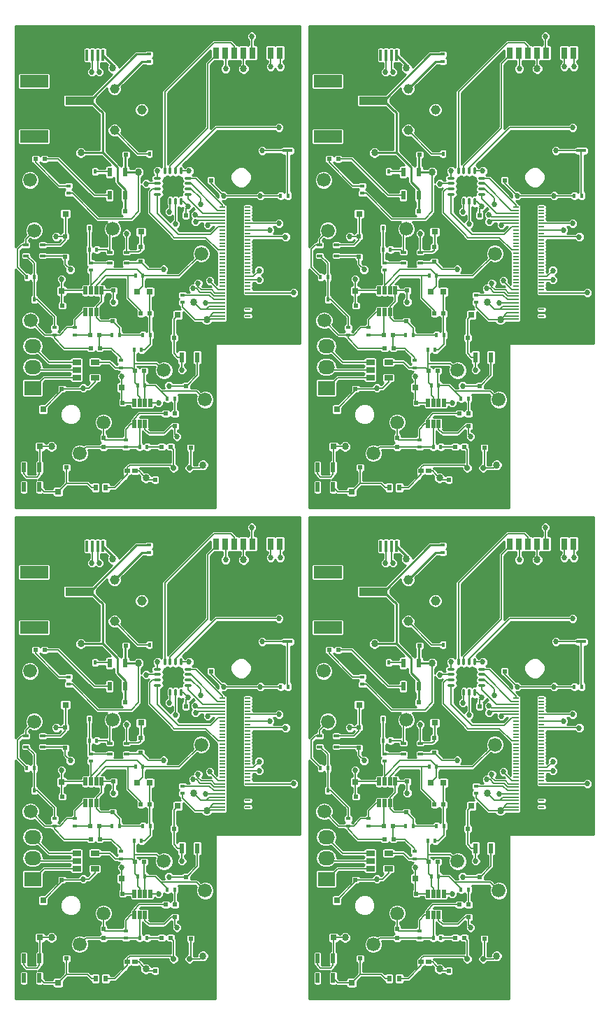
<source format=gbr>
G04 #@! TF.FileFunction,Copper,L1,Top,Signal*
%FSLAX46Y46*%
G04 Gerber Fmt 4.6, Leading zero omitted, Abs format (unit mm)*
G04 Created by KiCad (PCBNEW 0.201602161416+6560~42~ubuntu15.10.1-product) date Wed 17 Feb 2016 03:47:36 PM EST*
%MOMM*%
G01*
G04 APERTURE LIST*
%ADD10C,0.100000*%
%ADD11O,1.000000X0.300000*%
%ADD12O,0.300000X1.000000*%
%ADD13R,2.100000X2.100000*%
%ADD14C,0.457000*%
%ADD15R,0.660400X0.406400*%
%ADD16C,1.680000*%
%ADD17R,0.600000X0.800000*%
%ADD18C,1.550000*%
%ADD19R,0.700000X0.200000*%
%ADD20R,0.650000X0.545000*%
%ADD21C,1.450000*%
%ADD22C,0.723000*%
%ADD23C,0.562000*%
%ADD24C,0.512000*%
%ADD25C,1.224000*%
%ADD26R,1.060000X0.650000*%
%ADD27R,0.750000X0.800000*%
%ADD28R,0.480000X0.990000*%
%ADD29R,0.400000X0.600000*%
%ADD30R,0.600000X0.400000*%
%ADD31R,0.800000X0.750000*%
%ADD32R,0.600000X0.500000*%
%ADD33R,1.900000X1.600000*%
%ADD34R,1.600000X1.400000*%
%ADD35R,0.400000X1.350000*%
%ADD36C,1.600000*%
%ADD37R,0.500000X0.600000*%
%ADD38R,2.032000X2.032000*%
%ADD39O,2.032000X2.032000*%
%ADD40R,0.800000X1.400000*%
%ADD41R,1.350000X1.800000*%
%ADD42R,1.160000X1.500000*%
%ADD43R,0.650000X2.140000*%
%ADD44R,0.600000X1.150000*%
%ADD45R,0.650000X1.600000*%
%ADD46R,0.650000X1.300000*%
%ADD47R,1.100000X0.450000*%
%ADD48R,1.150000X0.450000*%
%ADD49R,3.395980X1.498600*%
%ADD50R,3.497580X0.995680*%
%ADD51C,1.150000*%
%ADD52R,0.500000X1.200000*%
%ADD53R,0.600000X1.250000*%
%ADD54R,0.600000X1.100000*%
%ADD55R,2.032000X1.727200*%
%ADD56O,2.032000X1.727200*%
%ADD57C,0.685800*%
%ADD58C,0.863600*%
%ADD59C,0.254000*%
%ADD60C,0.152400*%
%ADD61C,0.203200*%
G04 APERTURE END LIST*
D10*
D11*
X69510400Y-92918800D03*
X69510400Y-92268800D03*
X69510400Y-91618800D03*
X69510400Y-90968800D03*
D12*
X68635400Y-90093800D03*
D11*
X65810400Y-92918800D03*
D12*
X68635400Y-93793800D03*
X67985400Y-90093800D03*
X67335400Y-90093800D03*
X66685400Y-90093800D03*
D11*
X65810400Y-92268800D03*
X65810400Y-91618800D03*
X65810400Y-90968800D03*
D12*
X67985400Y-93793800D03*
X67335400Y-93793800D03*
X66685400Y-93793800D03*
D13*
X67660400Y-91943800D03*
D14*
X68210400Y-92493800D03*
X67210400Y-92493800D03*
X68210400Y-91493800D03*
X67210400Y-91493800D03*
D15*
X60020200Y-99923600D03*
X60020200Y-101244400D03*
X60020200Y-100584000D03*
X62052200Y-101244400D03*
X62052200Y-99923600D03*
X49860200Y-99034600D03*
X49860200Y-100355400D03*
X49860200Y-99695000D03*
X51892200Y-100355400D03*
X51892200Y-99034600D03*
D16*
X50368200Y-91186000D03*
D17*
X58293000Y-128393000D03*
X59513000Y-128393000D03*
D18*
X58903000Y-126873000D03*
D19*
X76708000Y-108044000D03*
X73628000Y-108044000D03*
X76708000Y-107644000D03*
X73628000Y-107644000D03*
X76708000Y-107244000D03*
X73628000Y-107244000D03*
X76708000Y-106844000D03*
X73628000Y-106844000D03*
X76708000Y-106444000D03*
X73628000Y-106444000D03*
X76708000Y-106044000D03*
X73628000Y-106044000D03*
X76708000Y-105644000D03*
X73628000Y-105644000D03*
X76708000Y-105244000D03*
X73628000Y-105244000D03*
X76708000Y-104844000D03*
X73628000Y-104844000D03*
X76708000Y-104444000D03*
X73628000Y-104444000D03*
X76708000Y-104044000D03*
X73628000Y-104044000D03*
X76708000Y-103644000D03*
X73628000Y-103644000D03*
X76708000Y-103244000D03*
X73628000Y-103244000D03*
X76708000Y-102844000D03*
X73628000Y-102844000D03*
X76708000Y-102444000D03*
X73628000Y-102444000D03*
X76708000Y-102044000D03*
X73628000Y-102044000D03*
X76708000Y-101644000D03*
X73628000Y-101644000D03*
X76708000Y-101244000D03*
X73628000Y-101244000D03*
X76708000Y-100844000D03*
X73628000Y-100844000D03*
X76708000Y-100444000D03*
X73628000Y-100444000D03*
X76708000Y-100044000D03*
X73628000Y-100044000D03*
X76708000Y-99644000D03*
X73628000Y-99644000D03*
X76708000Y-99244000D03*
X73628000Y-99244000D03*
X76708000Y-98844000D03*
X73628000Y-98844000D03*
X76708000Y-98444000D03*
X73628000Y-98444000D03*
X76708000Y-98044000D03*
X73628000Y-98044000D03*
X76708000Y-97644000D03*
X73628000Y-97644000D03*
X76708000Y-97244000D03*
X73628000Y-97244000D03*
X76708000Y-96844000D03*
X73628000Y-96844000D03*
X76708000Y-96444000D03*
X73628000Y-96444000D03*
X76708000Y-96044000D03*
X73628000Y-96044000D03*
X76708000Y-95644000D03*
X73628000Y-95644000D03*
X76708000Y-95244000D03*
X73628000Y-95244000D03*
X76708000Y-94844000D03*
X73628000Y-94844000D03*
X76708000Y-94444000D03*
X73628000Y-94444000D03*
D20*
X62136000Y-126411500D03*
X63086000Y-126411500D03*
D21*
X62611000Y-127889000D03*
D22*
X67741000Y-126040000D03*
D23*
X67692000Y-128777000D03*
X69722000Y-128777000D03*
D22*
X69673000Y-126040000D03*
D24*
X68707000Y-126040000D03*
D25*
X68707000Y-128143000D03*
D26*
X58224600Y-115123000D03*
X58224600Y-114173000D03*
X58224600Y-113223000D03*
X56024600Y-113223000D03*
X56024600Y-115123000D03*
X56024600Y-114173000D03*
D27*
X51943000Y-118960200D03*
X51943000Y-120460200D03*
D16*
X60375800Y-97104200D03*
X50419000Y-108178600D03*
D28*
X57084200Y-107161800D03*
X57734200Y-107161800D03*
X58384200Y-107161800D03*
X59034200Y-107161800D03*
X59034200Y-104571800D03*
X58384200Y-104571800D03*
X57734200Y-104571800D03*
X57084200Y-104571800D03*
D29*
X57538200Y-99593400D03*
X58438200Y-99593400D03*
X50869000Y-102946200D03*
X49969000Y-102946200D03*
X58438200Y-97002600D03*
X57538200Y-97002600D03*
X49969000Y-105638600D03*
X50869000Y-105638600D03*
D30*
X57734200Y-101219000D03*
X57734200Y-102119000D03*
X53314600Y-109049400D03*
X53314600Y-109949400D03*
D31*
X63791400Y-97459800D03*
X65291400Y-97459800D03*
D32*
X63737400Y-99288600D03*
X64837400Y-99288600D03*
X63737400Y-101066600D03*
X64837400Y-101066600D03*
D31*
X63334200Y-104724200D03*
X64834200Y-104724200D03*
D32*
X64888200Y-107365800D03*
X63788200Y-107365800D03*
X60486200Y-104571800D03*
X61586200Y-104571800D03*
X54271000Y-106400600D03*
X53171000Y-106400600D03*
D31*
X54166200Y-104622600D03*
X52666200Y-104622600D03*
D33*
X59112000Y-73398000D03*
X56712000Y-73398000D03*
D34*
X61112000Y-75898000D03*
X54712000Y-75898000D03*
D35*
X59212000Y-76073000D03*
X58562000Y-76073000D03*
X57912000Y-76073000D03*
X57262000Y-76073000D03*
X56612000Y-76073000D03*
D36*
X61087000Y-73398000D03*
X54737000Y-73398000D03*
D37*
X69215000Y-95462000D03*
X69215000Y-96562000D03*
X72263000Y-91228000D03*
X72263000Y-90128000D03*
D29*
X63873800Y-111734600D03*
X62973800Y-111734600D03*
D38*
X50977800Y-74193400D03*
D39*
X50977800Y-76733400D03*
D29*
X80703000Y-93091000D03*
X81603000Y-93091000D03*
D30*
X64770000Y-76846000D03*
X64770000Y-75946000D03*
D29*
X64828000Y-88011000D03*
X65728000Y-88011000D03*
D40*
X80600000Y-75819000D03*
X79500000Y-75819000D03*
X78400000Y-75819000D03*
X77300000Y-75819000D03*
X76200000Y-75819000D03*
X75100000Y-75819000D03*
X74000000Y-75819000D03*
X72900000Y-75819000D03*
D41*
X81490000Y-73769000D03*
D42*
X68170000Y-73519000D03*
D43*
X81815000Y-80399000D03*
D44*
X67890000Y-81494000D03*
D45*
X81815000Y-85479000D03*
D46*
X67915000Y-87419000D03*
D47*
X81590000Y-86984000D03*
D48*
X81565000Y-87644000D03*
D49*
X50838100Y-79220060D03*
D50*
X56388000Y-81569560D03*
X56388000Y-83566000D03*
D49*
X50838100Y-85915500D03*
D51*
X63880000Y-82677000D03*
X60580000Y-85177000D03*
X60580000Y-80177000D03*
D30*
X68834000Y-105112400D03*
X68834000Y-106012400D03*
D52*
X51496000Y-125984000D03*
X50546000Y-125984000D03*
X49596000Y-125984000D03*
X49596000Y-128334000D03*
X51496000Y-128334000D03*
D16*
X71551800Y-117779800D03*
X56362600Y-124282200D03*
X59258200Y-120523000D03*
X66573400Y-114223800D03*
X50876200Y-97307400D03*
X71094600Y-100101400D03*
D53*
X68712000Y-112649000D03*
X70612000Y-112649000D03*
X69662000Y-110499000D03*
D28*
X62987400Y-120725400D03*
X63637400Y-120725400D03*
X64287400Y-120725400D03*
X64937400Y-120725400D03*
X64937400Y-118135400D03*
X64287400Y-118135400D03*
X63637400Y-118135400D03*
X62987400Y-118135400D03*
D54*
X59984600Y-93040200D03*
X60934600Y-93040200D03*
X61884600Y-93040200D03*
X61884600Y-90240200D03*
X59984600Y-90240200D03*
D29*
X64940600Y-109956600D03*
X64040600Y-109956600D03*
X64019000Y-102793800D03*
X63119000Y-102793800D03*
X66987000Y-117627400D03*
X67887000Y-117627400D03*
X63380200Y-116052600D03*
X64280200Y-116052600D03*
X64534200Y-123469400D03*
X63634200Y-123469400D03*
D30*
X55803800Y-109949400D03*
X55803800Y-109049400D03*
X61950600Y-123513000D03*
X61950600Y-122613000D03*
D29*
X60288600Y-109956600D03*
X61188600Y-109956600D03*
D30*
X61341000Y-113911800D03*
X61341000Y-113011800D03*
D29*
X58235000Y-90170000D03*
X57335000Y-90170000D03*
D30*
X55041800Y-92779000D03*
X55041800Y-91879000D03*
D32*
X51012000Y-88646000D03*
X52112000Y-88646000D03*
D31*
X53733000Y-128905000D03*
X55233000Y-128905000D03*
D32*
X67783800Y-110261400D03*
X66683800Y-110261400D03*
D31*
X51550000Y-123444000D03*
X50050000Y-123444000D03*
D32*
X54779000Y-125984000D03*
X53679000Y-125984000D03*
D31*
X68249800Y-107518200D03*
X66749800Y-107518200D03*
D37*
X65532000Y-127466000D03*
X65532000Y-128566000D03*
D32*
X60333800Y-108280200D03*
X61433800Y-108280200D03*
X66785400Y-119456200D03*
X67885400Y-119456200D03*
X57692200Y-109956600D03*
X58792200Y-109956600D03*
D37*
X59258200Y-122411400D03*
X59258200Y-123511400D03*
D32*
X57701000Y-111531400D03*
X58801000Y-111531400D03*
X64177000Y-114274600D03*
X63077000Y-114274600D03*
X69274600Y-116103400D03*
X70374600Y-116103400D03*
X61586200Y-118135400D03*
X60486200Y-118135400D03*
D31*
X54647400Y-95275400D03*
X56147400Y-95275400D03*
X61469400Y-116306600D03*
X59969400Y-116306600D03*
D32*
X54220200Y-116459000D03*
X53120200Y-116459000D03*
X54644200Y-100507800D03*
X55744200Y-100507800D03*
X66277400Y-123469400D03*
X67377400Y-123469400D03*
X61891000Y-94996000D03*
X60791000Y-94996000D03*
X62001400Y-88112600D03*
X60901400Y-88112600D03*
X70908000Y-123571000D03*
X69808000Y-123571000D03*
X67903000Y-120980200D03*
X69003000Y-120980200D03*
D55*
X50673000Y-116357400D03*
D56*
X50673000Y-113817400D03*
X50673000Y-111277400D03*
D32*
X54593400Y-98018600D03*
X55693400Y-98018600D03*
D11*
X69510400Y-33482800D03*
X69510400Y-32832800D03*
X69510400Y-32182800D03*
X69510400Y-31532800D03*
D12*
X68635400Y-30657800D03*
D11*
X65810400Y-33482800D03*
D12*
X68635400Y-34357800D03*
X67985400Y-30657800D03*
X67335400Y-30657800D03*
X66685400Y-30657800D03*
D11*
X65810400Y-32832800D03*
X65810400Y-32182800D03*
X65810400Y-31532800D03*
D12*
X67985400Y-34357800D03*
X67335400Y-34357800D03*
X66685400Y-34357800D03*
D13*
X67660400Y-32507800D03*
D14*
X68210400Y-33057800D03*
X67210400Y-33057800D03*
X68210400Y-32057800D03*
X67210400Y-32057800D03*
D15*
X60020200Y-40487600D03*
X60020200Y-41808400D03*
X60020200Y-41148000D03*
X62052200Y-41808400D03*
X62052200Y-40487600D03*
X49860200Y-39598600D03*
X49860200Y-40919400D03*
X49860200Y-40259000D03*
X51892200Y-40919400D03*
X51892200Y-39598600D03*
D16*
X50368200Y-31750000D03*
D17*
X58293000Y-68957000D03*
X59513000Y-68957000D03*
D18*
X58903000Y-67437000D03*
D19*
X76708000Y-48608000D03*
X73628000Y-48608000D03*
X76708000Y-48208000D03*
X73628000Y-48208000D03*
X76708000Y-47808000D03*
X73628000Y-47808000D03*
X76708000Y-47408000D03*
X73628000Y-47408000D03*
X76708000Y-47008000D03*
X73628000Y-47008000D03*
X76708000Y-46608000D03*
X73628000Y-46608000D03*
X76708000Y-46208000D03*
X73628000Y-46208000D03*
X76708000Y-45808000D03*
X73628000Y-45808000D03*
X76708000Y-45408000D03*
X73628000Y-45408000D03*
X76708000Y-45008000D03*
X73628000Y-45008000D03*
X76708000Y-44608000D03*
X73628000Y-44608000D03*
X76708000Y-44208000D03*
X73628000Y-44208000D03*
X76708000Y-43808000D03*
X73628000Y-43808000D03*
X76708000Y-43408000D03*
X73628000Y-43408000D03*
X76708000Y-43008000D03*
X73628000Y-43008000D03*
X76708000Y-42608000D03*
X73628000Y-42608000D03*
X76708000Y-42208000D03*
X73628000Y-42208000D03*
X76708000Y-41808000D03*
X73628000Y-41808000D03*
X76708000Y-41408000D03*
X73628000Y-41408000D03*
X76708000Y-41008000D03*
X73628000Y-41008000D03*
X76708000Y-40608000D03*
X73628000Y-40608000D03*
X76708000Y-40208000D03*
X73628000Y-40208000D03*
X76708000Y-39808000D03*
X73628000Y-39808000D03*
X76708000Y-39408000D03*
X73628000Y-39408000D03*
X76708000Y-39008000D03*
X73628000Y-39008000D03*
X76708000Y-38608000D03*
X73628000Y-38608000D03*
X76708000Y-38208000D03*
X73628000Y-38208000D03*
X76708000Y-37808000D03*
X73628000Y-37808000D03*
X76708000Y-37408000D03*
X73628000Y-37408000D03*
X76708000Y-37008000D03*
X73628000Y-37008000D03*
X76708000Y-36608000D03*
X73628000Y-36608000D03*
X76708000Y-36208000D03*
X73628000Y-36208000D03*
X76708000Y-35808000D03*
X73628000Y-35808000D03*
X76708000Y-35408000D03*
X73628000Y-35408000D03*
X76708000Y-35008000D03*
X73628000Y-35008000D03*
D20*
X62136000Y-66975500D03*
X63086000Y-66975500D03*
D21*
X62611000Y-68453000D03*
D22*
X67741000Y-66604000D03*
D23*
X67692000Y-69341000D03*
X69722000Y-69341000D03*
D22*
X69673000Y-66604000D03*
D24*
X68707000Y-66604000D03*
D25*
X68707000Y-68707000D03*
D26*
X58224600Y-55687000D03*
X58224600Y-54737000D03*
X58224600Y-53787000D03*
X56024600Y-53787000D03*
X56024600Y-55687000D03*
X56024600Y-54737000D03*
D27*
X51943000Y-59524200D03*
X51943000Y-61024200D03*
D16*
X60375800Y-37668200D03*
X50419000Y-48742600D03*
D28*
X57084200Y-47725800D03*
X57734200Y-47725800D03*
X58384200Y-47725800D03*
X59034200Y-47725800D03*
X59034200Y-45135800D03*
X58384200Y-45135800D03*
X57734200Y-45135800D03*
X57084200Y-45135800D03*
D29*
X57538200Y-40157400D03*
X58438200Y-40157400D03*
X50869000Y-43510200D03*
X49969000Y-43510200D03*
X58438200Y-37566600D03*
X57538200Y-37566600D03*
X49969000Y-46202600D03*
X50869000Y-46202600D03*
D30*
X57734200Y-41783000D03*
X57734200Y-42683000D03*
X53314600Y-49613400D03*
X53314600Y-50513400D03*
D31*
X63791400Y-38023800D03*
X65291400Y-38023800D03*
D32*
X63737400Y-39852600D03*
X64837400Y-39852600D03*
X63737400Y-41630600D03*
X64837400Y-41630600D03*
D31*
X63334200Y-45288200D03*
X64834200Y-45288200D03*
D32*
X64888200Y-47929800D03*
X63788200Y-47929800D03*
X60486200Y-45135800D03*
X61586200Y-45135800D03*
X54271000Y-46964600D03*
X53171000Y-46964600D03*
D31*
X54166200Y-45186600D03*
X52666200Y-45186600D03*
D33*
X59112000Y-13962000D03*
X56712000Y-13962000D03*
D34*
X61112000Y-16462000D03*
X54712000Y-16462000D03*
D35*
X59212000Y-16637000D03*
X58562000Y-16637000D03*
X57912000Y-16637000D03*
X57262000Y-16637000D03*
X56612000Y-16637000D03*
D36*
X61087000Y-13962000D03*
X54737000Y-13962000D03*
D37*
X69215000Y-36026000D03*
X69215000Y-37126000D03*
X72263000Y-31792000D03*
X72263000Y-30692000D03*
D29*
X63873800Y-52298600D03*
X62973800Y-52298600D03*
D38*
X50977800Y-14757400D03*
D39*
X50977800Y-17297400D03*
D29*
X80703000Y-33655000D03*
X81603000Y-33655000D03*
D30*
X64770000Y-17410000D03*
X64770000Y-16510000D03*
D29*
X64828000Y-28575000D03*
X65728000Y-28575000D03*
D40*
X80600000Y-16383000D03*
X79500000Y-16383000D03*
X78400000Y-16383000D03*
X77300000Y-16383000D03*
X76200000Y-16383000D03*
X75100000Y-16383000D03*
X74000000Y-16383000D03*
X72900000Y-16383000D03*
D41*
X81490000Y-14333000D03*
D42*
X68170000Y-14083000D03*
D43*
X81815000Y-20963000D03*
D44*
X67890000Y-22058000D03*
D45*
X81815000Y-26043000D03*
D46*
X67915000Y-27983000D03*
D47*
X81590000Y-27548000D03*
D48*
X81565000Y-28208000D03*
D49*
X50838100Y-19784060D03*
D50*
X56388000Y-22133560D03*
X56388000Y-24130000D03*
D49*
X50838100Y-26479500D03*
D51*
X63880000Y-23241000D03*
X60580000Y-25741000D03*
X60580000Y-20741000D03*
D30*
X68834000Y-45676400D03*
X68834000Y-46576400D03*
D52*
X51496000Y-66548000D03*
X50546000Y-66548000D03*
X49596000Y-66548000D03*
X49596000Y-68898000D03*
X51496000Y-68898000D03*
D16*
X71551800Y-58343800D03*
X56362600Y-64846200D03*
X59258200Y-61087000D03*
X66573400Y-54787800D03*
X50876200Y-37871400D03*
X71094600Y-40665400D03*
D53*
X68712000Y-53213000D03*
X70612000Y-53213000D03*
X69662000Y-51063000D03*
D28*
X62987400Y-61289400D03*
X63637400Y-61289400D03*
X64287400Y-61289400D03*
X64937400Y-61289400D03*
X64937400Y-58699400D03*
X64287400Y-58699400D03*
X63637400Y-58699400D03*
X62987400Y-58699400D03*
D54*
X59984600Y-33604200D03*
X60934600Y-33604200D03*
X61884600Y-33604200D03*
X61884600Y-30804200D03*
X59984600Y-30804200D03*
D29*
X64940600Y-50520600D03*
X64040600Y-50520600D03*
X64019000Y-43357800D03*
X63119000Y-43357800D03*
X66987000Y-58191400D03*
X67887000Y-58191400D03*
X63380200Y-56616600D03*
X64280200Y-56616600D03*
X64534200Y-64033400D03*
X63634200Y-64033400D03*
D30*
X55803800Y-50513400D03*
X55803800Y-49613400D03*
X61950600Y-64077000D03*
X61950600Y-63177000D03*
D29*
X60288600Y-50520600D03*
X61188600Y-50520600D03*
D30*
X61341000Y-54475800D03*
X61341000Y-53575800D03*
D29*
X58235000Y-30734000D03*
X57335000Y-30734000D03*
D30*
X55041800Y-33343000D03*
X55041800Y-32443000D03*
D32*
X51012000Y-29210000D03*
X52112000Y-29210000D03*
D31*
X53733000Y-69469000D03*
X55233000Y-69469000D03*
D32*
X67783800Y-50825400D03*
X66683800Y-50825400D03*
D31*
X51550000Y-64008000D03*
X50050000Y-64008000D03*
D32*
X54779000Y-66548000D03*
X53679000Y-66548000D03*
D31*
X68249800Y-48082200D03*
X66749800Y-48082200D03*
D37*
X65532000Y-68030000D03*
X65532000Y-69130000D03*
D32*
X60333800Y-48844200D03*
X61433800Y-48844200D03*
X66785400Y-60020200D03*
X67885400Y-60020200D03*
X57692200Y-50520600D03*
X58792200Y-50520600D03*
D37*
X59258200Y-62975400D03*
X59258200Y-64075400D03*
D32*
X57701000Y-52095400D03*
X58801000Y-52095400D03*
X64177000Y-54838600D03*
X63077000Y-54838600D03*
X69274600Y-56667400D03*
X70374600Y-56667400D03*
X61586200Y-58699400D03*
X60486200Y-58699400D03*
D31*
X54647400Y-35839400D03*
X56147400Y-35839400D03*
X61469400Y-56870600D03*
X59969400Y-56870600D03*
D32*
X54220200Y-57023000D03*
X53120200Y-57023000D03*
X54644200Y-41071800D03*
X55744200Y-41071800D03*
X66277400Y-64033400D03*
X67377400Y-64033400D03*
X61891000Y-35560000D03*
X60791000Y-35560000D03*
X62001400Y-28676600D03*
X60901400Y-28676600D03*
X70908000Y-64135000D03*
X69808000Y-64135000D03*
X67903000Y-61544200D03*
X69003000Y-61544200D03*
D55*
X50673000Y-56921400D03*
D56*
X50673000Y-54381400D03*
X50673000Y-51841400D03*
D32*
X54593400Y-38582600D03*
X55693400Y-38582600D03*
D11*
X33950400Y-92918800D03*
X33950400Y-92268800D03*
X33950400Y-91618800D03*
X33950400Y-90968800D03*
D12*
X33075400Y-90093800D03*
D11*
X30250400Y-92918800D03*
D12*
X33075400Y-93793800D03*
X32425400Y-90093800D03*
X31775400Y-90093800D03*
X31125400Y-90093800D03*
D11*
X30250400Y-92268800D03*
X30250400Y-91618800D03*
X30250400Y-90968800D03*
D12*
X32425400Y-93793800D03*
X31775400Y-93793800D03*
X31125400Y-93793800D03*
D13*
X32100400Y-91943800D03*
D14*
X32650400Y-92493800D03*
X31650400Y-92493800D03*
X32650400Y-91493800D03*
X31650400Y-91493800D03*
D15*
X24460200Y-99923600D03*
X24460200Y-101244400D03*
X24460200Y-100584000D03*
X26492200Y-101244400D03*
X26492200Y-99923600D03*
X14300200Y-99034600D03*
X14300200Y-100355400D03*
X14300200Y-99695000D03*
X16332200Y-100355400D03*
X16332200Y-99034600D03*
D16*
X14808200Y-91186000D03*
D17*
X22733000Y-128393000D03*
X23953000Y-128393000D03*
D18*
X23343000Y-126873000D03*
D19*
X41148000Y-108044000D03*
X38068000Y-108044000D03*
X41148000Y-107644000D03*
X38068000Y-107644000D03*
X41148000Y-107244000D03*
X38068000Y-107244000D03*
X41148000Y-106844000D03*
X38068000Y-106844000D03*
X41148000Y-106444000D03*
X38068000Y-106444000D03*
X41148000Y-106044000D03*
X38068000Y-106044000D03*
X41148000Y-105644000D03*
X38068000Y-105644000D03*
X41148000Y-105244000D03*
X38068000Y-105244000D03*
X41148000Y-104844000D03*
X38068000Y-104844000D03*
X41148000Y-104444000D03*
X38068000Y-104444000D03*
X41148000Y-104044000D03*
X38068000Y-104044000D03*
X41148000Y-103644000D03*
X38068000Y-103644000D03*
X41148000Y-103244000D03*
X38068000Y-103244000D03*
X41148000Y-102844000D03*
X38068000Y-102844000D03*
X41148000Y-102444000D03*
X38068000Y-102444000D03*
X41148000Y-102044000D03*
X38068000Y-102044000D03*
X41148000Y-101644000D03*
X38068000Y-101644000D03*
X41148000Y-101244000D03*
X38068000Y-101244000D03*
X41148000Y-100844000D03*
X38068000Y-100844000D03*
X41148000Y-100444000D03*
X38068000Y-100444000D03*
X41148000Y-100044000D03*
X38068000Y-100044000D03*
X41148000Y-99644000D03*
X38068000Y-99644000D03*
X41148000Y-99244000D03*
X38068000Y-99244000D03*
X41148000Y-98844000D03*
X38068000Y-98844000D03*
X41148000Y-98444000D03*
X38068000Y-98444000D03*
X41148000Y-98044000D03*
X38068000Y-98044000D03*
X41148000Y-97644000D03*
X38068000Y-97644000D03*
X41148000Y-97244000D03*
X38068000Y-97244000D03*
X41148000Y-96844000D03*
X38068000Y-96844000D03*
X41148000Y-96444000D03*
X38068000Y-96444000D03*
X41148000Y-96044000D03*
X38068000Y-96044000D03*
X41148000Y-95644000D03*
X38068000Y-95644000D03*
X41148000Y-95244000D03*
X38068000Y-95244000D03*
X41148000Y-94844000D03*
X38068000Y-94844000D03*
X41148000Y-94444000D03*
X38068000Y-94444000D03*
D20*
X26576000Y-126411500D03*
X27526000Y-126411500D03*
D21*
X27051000Y-127889000D03*
D22*
X32181000Y-126040000D03*
D23*
X32132000Y-128777000D03*
X34162000Y-128777000D03*
D22*
X34113000Y-126040000D03*
D24*
X33147000Y-126040000D03*
D25*
X33147000Y-128143000D03*
D26*
X22664600Y-115123000D03*
X22664600Y-114173000D03*
X22664600Y-113223000D03*
X20464600Y-113223000D03*
X20464600Y-115123000D03*
X20464600Y-114173000D03*
D27*
X16383000Y-118960200D03*
X16383000Y-120460200D03*
D16*
X24815800Y-97104200D03*
X14859000Y-108178600D03*
D28*
X21524200Y-107161800D03*
X22174200Y-107161800D03*
X22824200Y-107161800D03*
X23474200Y-107161800D03*
X23474200Y-104571800D03*
X22824200Y-104571800D03*
X22174200Y-104571800D03*
X21524200Y-104571800D03*
D29*
X21978200Y-99593400D03*
X22878200Y-99593400D03*
X15309000Y-102946200D03*
X14409000Y-102946200D03*
X22878200Y-97002600D03*
X21978200Y-97002600D03*
X14409000Y-105638600D03*
X15309000Y-105638600D03*
D30*
X22174200Y-101219000D03*
X22174200Y-102119000D03*
X17754600Y-109049400D03*
X17754600Y-109949400D03*
D31*
X28231400Y-97459800D03*
X29731400Y-97459800D03*
D32*
X28177400Y-99288600D03*
X29277400Y-99288600D03*
X28177400Y-101066600D03*
X29277400Y-101066600D03*
D31*
X27774200Y-104724200D03*
X29274200Y-104724200D03*
D32*
X29328200Y-107365800D03*
X28228200Y-107365800D03*
X24926200Y-104571800D03*
X26026200Y-104571800D03*
X18711000Y-106400600D03*
X17611000Y-106400600D03*
D31*
X18606200Y-104622600D03*
X17106200Y-104622600D03*
D33*
X23552000Y-73398000D03*
X21152000Y-73398000D03*
D34*
X25552000Y-75898000D03*
X19152000Y-75898000D03*
D35*
X23652000Y-76073000D03*
X23002000Y-76073000D03*
X22352000Y-76073000D03*
X21702000Y-76073000D03*
X21052000Y-76073000D03*
D36*
X25527000Y-73398000D03*
X19177000Y-73398000D03*
D37*
X33655000Y-95462000D03*
X33655000Y-96562000D03*
X36703000Y-91228000D03*
X36703000Y-90128000D03*
D29*
X28313800Y-111734600D03*
X27413800Y-111734600D03*
D38*
X15417800Y-74193400D03*
D39*
X15417800Y-76733400D03*
D29*
X45143000Y-93091000D03*
X46043000Y-93091000D03*
D30*
X29210000Y-76846000D03*
X29210000Y-75946000D03*
D29*
X29268000Y-88011000D03*
X30168000Y-88011000D03*
D40*
X45040000Y-75819000D03*
X43940000Y-75819000D03*
X42840000Y-75819000D03*
X41740000Y-75819000D03*
X40640000Y-75819000D03*
X39540000Y-75819000D03*
X38440000Y-75819000D03*
X37340000Y-75819000D03*
D41*
X45930000Y-73769000D03*
D42*
X32610000Y-73519000D03*
D43*
X46255000Y-80399000D03*
D44*
X32330000Y-81494000D03*
D45*
X46255000Y-85479000D03*
D46*
X32355000Y-87419000D03*
D47*
X46030000Y-86984000D03*
D48*
X46005000Y-87644000D03*
D49*
X15278100Y-79220060D03*
D50*
X20828000Y-81569560D03*
X20828000Y-83566000D03*
D49*
X15278100Y-85915500D03*
D51*
X28320000Y-82677000D03*
X25020000Y-85177000D03*
X25020000Y-80177000D03*
D30*
X33274000Y-105112400D03*
X33274000Y-106012400D03*
D52*
X15936000Y-125984000D03*
X14986000Y-125984000D03*
X14036000Y-125984000D03*
X14036000Y-128334000D03*
X15936000Y-128334000D03*
D16*
X35991800Y-117779800D03*
X20802600Y-124282200D03*
X23698200Y-120523000D03*
X31013400Y-114223800D03*
X15316200Y-97307400D03*
X35534600Y-100101400D03*
D53*
X33152000Y-112649000D03*
X35052000Y-112649000D03*
X34102000Y-110499000D03*
D28*
X27427400Y-120725400D03*
X28077400Y-120725400D03*
X28727400Y-120725400D03*
X29377400Y-120725400D03*
X29377400Y-118135400D03*
X28727400Y-118135400D03*
X28077400Y-118135400D03*
X27427400Y-118135400D03*
D54*
X24424600Y-93040200D03*
X25374600Y-93040200D03*
X26324600Y-93040200D03*
X26324600Y-90240200D03*
X24424600Y-90240200D03*
D29*
X29380600Y-109956600D03*
X28480600Y-109956600D03*
X28459000Y-102793800D03*
X27559000Y-102793800D03*
X31427000Y-117627400D03*
X32327000Y-117627400D03*
X27820200Y-116052600D03*
X28720200Y-116052600D03*
X28974200Y-123469400D03*
X28074200Y-123469400D03*
D30*
X20243800Y-109949400D03*
X20243800Y-109049400D03*
X26390600Y-123513000D03*
X26390600Y-122613000D03*
D29*
X24728600Y-109956600D03*
X25628600Y-109956600D03*
D30*
X25781000Y-113911800D03*
X25781000Y-113011800D03*
D29*
X22675000Y-90170000D03*
X21775000Y-90170000D03*
D30*
X19481800Y-92779000D03*
X19481800Y-91879000D03*
D32*
X15452000Y-88646000D03*
X16552000Y-88646000D03*
D31*
X18173000Y-128905000D03*
X19673000Y-128905000D03*
D32*
X32223800Y-110261400D03*
X31123800Y-110261400D03*
D31*
X15990000Y-123444000D03*
X14490000Y-123444000D03*
D32*
X19219000Y-125984000D03*
X18119000Y-125984000D03*
D31*
X32689800Y-107518200D03*
X31189800Y-107518200D03*
D37*
X29972000Y-127466000D03*
X29972000Y-128566000D03*
D32*
X24773800Y-108280200D03*
X25873800Y-108280200D03*
X31225400Y-119456200D03*
X32325400Y-119456200D03*
X22132200Y-109956600D03*
X23232200Y-109956600D03*
D37*
X23698200Y-122411400D03*
X23698200Y-123511400D03*
D32*
X22141000Y-111531400D03*
X23241000Y-111531400D03*
X28617000Y-114274600D03*
X27517000Y-114274600D03*
X33714600Y-116103400D03*
X34814600Y-116103400D03*
X26026200Y-118135400D03*
X24926200Y-118135400D03*
D31*
X19087400Y-95275400D03*
X20587400Y-95275400D03*
X25909400Y-116306600D03*
X24409400Y-116306600D03*
D32*
X18660200Y-116459000D03*
X17560200Y-116459000D03*
X19084200Y-100507800D03*
X20184200Y-100507800D03*
X30717400Y-123469400D03*
X31817400Y-123469400D03*
X26331000Y-94996000D03*
X25231000Y-94996000D03*
X26441400Y-88112600D03*
X25341400Y-88112600D03*
X35348000Y-123571000D03*
X34248000Y-123571000D03*
X32343000Y-120980200D03*
X33443000Y-120980200D03*
D55*
X15113000Y-116357400D03*
D56*
X15113000Y-113817400D03*
X15113000Y-111277400D03*
D32*
X19033400Y-98018600D03*
X20133400Y-98018600D03*
X19033400Y-38582600D03*
X20133400Y-38582600D03*
D55*
X15113000Y-56921400D03*
D56*
X15113000Y-54381400D03*
X15113000Y-51841400D03*
D32*
X32343000Y-61544200D03*
X33443000Y-61544200D03*
X35348000Y-64135000D03*
X34248000Y-64135000D03*
X26441400Y-28676600D03*
X25341400Y-28676600D03*
X26331000Y-35560000D03*
X25231000Y-35560000D03*
X30717400Y-64033400D03*
X31817400Y-64033400D03*
X19084200Y-41071800D03*
X20184200Y-41071800D03*
X18660200Y-57023000D03*
X17560200Y-57023000D03*
D31*
X25909400Y-56870600D03*
X24409400Y-56870600D03*
X19087400Y-35839400D03*
X20587400Y-35839400D03*
D32*
X26026200Y-58699400D03*
X24926200Y-58699400D03*
X33714600Y-56667400D03*
X34814600Y-56667400D03*
X28617000Y-54838600D03*
X27517000Y-54838600D03*
X22141000Y-52095400D03*
X23241000Y-52095400D03*
D37*
X23698200Y-62975400D03*
X23698200Y-64075400D03*
D32*
X22132200Y-50520600D03*
X23232200Y-50520600D03*
X31225400Y-60020200D03*
X32325400Y-60020200D03*
X24773800Y-48844200D03*
X25873800Y-48844200D03*
D37*
X29972000Y-68030000D03*
X29972000Y-69130000D03*
D31*
X32689800Y-48082200D03*
X31189800Y-48082200D03*
D32*
X19219000Y-66548000D03*
X18119000Y-66548000D03*
D31*
X15990000Y-64008000D03*
X14490000Y-64008000D03*
D32*
X32223800Y-50825400D03*
X31123800Y-50825400D03*
D31*
X18173000Y-69469000D03*
X19673000Y-69469000D03*
D32*
X15452000Y-29210000D03*
X16552000Y-29210000D03*
D30*
X19481800Y-33343000D03*
X19481800Y-32443000D03*
D29*
X22675000Y-30734000D03*
X21775000Y-30734000D03*
D30*
X25781000Y-54475800D03*
X25781000Y-53575800D03*
D29*
X24728600Y-50520600D03*
X25628600Y-50520600D03*
D30*
X26390600Y-64077000D03*
X26390600Y-63177000D03*
X20243800Y-50513400D03*
X20243800Y-49613400D03*
D29*
X28974200Y-64033400D03*
X28074200Y-64033400D03*
X27820200Y-56616600D03*
X28720200Y-56616600D03*
X31427000Y-58191400D03*
X32327000Y-58191400D03*
X28459000Y-43357800D03*
X27559000Y-43357800D03*
X29380600Y-50520600D03*
X28480600Y-50520600D03*
D54*
X24424600Y-33604200D03*
X25374600Y-33604200D03*
X26324600Y-33604200D03*
X26324600Y-30804200D03*
X24424600Y-30804200D03*
D28*
X27427400Y-61289400D03*
X28077400Y-61289400D03*
X28727400Y-61289400D03*
X29377400Y-61289400D03*
X29377400Y-58699400D03*
X28727400Y-58699400D03*
X28077400Y-58699400D03*
X27427400Y-58699400D03*
D53*
X33152000Y-53213000D03*
X35052000Y-53213000D03*
X34102000Y-51063000D03*
D16*
X35534600Y-40665400D03*
X15316200Y-37871400D03*
X31013400Y-54787800D03*
X23698200Y-61087000D03*
X20802600Y-64846200D03*
X35991800Y-58343800D03*
D52*
X15936000Y-66548000D03*
X14986000Y-66548000D03*
X14036000Y-66548000D03*
X14036000Y-68898000D03*
X15936000Y-68898000D03*
D30*
X33274000Y-45676400D03*
X33274000Y-46576400D03*
D51*
X28320000Y-23241000D03*
X25020000Y-25741000D03*
X25020000Y-20741000D03*
D49*
X15278100Y-19784060D03*
D50*
X20828000Y-22133560D03*
X20828000Y-24130000D03*
D49*
X15278100Y-26479500D03*
D40*
X45040000Y-16383000D03*
X43940000Y-16383000D03*
X42840000Y-16383000D03*
X41740000Y-16383000D03*
X40640000Y-16383000D03*
X39540000Y-16383000D03*
X38440000Y-16383000D03*
X37340000Y-16383000D03*
D41*
X45930000Y-14333000D03*
D42*
X32610000Y-14083000D03*
D43*
X46255000Y-20963000D03*
D44*
X32330000Y-22058000D03*
D45*
X46255000Y-26043000D03*
D46*
X32355000Y-27983000D03*
D47*
X46030000Y-27548000D03*
D48*
X46005000Y-28208000D03*
D29*
X29268000Y-28575000D03*
X30168000Y-28575000D03*
D30*
X29210000Y-17410000D03*
X29210000Y-16510000D03*
D29*
X45143000Y-33655000D03*
X46043000Y-33655000D03*
D38*
X15417800Y-14757400D03*
D39*
X15417800Y-17297400D03*
D29*
X28313800Y-52298600D03*
X27413800Y-52298600D03*
D37*
X36703000Y-31792000D03*
X36703000Y-30692000D03*
X33655000Y-36026000D03*
X33655000Y-37126000D03*
D33*
X23552000Y-13962000D03*
X21152000Y-13962000D03*
D34*
X25552000Y-16462000D03*
X19152000Y-16462000D03*
D35*
X23652000Y-16637000D03*
X23002000Y-16637000D03*
X22352000Y-16637000D03*
X21702000Y-16637000D03*
X21052000Y-16637000D03*
D36*
X25527000Y-13962000D03*
X19177000Y-13962000D03*
D31*
X18606200Y-45186600D03*
X17106200Y-45186600D03*
D32*
X18711000Y-46964600D03*
X17611000Y-46964600D03*
X24926200Y-45135800D03*
X26026200Y-45135800D03*
X29328200Y-47929800D03*
X28228200Y-47929800D03*
D31*
X27774200Y-45288200D03*
X29274200Y-45288200D03*
D32*
X28177400Y-41630600D03*
X29277400Y-41630600D03*
X28177400Y-39852600D03*
X29277400Y-39852600D03*
D31*
X28231400Y-38023800D03*
X29731400Y-38023800D03*
D30*
X17754600Y-49613400D03*
X17754600Y-50513400D03*
X22174200Y-41783000D03*
X22174200Y-42683000D03*
D29*
X14409000Y-46202600D03*
X15309000Y-46202600D03*
X22878200Y-37566600D03*
X21978200Y-37566600D03*
X15309000Y-43510200D03*
X14409000Y-43510200D03*
X21978200Y-40157400D03*
X22878200Y-40157400D03*
D28*
X21524200Y-47725800D03*
X22174200Y-47725800D03*
X22824200Y-47725800D03*
X23474200Y-47725800D03*
X23474200Y-45135800D03*
X22824200Y-45135800D03*
X22174200Y-45135800D03*
X21524200Y-45135800D03*
D16*
X14859000Y-48742600D03*
X24815800Y-37668200D03*
D27*
X16383000Y-59524200D03*
X16383000Y-61024200D03*
D26*
X22664600Y-55687000D03*
X22664600Y-54737000D03*
X22664600Y-53787000D03*
X20464600Y-53787000D03*
X20464600Y-55687000D03*
X20464600Y-54737000D03*
D22*
X32181000Y-66604000D03*
D23*
X32132000Y-69341000D03*
X34162000Y-69341000D03*
D22*
X34113000Y-66604000D03*
D24*
X33147000Y-66604000D03*
D25*
X33147000Y-68707000D03*
D20*
X26576000Y-66975500D03*
X27526000Y-66975500D03*
D21*
X27051000Y-68453000D03*
D19*
X41148000Y-48608000D03*
X38068000Y-48608000D03*
X41148000Y-48208000D03*
X38068000Y-48208000D03*
X41148000Y-47808000D03*
X38068000Y-47808000D03*
X41148000Y-47408000D03*
X38068000Y-47408000D03*
X41148000Y-47008000D03*
X38068000Y-47008000D03*
X41148000Y-46608000D03*
X38068000Y-46608000D03*
X41148000Y-46208000D03*
X38068000Y-46208000D03*
X41148000Y-45808000D03*
X38068000Y-45808000D03*
X41148000Y-45408000D03*
X38068000Y-45408000D03*
X41148000Y-45008000D03*
X38068000Y-45008000D03*
X41148000Y-44608000D03*
X38068000Y-44608000D03*
X41148000Y-44208000D03*
X38068000Y-44208000D03*
X41148000Y-43808000D03*
X38068000Y-43808000D03*
X41148000Y-43408000D03*
X38068000Y-43408000D03*
X41148000Y-43008000D03*
X38068000Y-43008000D03*
X41148000Y-42608000D03*
X38068000Y-42608000D03*
X41148000Y-42208000D03*
X38068000Y-42208000D03*
X41148000Y-41808000D03*
X38068000Y-41808000D03*
X41148000Y-41408000D03*
X38068000Y-41408000D03*
X41148000Y-41008000D03*
X38068000Y-41008000D03*
X41148000Y-40608000D03*
X38068000Y-40608000D03*
X41148000Y-40208000D03*
X38068000Y-40208000D03*
X41148000Y-39808000D03*
X38068000Y-39808000D03*
X41148000Y-39408000D03*
X38068000Y-39408000D03*
X41148000Y-39008000D03*
X38068000Y-39008000D03*
X41148000Y-38608000D03*
X38068000Y-38608000D03*
X41148000Y-38208000D03*
X38068000Y-38208000D03*
X41148000Y-37808000D03*
X38068000Y-37808000D03*
X41148000Y-37408000D03*
X38068000Y-37408000D03*
X41148000Y-37008000D03*
X38068000Y-37008000D03*
X41148000Y-36608000D03*
X38068000Y-36608000D03*
X41148000Y-36208000D03*
X38068000Y-36208000D03*
X41148000Y-35808000D03*
X38068000Y-35808000D03*
X41148000Y-35408000D03*
X38068000Y-35408000D03*
X41148000Y-35008000D03*
X38068000Y-35008000D03*
D17*
X22733000Y-68957000D03*
X23953000Y-68957000D03*
D18*
X23343000Y-67437000D03*
D16*
X14808200Y-31750000D03*
D15*
X14300200Y-39598600D03*
X14300200Y-40919400D03*
X14300200Y-40259000D03*
X16332200Y-40919400D03*
X16332200Y-39598600D03*
X24460200Y-40487600D03*
X24460200Y-41808400D03*
X24460200Y-41148000D03*
X26492200Y-41808400D03*
X26492200Y-40487600D03*
D11*
X33950400Y-33482800D03*
X33950400Y-32832800D03*
X33950400Y-32182800D03*
X33950400Y-31532800D03*
D12*
X33075400Y-30657800D03*
D11*
X30250400Y-33482800D03*
D12*
X33075400Y-34357800D03*
X32425400Y-30657800D03*
X31775400Y-30657800D03*
X31125400Y-30657800D03*
D11*
X30250400Y-32832800D03*
X30250400Y-32182800D03*
X30250400Y-31532800D03*
D12*
X32425400Y-34357800D03*
X31775400Y-34357800D03*
X31125400Y-34357800D03*
D13*
X32100400Y-32507800D03*
D14*
X32650400Y-33057800D03*
X31650400Y-33057800D03*
X32650400Y-32057800D03*
X31650400Y-32057800D03*
D57*
X72136000Y-103378000D03*
D58*
X60375800Y-77622400D03*
X63494000Y-90240200D03*
D57*
X72136000Y-43942000D03*
D58*
X60375800Y-18186400D03*
X63494000Y-30804200D03*
D57*
X36576000Y-103378000D03*
D58*
X24815800Y-77622400D03*
X27934000Y-90240200D03*
X27934000Y-30804200D03*
X24815800Y-18186400D03*
D57*
X36576000Y-43942000D03*
D58*
X78943200Y-73888600D03*
D57*
X60960000Y-86868000D03*
D58*
X56464200Y-130098800D03*
X68605400Y-124485400D03*
X52755800Y-83540600D03*
X65532000Y-130175000D03*
X77825600Y-109423200D03*
D57*
X67894200Y-85318600D03*
X65938400Y-85369400D03*
X53162200Y-124815600D03*
X70358000Y-97155000D03*
X59563000Y-94996000D03*
X71501000Y-128143000D03*
X67564000Y-130302000D03*
X70866000Y-130302000D03*
X60833000Y-129921000D03*
X63246000Y-130048000D03*
X59969400Y-114935000D03*
X52705000Y-103251000D03*
X48895000Y-105638600D03*
X61645800Y-105943400D03*
X55194200Y-103251000D03*
X66065400Y-120827800D03*
X66421000Y-106146600D03*
X54533800Y-94056200D03*
X58877200Y-125095000D03*
X78816200Y-108585000D03*
X79705200Y-107696000D03*
D58*
X78943200Y-14452600D03*
D57*
X60960000Y-27432000D03*
D58*
X56464200Y-70662800D03*
X68605400Y-65049400D03*
X52755800Y-24104600D03*
X65532000Y-70739000D03*
X77825600Y-49987200D03*
D57*
X67894200Y-25882600D03*
X65938400Y-25933400D03*
X53162200Y-65379600D03*
X70358000Y-37719000D03*
X59563000Y-35560000D03*
X71501000Y-68707000D03*
X67564000Y-70866000D03*
X70866000Y-70866000D03*
X60833000Y-70485000D03*
X63246000Y-70612000D03*
X59969400Y-55499000D03*
X52705000Y-43815000D03*
X48895000Y-46202600D03*
X61645800Y-46507400D03*
X55194200Y-43815000D03*
X66065400Y-61391800D03*
X66421000Y-46710600D03*
X54533800Y-34620200D03*
X58877200Y-65659000D03*
X78816200Y-49149000D03*
X79705200Y-48260000D03*
D58*
X43383200Y-73888600D03*
D57*
X25400000Y-86868000D03*
D58*
X20904200Y-130098800D03*
X33045400Y-124485400D03*
X17195800Y-83540600D03*
X29972000Y-130175000D03*
X42265600Y-109423200D03*
D57*
X32334200Y-85318600D03*
X30378400Y-85369400D03*
X17602200Y-124815600D03*
X34798000Y-97155000D03*
X24003000Y-94996000D03*
X35941000Y-128143000D03*
X32004000Y-130302000D03*
X35306000Y-130302000D03*
X25273000Y-129921000D03*
X27686000Y-130048000D03*
X24409400Y-114935000D03*
X17145000Y-103251000D03*
X13335000Y-105638600D03*
X26085800Y-105943400D03*
X19634200Y-103251000D03*
X30505400Y-120827800D03*
X30861000Y-106146600D03*
X18973800Y-94056200D03*
X23317200Y-125095000D03*
X43256200Y-108585000D03*
X44145200Y-107696000D03*
X44145200Y-48260000D03*
X43256200Y-49149000D03*
X23317200Y-65659000D03*
X18973800Y-34620200D03*
X30861000Y-46710600D03*
X30505400Y-61391800D03*
X19634200Y-43815000D03*
X26085800Y-46507400D03*
X13335000Y-46202600D03*
X17145000Y-43815000D03*
X24409400Y-55499000D03*
X27686000Y-70612000D03*
X25273000Y-70485000D03*
X35306000Y-70866000D03*
X32004000Y-70866000D03*
X35941000Y-68707000D03*
X24003000Y-35560000D03*
X34798000Y-37719000D03*
X17602200Y-65379600D03*
X30378400Y-25933400D03*
X32334200Y-25882600D03*
D58*
X42265600Y-49987200D03*
X29972000Y-70739000D03*
X17195800Y-24104600D03*
X33045400Y-65049400D03*
X20904200Y-70662800D03*
D57*
X25400000Y-27432000D03*
D58*
X43383200Y-14452600D03*
X71755000Y-108077000D03*
X56515000Y-87884000D03*
X71755000Y-48641000D03*
X56515000Y-28448000D03*
X36195000Y-108077000D03*
X20955000Y-87884000D03*
X20955000Y-28448000D03*
X36195000Y-48641000D03*
X52959000Y-123444000D03*
X70180200Y-105994200D03*
X76225400Y-77724000D03*
X71297800Y-125679200D03*
X64389000Y-127254000D03*
D57*
X69469000Y-94361000D03*
X61493400Y-114935000D03*
X56819800Y-116357400D03*
X54178200Y-103200200D03*
X62052200Y-97663000D03*
X53543200Y-98044000D03*
X68757800Y-114173000D03*
D58*
X52959000Y-64008000D03*
X70180200Y-46558200D03*
X76225400Y-18288000D03*
X71297800Y-66243200D03*
X64389000Y-67818000D03*
D57*
X69469000Y-34925000D03*
X61493400Y-55499000D03*
X56819800Y-56921400D03*
X54178200Y-43764200D03*
X62052200Y-38227000D03*
X53543200Y-38608000D03*
X68757800Y-54737000D03*
D58*
X17399000Y-123444000D03*
X34620200Y-105994200D03*
X40665400Y-77724000D03*
X35737800Y-125679200D03*
X28829000Y-127254000D03*
D57*
X33909000Y-94361000D03*
X25933400Y-114935000D03*
X21259800Y-116357400D03*
X18618200Y-103200200D03*
X26492200Y-97663000D03*
X17983200Y-98044000D03*
X33197800Y-114173000D03*
X33197800Y-54737000D03*
X17983200Y-38608000D03*
X26492200Y-38227000D03*
X18618200Y-43764200D03*
X21259800Y-56921400D03*
X25933400Y-55499000D03*
X33909000Y-34925000D03*
D58*
X28829000Y-67818000D03*
X35737800Y-66243200D03*
X40665400Y-18288000D03*
X34620200Y-46558200D03*
X17399000Y-64008000D03*
D57*
X65913000Y-118135400D03*
X67183000Y-116103400D03*
X55245000Y-102031800D03*
X60477400Y-105943400D03*
X66522600Y-101981000D03*
X68148200Y-122250200D03*
X65913000Y-58699400D03*
X67183000Y-56667400D03*
X55245000Y-42595800D03*
X60477400Y-46507400D03*
X66522600Y-42545000D03*
X68148200Y-62814200D03*
X30353000Y-118135400D03*
X31623000Y-116103400D03*
X19685000Y-102031800D03*
X24917400Y-105943400D03*
X30962600Y-101981000D03*
X32588200Y-122250200D03*
X32588200Y-62814200D03*
X30962600Y-42545000D03*
X24917400Y-46507400D03*
X19685000Y-42595800D03*
X31623000Y-56667400D03*
X30353000Y-58699400D03*
X70713335Y-103702162D03*
X58724800Y-78105000D03*
X70713335Y-44266162D03*
X58724800Y-18669000D03*
X35153335Y-103702162D03*
X23164800Y-78105000D03*
X23164800Y-18669000D03*
X35153335Y-44266162D03*
X70102679Y-104312818D03*
X57861200Y-78105000D03*
X70102679Y-44876818D03*
X57861200Y-18669000D03*
X34542679Y-104312818D03*
X22301200Y-78105000D03*
X22301200Y-18669000D03*
X34542679Y-44876818D03*
X74041000Y-77724000D03*
X69621400Y-90093800D03*
X74041000Y-18288000D03*
X69621400Y-30657800D03*
X38481000Y-77724000D03*
X34061400Y-90093800D03*
X34061400Y-30657800D03*
X38481000Y-18288000D03*
X77216000Y-73787000D03*
X67231518Y-95023682D03*
X77216000Y-14351000D03*
X67231518Y-35587682D03*
X41656000Y-73787000D03*
X31671518Y-95023682D03*
X31671518Y-35587682D03*
X41656000Y-14351000D03*
X79502000Y-77470000D03*
X67945000Y-96520000D03*
X79502000Y-18034000D03*
X67945000Y-37084000D03*
X43942000Y-77470000D03*
X32385000Y-96520000D03*
X32385000Y-37084000D03*
X43942000Y-18034000D03*
X80645000Y-77470000D03*
X80518000Y-84836000D03*
X80645000Y-18034000D03*
X80518000Y-25400000D03*
X45085000Y-77470000D03*
X44958000Y-84836000D03*
X44958000Y-25400000D03*
X45085000Y-18034000D03*
X78486000Y-87630000D03*
X71882000Y-96647000D03*
X78486000Y-28194000D03*
X71882000Y-37211000D03*
X42926000Y-87630000D03*
X36322000Y-96647000D03*
X36322000Y-37211000D03*
X42926000Y-28194000D03*
X64451520Y-91631673D03*
X70401272Y-96244272D03*
X64451520Y-32195673D03*
X70401272Y-36808272D03*
X28891520Y-91631673D03*
X34841272Y-96244272D03*
X34841272Y-36808272D03*
X28891520Y-32195673D03*
X70383400Y-95377000D03*
X65811400Y-90093800D03*
X70383400Y-35941000D03*
X65811400Y-30657800D03*
X34823400Y-95377000D03*
X30251400Y-90093800D03*
X30251400Y-30657800D03*
X34823400Y-35941000D03*
X70993000Y-94107000D03*
X71628000Y-106045000D03*
X73787000Y-93091000D03*
X78257400Y-93091000D03*
X70993000Y-34671000D03*
X71628000Y-46609000D03*
X73787000Y-33655000D03*
X78257400Y-33655000D03*
X35433000Y-94107000D03*
X36068000Y-106045000D03*
X38227000Y-93091000D03*
X42697400Y-93091000D03*
X42697400Y-33655000D03*
X38227000Y-33655000D03*
X36068000Y-46609000D03*
X35433000Y-34671000D03*
X82270600Y-104825800D03*
X82270600Y-45389800D03*
X46710600Y-104825800D03*
X46710600Y-45389800D03*
X79375000Y-97256600D03*
X79375000Y-37820600D03*
X43815000Y-97256600D03*
X43815000Y-37820600D03*
X81305400Y-98069400D03*
X81305400Y-38633400D03*
X45745400Y-98069400D03*
X45745400Y-38633400D03*
X78105000Y-102133400D03*
X78105000Y-42697400D03*
X42545000Y-102133400D03*
X42545000Y-42697400D03*
X78105000Y-103251000D03*
X78105000Y-43815000D03*
X42545000Y-103251000D03*
X42545000Y-43815000D03*
X80492600Y-96443800D03*
X80492600Y-37007800D03*
X44932600Y-96443800D03*
X44932600Y-37007800D03*
D59*
X61884600Y-90240200D02*
X61884600Y-88229400D01*
D60*
X72136000Y-103454400D02*
X72136000Y-103378000D01*
X73125600Y-104444000D02*
X72136000Y-103454400D01*
X73628000Y-104444000D02*
X73125600Y-104444000D01*
X61941400Y-90297000D02*
X61884600Y-90240200D01*
D59*
X60375800Y-77236800D02*
X59212000Y-76073000D01*
X60375800Y-77622400D02*
X60375800Y-77236800D01*
X61884600Y-90240200D02*
X63494000Y-90240200D01*
D60*
X63494000Y-95002000D02*
X62616999Y-95879001D01*
X63494000Y-90240200D02*
X63494000Y-95002000D01*
X58594201Y-95879001D02*
X59613800Y-95879001D01*
X55494200Y-92779000D02*
X58594201Y-95879001D01*
X55041800Y-92779000D02*
X55494200Y-92779000D01*
X62616999Y-95879001D02*
X59613800Y-95879001D01*
D59*
X61884600Y-30804200D02*
X61884600Y-28793400D01*
D60*
X72136000Y-44018400D02*
X72136000Y-43942000D01*
X73125600Y-45008000D02*
X72136000Y-44018400D01*
X73628000Y-45008000D02*
X73125600Y-45008000D01*
X61941400Y-30861000D02*
X61884600Y-30804200D01*
D59*
X60375800Y-17800800D02*
X59212000Y-16637000D01*
X60375800Y-18186400D02*
X60375800Y-17800800D01*
X61884600Y-30804200D02*
X63494000Y-30804200D01*
D60*
X63494000Y-35566000D02*
X62616999Y-36443001D01*
X63494000Y-30804200D02*
X63494000Y-35566000D01*
X58594201Y-36443001D02*
X59613800Y-36443001D01*
X55494200Y-33343000D02*
X58594201Y-36443001D01*
X55041800Y-33343000D02*
X55494200Y-33343000D01*
X62616999Y-36443001D02*
X59613800Y-36443001D01*
D59*
X26324600Y-90240200D02*
X26324600Y-88229400D01*
D60*
X36576000Y-103454400D02*
X36576000Y-103378000D01*
X37565600Y-104444000D02*
X36576000Y-103454400D01*
X38068000Y-104444000D02*
X37565600Y-104444000D01*
X26381400Y-90297000D02*
X26324600Y-90240200D01*
D59*
X24815800Y-77236800D02*
X23652000Y-76073000D01*
X24815800Y-77622400D02*
X24815800Y-77236800D01*
X26324600Y-90240200D02*
X27934000Y-90240200D01*
D60*
X27934000Y-95002000D02*
X27056999Y-95879001D01*
X27934000Y-90240200D02*
X27934000Y-95002000D01*
X23034201Y-95879001D02*
X24053800Y-95879001D01*
X19934200Y-92779000D02*
X23034201Y-95879001D01*
X19481800Y-92779000D02*
X19934200Y-92779000D01*
X27056999Y-95879001D02*
X24053800Y-95879001D01*
X27056999Y-36443001D02*
X24053800Y-36443001D01*
X19481800Y-33343000D02*
X19934200Y-33343000D01*
X19934200Y-33343000D02*
X23034201Y-36443001D01*
X23034201Y-36443001D02*
X24053800Y-36443001D01*
X27934000Y-30804200D02*
X27934000Y-35566000D01*
X27934000Y-35566000D02*
X27056999Y-36443001D01*
D59*
X26324600Y-30804200D02*
X27934000Y-30804200D01*
X24815800Y-18186400D02*
X24815800Y-17800800D01*
X24815800Y-17800800D02*
X23652000Y-16637000D01*
D60*
X26381400Y-30861000D02*
X26324600Y-30804200D01*
X38068000Y-45008000D02*
X37565600Y-45008000D01*
X37565600Y-45008000D02*
X36576000Y-44018400D01*
X36576000Y-44018400D02*
X36576000Y-43942000D01*
D59*
X26324600Y-30804200D02*
X26324600Y-28793400D01*
D60*
X78400000Y-74431800D02*
X78943200Y-73888600D01*
X78400000Y-75819000D02*
X78400000Y-74431800D01*
X60901400Y-86926600D02*
X60960000Y-86868000D01*
X60901400Y-88112600D02*
X60901400Y-86926600D01*
X55258000Y-128905000D02*
X56451800Y-130098800D01*
X55233000Y-128905000D02*
X55258000Y-128905000D01*
X68707000Y-124587000D02*
X68605400Y-124485400D01*
X68707000Y-126040000D02*
X68707000Y-124587000D01*
X52781200Y-83566000D02*
X52755800Y-83540600D01*
D59*
X56388000Y-83566000D02*
X52781200Y-83566000D01*
D61*
X76708000Y-108044000D02*
X76958000Y-108044000D01*
X77825600Y-108812543D02*
X77825600Y-109423200D01*
X77825600Y-108608400D02*
X77825600Y-108812543D01*
X77261200Y-108044000D02*
X77825600Y-108608400D01*
X76708000Y-108044000D02*
X77261200Y-108044000D01*
D60*
X81590000Y-85704000D02*
X81815000Y-85479000D01*
X81590000Y-86984000D02*
X81590000Y-85704000D01*
X67915000Y-85339400D02*
X67894200Y-85318600D01*
X67915000Y-87419000D02*
X67915000Y-85339400D01*
X65728000Y-85579800D02*
X65938400Y-85369400D01*
X65728000Y-88011000D02*
X65728000Y-85579800D01*
X53679000Y-125332400D02*
X53162200Y-124815600D01*
X53679000Y-125984000D02*
X53679000Y-125332400D01*
X66685400Y-93018800D02*
X67210400Y-92493800D01*
X66685400Y-93793800D02*
X66685400Y-93018800D01*
X56612000Y-73498000D02*
X56712000Y-73398000D01*
X56612000Y-76073000D02*
X56612000Y-73498000D01*
X54887000Y-76073000D02*
X54712000Y-75898000D01*
X56612000Y-76073000D02*
X54887000Y-76073000D01*
X61112000Y-73548000D02*
X61262000Y-73398000D01*
X61112000Y-75898000D02*
X61112000Y-73548000D01*
X67972999Y-128496001D02*
X68270271Y-128496001D01*
X67692000Y-128777000D02*
X67972999Y-128496001D01*
X69441001Y-128496001D02*
X69143729Y-128496001D01*
X69722000Y-128777000D02*
X69441001Y-128496001D01*
X68707000Y-126040000D02*
X68707000Y-127609399D01*
X66294000Y-130175000D02*
X65532000Y-130175000D01*
X67692000Y-128777000D02*
X66294000Y-130175000D01*
X65532000Y-128566000D02*
X65532000Y-130175000D01*
X64897000Y-130175000D02*
X63131665Y-128409665D01*
X65532000Y-130175000D02*
X64897000Y-130175000D01*
X69662000Y-110499000D02*
X69662000Y-110174000D01*
X69765000Y-96562000D02*
X70358000Y-97155000D01*
X69215000Y-96562000D02*
X69765000Y-96562000D01*
X60934600Y-94852400D02*
X60791000Y-94996000D01*
X70867000Y-128777000D02*
X71501000Y-128143000D01*
X69722000Y-128777000D02*
X70867000Y-128777000D01*
X67692000Y-130174000D02*
X67564000Y-130302000D01*
X67692000Y-128777000D02*
X67692000Y-130174000D01*
X70866000Y-129921000D02*
X70866000Y-130302000D01*
X69722000Y-128777000D02*
X70866000Y-129921000D01*
X60655200Y-130098800D02*
X60833000Y-129921000D01*
X56464200Y-130098800D02*
X60655200Y-130098800D01*
X59969400Y-116306600D02*
X59969400Y-114935000D01*
X60436200Y-118135400D02*
X60486200Y-118135400D01*
X59969400Y-117668600D02*
X60436200Y-118135400D01*
X59969400Y-116306600D02*
X59969400Y-117668600D01*
X59207400Y-114173000D02*
X59969400Y-114935000D01*
X58224600Y-114173000D02*
X59207400Y-114173000D01*
X53121000Y-106400600D02*
X53171000Y-106400600D01*
X52666200Y-105945800D02*
X53121000Y-106400600D01*
X52666200Y-104622600D02*
X52666200Y-105945800D01*
X52666200Y-103289800D02*
X52705000Y-103251000D01*
X52666200Y-104622600D02*
X52666200Y-103289800D01*
X60791000Y-94996000D02*
X59563000Y-94996000D01*
X60934600Y-93040200D02*
X60934600Y-94852400D01*
X49969000Y-105638600D02*
X48895000Y-105638600D01*
X61586200Y-105883800D02*
X61645800Y-105943400D01*
X61586200Y-104571800D02*
X61586200Y-105883800D01*
X61433800Y-106155400D02*
X61645800Y-105943400D01*
X61433800Y-108280200D02*
X61433800Y-106155400D01*
X60427400Y-107161800D02*
X61645800Y-105943400D01*
X59034200Y-107161800D02*
X60427400Y-107161800D01*
X65963000Y-120725400D02*
X66065400Y-120827800D01*
X64937400Y-120725400D02*
X65963000Y-120725400D01*
X66683800Y-107584200D02*
X66749800Y-107518200D01*
X66683800Y-110261400D02*
X66683800Y-107584200D01*
X66749800Y-106475400D02*
X66421000Y-106146600D01*
X66749800Y-107518200D02*
X66749800Y-106475400D01*
D61*
X77261200Y-107244000D02*
X76708000Y-107244000D01*
X77825600Y-107808400D02*
X77261200Y-107244000D01*
X77825600Y-108608400D02*
X77825600Y-107808400D01*
X77261200Y-106444000D02*
X76708000Y-106444000D01*
X77825600Y-107008400D02*
X77261200Y-106444000D01*
X77825600Y-107808400D02*
X77825600Y-107008400D01*
X77825600Y-107008400D02*
X77825600Y-106324400D01*
X77545200Y-106044000D02*
X76708000Y-106044000D01*
X77825600Y-106324400D02*
X77545200Y-106044000D01*
X77825600Y-106324400D02*
X77825600Y-105918000D01*
X77551600Y-105644000D02*
X76708000Y-105644000D01*
X77825600Y-105918000D02*
X77551600Y-105644000D01*
X77825600Y-105918000D02*
X77825600Y-105511600D01*
X77558000Y-105244000D02*
X76708000Y-105244000D01*
X77825600Y-105511600D02*
X77558000Y-105244000D01*
D60*
X55693400Y-100457000D02*
X55744200Y-100507800D01*
X55693400Y-98018600D02*
X55693400Y-100457000D01*
X55693400Y-95729400D02*
X56147400Y-95275400D01*
X55693400Y-98018600D02*
X55693400Y-95729400D01*
X54903200Y-94056200D02*
X54533800Y-94056200D01*
X56122400Y-95275400D02*
X54903200Y-94056200D01*
X56147400Y-95275400D02*
X56122400Y-95275400D01*
X56699800Y-95275400D02*
X56147400Y-95275400D01*
X57163400Y-95275400D02*
X56699800Y-95275400D01*
X58438200Y-96550200D02*
X57163400Y-95275400D01*
X58438200Y-97002600D02*
X58438200Y-96550200D01*
X58621399Y-125350801D02*
X58877200Y-125095000D01*
X54362199Y-125350801D02*
X58621399Y-125350801D01*
X53729000Y-125984000D02*
X54362199Y-125350801D01*
X53679000Y-125984000D02*
X53729000Y-125984000D01*
X58877200Y-126143599D02*
X58903000Y-126169399D01*
X58877200Y-125095000D02*
X58877200Y-126143599D01*
X62948729Y-127185399D02*
X62611000Y-127185399D01*
X64329330Y-128566000D02*
X62948729Y-127185399D01*
X65532000Y-128566000D02*
X64329330Y-128566000D01*
X50342800Y-99695000D02*
X49860200Y-99695000D01*
X52705000Y-102057200D02*
X50342800Y-99695000D01*
X52705000Y-103251000D02*
X52705000Y-102057200D01*
X77978000Y-109423200D02*
X78816200Y-108585000D01*
X77825600Y-109423200D02*
X77978000Y-109423200D01*
X78816200Y-108585000D02*
X79705200Y-107696000D01*
X78400000Y-14995800D02*
X78943200Y-14452600D01*
X78400000Y-16383000D02*
X78400000Y-14995800D01*
X60901400Y-27490600D02*
X60960000Y-27432000D01*
X60901400Y-28676600D02*
X60901400Y-27490600D01*
X55258000Y-69469000D02*
X56451800Y-70662800D01*
X55233000Y-69469000D02*
X55258000Y-69469000D01*
X68707000Y-65151000D02*
X68605400Y-65049400D01*
X68707000Y-66604000D02*
X68707000Y-65151000D01*
X52781200Y-24130000D02*
X52755800Y-24104600D01*
D59*
X56388000Y-24130000D02*
X52781200Y-24130000D01*
D61*
X76708000Y-48608000D02*
X76958000Y-48608000D01*
X77825600Y-49376543D02*
X77825600Y-49987200D01*
X77825600Y-49172400D02*
X77825600Y-49376543D01*
X77261200Y-48608000D02*
X77825600Y-49172400D01*
X76708000Y-48608000D02*
X77261200Y-48608000D01*
D60*
X81590000Y-26268000D02*
X81815000Y-26043000D01*
X81590000Y-27548000D02*
X81590000Y-26268000D01*
X67915000Y-25903400D02*
X67894200Y-25882600D01*
X67915000Y-27983000D02*
X67915000Y-25903400D01*
X65728000Y-26143800D02*
X65938400Y-25933400D01*
X65728000Y-28575000D02*
X65728000Y-26143800D01*
X53679000Y-65896400D02*
X53162200Y-65379600D01*
X53679000Y-66548000D02*
X53679000Y-65896400D01*
X66685400Y-33582800D02*
X67210400Y-33057800D01*
X66685400Y-34357800D02*
X66685400Y-33582800D01*
X56612000Y-14062000D02*
X56712000Y-13962000D01*
X56612000Y-16637000D02*
X56612000Y-14062000D01*
X54887000Y-16637000D02*
X54712000Y-16462000D01*
X56612000Y-16637000D02*
X54887000Y-16637000D01*
X61112000Y-14112000D02*
X61262000Y-13962000D01*
X61112000Y-16462000D02*
X61112000Y-14112000D01*
X67972999Y-69060001D02*
X68270271Y-69060001D01*
X67692000Y-69341000D02*
X67972999Y-69060001D01*
X69441001Y-69060001D02*
X69143729Y-69060001D01*
X69722000Y-69341000D02*
X69441001Y-69060001D01*
X68707000Y-66604000D02*
X68707000Y-68173399D01*
X66294000Y-70739000D02*
X65532000Y-70739000D01*
X67692000Y-69341000D02*
X66294000Y-70739000D01*
X65532000Y-69130000D02*
X65532000Y-70739000D01*
X64897000Y-70739000D02*
X63131665Y-68973665D01*
X65532000Y-70739000D02*
X64897000Y-70739000D01*
X69662000Y-51063000D02*
X69662000Y-50738000D01*
X69765000Y-37126000D02*
X70358000Y-37719000D01*
X69215000Y-37126000D02*
X69765000Y-37126000D01*
X60934600Y-35416400D02*
X60791000Y-35560000D01*
X70867000Y-69341000D02*
X71501000Y-68707000D01*
X69722000Y-69341000D02*
X70867000Y-69341000D01*
X67692000Y-70738000D02*
X67564000Y-70866000D01*
X67692000Y-69341000D02*
X67692000Y-70738000D01*
X70866000Y-70485000D02*
X70866000Y-70866000D01*
X69722000Y-69341000D02*
X70866000Y-70485000D01*
X60655200Y-70662800D02*
X60833000Y-70485000D01*
X56464200Y-70662800D02*
X60655200Y-70662800D01*
X59969400Y-56870600D02*
X59969400Y-55499000D01*
X60436200Y-58699400D02*
X60486200Y-58699400D01*
X59969400Y-58232600D02*
X60436200Y-58699400D01*
X59969400Y-56870600D02*
X59969400Y-58232600D01*
X59207400Y-54737000D02*
X59969400Y-55499000D01*
X58224600Y-54737000D02*
X59207400Y-54737000D01*
X53121000Y-46964600D02*
X53171000Y-46964600D01*
X52666200Y-46509800D02*
X53121000Y-46964600D01*
X52666200Y-45186600D02*
X52666200Y-46509800D01*
X52666200Y-43853800D02*
X52705000Y-43815000D01*
X52666200Y-45186600D02*
X52666200Y-43853800D01*
X60791000Y-35560000D02*
X59563000Y-35560000D01*
X60934600Y-33604200D02*
X60934600Y-35416400D01*
X49969000Y-46202600D02*
X48895000Y-46202600D01*
X61586200Y-46447800D02*
X61645800Y-46507400D01*
X61586200Y-45135800D02*
X61586200Y-46447800D01*
X61433800Y-46719400D02*
X61645800Y-46507400D01*
X61433800Y-48844200D02*
X61433800Y-46719400D01*
X60427400Y-47725800D02*
X61645800Y-46507400D01*
X59034200Y-47725800D02*
X60427400Y-47725800D01*
X65963000Y-61289400D02*
X66065400Y-61391800D01*
X64937400Y-61289400D02*
X65963000Y-61289400D01*
X66683800Y-48148200D02*
X66749800Y-48082200D01*
X66683800Y-50825400D02*
X66683800Y-48148200D01*
X66749800Y-47039400D02*
X66421000Y-46710600D01*
X66749800Y-48082200D02*
X66749800Y-47039400D01*
D61*
X77261200Y-47808000D02*
X76708000Y-47808000D01*
X77825600Y-48372400D02*
X77261200Y-47808000D01*
X77825600Y-49172400D02*
X77825600Y-48372400D01*
X77261200Y-47008000D02*
X76708000Y-47008000D01*
X77825600Y-47572400D02*
X77261200Y-47008000D01*
X77825600Y-48372400D02*
X77825600Y-47572400D01*
X77825600Y-47572400D02*
X77825600Y-46888400D01*
X77545200Y-46608000D02*
X76708000Y-46608000D01*
X77825600Y-46888400D02*
X77545200Y-46608000D01*
X77825600Y-46888400D02*
X77825600Y-46482000D01*
X77551600Y-46208000D02*
X76708000Y-46208000D01*
X77825600Y-46482000D02*
X77551600Y-46208000D01*
X77825600Y-46482000D02*
X77825600Y-46075600D01*
X77558000Y-45808000D02*
X76708000Y-45808000D01*
X77825600Y-46075600D02*
X77558000Y-45808000D01*
D60*
X55693400Y-41021000D02*
X55744200Y-41071800D01*
X55693400Y-38582600D02*
X55693400Y-41021000D01*
X55693400Y-36293400D02*
X56147400Y-35839400D01*
X55693400Y-38582600D02*
X55693400Y-36293400D01*
X54903200Y-34620200D02*
X54533800Y-34620200D01*
X56122400Y-35839400D02*
X54903200Y-34620200D01*
X56147400Y-35839400D02*
X56122400Y-35839400D01*
X56699800Y-35839400D02*
X56147400Y-35839400D01*
X57163400Y-35839400D02*
X56699800Y-35839400D01*
X58438200Y-37114200D02*
X57163400Y-35839400D01*
X58438200Y-37566600D02*
X58438200Y-37114200D01*
X58621399Y-65914801D02*
X58877200Y-65659000D01*
X54362199Y-65914801D02*
X58621399Y-65914801D01*
X53729000Y-66548000D02*
X54362199Y-65914801D01*
X53679000Y-66548000D02*
X53729000Y-66548000D01*
X58877200Y-66707599D02*
X58903000Y-66733399D01*
X58877200Y-65659000D02*
X58877200Y-66707599D01*
X62948729Y-67749399D02*
X62611000Y-67749399D01*
X64329330Y-69130000D02*
X62948729Y-67749399D01*
X65532000Y-69130000D02*
X64329330Y-69130000D01*
X50342800Y-40259000D02*
X49860200Y-40259000D01*
X52705000Y-42621200D02*
X50342800Y-40259000D01*
X52705000Y-43815000D02*
X52705000Y-42621200D01*
X77978000Y-49987200D02*
X78816200Y-49149000D01*
X77825600Y-49987200D02*
X77978000Y-49987200D01*
X78816200Y-49149000D02*
X79705200Y-48260000D01*
X42840000Y-74431800D02*
X43383200Y-73888600D01*
X42840000Y-75819000D02*
X42840000Y-74431800D01*
X25341400Y-86926600D02*
X25400000Y-86868000D01*
X25341400Y-88112600D02*
X25341400Y-86926600D01*
X19698000Y-128905000D02*
X20891800Y-130098800D01*
X19673000Y-128905000D02*
X19698000Y-128905000D01*
X33147000Y-124587000D02*
X33045400Y-124485400D01*
X33147000Y-126040000D02*
X33147000Y-124587000D01*
X17221200Y-83566000D02*
X17195800Y-83540600D01*
D59*
X20828000Y-83566000D02*
X17221200Y-83566000D01*
D61*
X41148000Y-108044000D02*
X41398000Y-108044000D01*
X42265600Y-108812543D02*
X42265600Y-109423200D01*
X42265600Y-108608400D02*
X42265600Y-108812543D01*
X41701200Y-108044000D02*
X42265600Y-108608400D01*
X41148000Y-108044000D02*
X41701200Y-108044000D01*
D60*
X46030000Y-85704000D02*
X46255000Y-85479000D01*
X46030000Y-86984000D02*
X46030000Y-85704000D01*
X32355000Y-85339400D02*
X32334200Y-85318600D01*
X32355000Y-87419000D02*
X32355000Y-85339400D01*
X30168000Y-85579800D02*
X30378400Y-85369400D01*
X30168000Y-88011000D02*
X30168000Y-85579800D01*
X18119000Y-125332400D02*
X17602200Y-124815600D01*
X18119000Y-125984000D02*
X18119000Y-125332400D01*
X31125400Y-93018800D02*
X31650400Y-92493800D01*
X31125400Y-93793800D02*
X31125400Y-93018800D01*
X21052000Y-73498000D02*
X21152000Y-73398000D01*
X21052000Y-76073000D02*
X21052000Y-73498000D01*
X19327000Y-76073000D02*
X19152000Y-75898000D01*
X21052000Y-76073000D02*
X19327000Y-76073000D01*
X25552000Y-73548000D02*
X25702000Y-73398000D01*
X25552000Y-75898000D02*
X25552000Y-73548000D01*
X32412999Y-128496001D02*
X32710271Y-128496001D01*
X32132000Y-128777000D02*
X32412999Y-128496001D01*
X33881001Y-128496001D02*
X33583729Y-128496001D01*
X34162000Y-128777000D02*
X33881001Y-128496001D01*
X33147000Y-126040000D02*
X33147000Y-127609399D01*
X30734000Y-130175000D02*
X29972000Y-130175000D01*
X32132000Y-128777000D02*
X30734000Y-130175000D01*
X29972000Y-128566000D02*
X29972000Y-130175000D01*
X29337000Y-130175000D02*
X27571665Y-128409665D01*
X29972000Y-130175000D02*
X29337000Y-130175000D01*
X34102000Y-110499000D02*
X34102000Y-110174000D01*
X34205000Y-96562000D02*
X34798000Y-97155000D01*
X33655000Y-96562000D02*
X34205000Y-96562000D01*
X25374600Y-94852400D02*
X25231000Y-94996000D01*
X35307000Y-128777000D02*
X35941000Y-128143000D01*
X34162000Y-128777000D02*
X35307000Y-128777000D01*
X32132000Y-130174000D02*
X32004000Y-130302000D01*
X32132000Y-128777000D02*
X32132000Y-130174000D01*
X35306000Y-129921000D02*
X35306000Y-130302000D01*
X34162000Y-128777000D02*
X35306000Y-129921000D01*
X25095200Y-130098800D02*
X25273000Y-129921000D01*
X20904200Y-130098800D02*
X25095200Y-130098800D01*
X24409400Y-116306600D02*
X24409400Y-114935000D01*
X24876200Y-118135400D02*
X24926200Y-118135400D01*
X24409400Y-117668600D02*
X24876200Y-118135400D01*
X24409400Y-116306600D02*
X24409400Y-117668600D01*
X23647400Y-114173000D02*
X24409400Y-114935000D01*
X22664600Y-114173000D02*
X23647400Y-114173000D01*
X17561000Y-106400600D02*
X17611000Y-106400600D01*
X17106200Y-105945800D02*
X17561000Y-106400600D01*
X17106200Y-104622600D02*
X17106200Y-105945800D01*
X17106200Y-103289800D02*
X17145000Y-103251000D01*
X17106200Y-104622600D02*
X17106200Y-103289800D01*
X25231000Y-94996000D02*
X24003000Y-94996000D01*
X25374600Y-93040200D02*
X25374600Y-94852400D01*
X14409000Y-105638600D02*
X13335000Y-105638600D01*
X26026200Y-105883800D02*
X26085800Y-105943400D01*
X26026200Y-104571800D02*
X26026200Y-105883800D01*
X25873800Y-106155400D02*
X26085800Y-105943400D01*
X25873800Y-108280200D02*
X25873800Y-106155400D01*
X24867400Y-107161800D02*
X26085800Y-105943400D01*
X23474200Y-107161800D02*
X24867400Y-107161800D01*
X30403000Y-120725400D02*
X30505400Y-120827800D01*
X29377400Y-120725400D02*
X30403000Y-120725400D01*
X31123800Y-107584200D02*
X31189800Y-107518200D01*
X31123800Y-110261400D02*
X31123800Y-107584200D01*
X31189800Y-106475400D02*
X30861000Y-106146600D01*
X31189800Y-107518200D02*
X31189800Y-106475400D01*
D61*
X41701200Y-107244000D02*
X41148000Y-107244000D01*
X42265600Y-107808400D02*
X41701200Y-107244000D01*
X42265600Y-108608400D02*
X42265600Y-107808400D01*
X41701200Y-106444000D02*
X41148000Y-106444000D01*
X42265600Y-107008400D02*
X41701200Y-106444000D01*
X42265600Y-107808400D02*
X42265600Y-107008400D01*
X42265600Y-107008400D02*
X42265600Y-106324400D01*
X41985200Y-106044000D02*
X41148000Y-106044000D01*
X42265600Y-106324400D02*
X41985200Y-106044000D01*
X42265600Y-106324400D02*
X42265600Y-105918000D01*
X41991600Y-105644000D02*
X41148000Y-105644000D01*
X42265600Y-105918000D02*
X41991600Y-105644000D01*
X42265600Y-105918000D02*
X42265600Y-105511600D01*
X41998000Y-105244000D02*
X41148000Y-105244000D01*
X42265600Y-105511600D02*
X41998000Y-105244000D01*
D60*
X20133400Y-100457000D02*
X20184200Y-100507800D01*
X20133400Y-98018600D02*
X20133400Y-100457000D01*
X20133400Y-95729400D02*
X20587400Y-95275400D01*
X20133400Y-98018600D02*
X20133400Y-95729400D01*
X19343200Y-94056200D02*
X18973800Y-94056200D01*
X20562400Y-95275400D02*
X19343200Y-94056200D01*
X20587400Y-95275400D02*
X20562400Y-95275400D01*
X21139800Y-95275400D02*
X20587400Y-95275400D01*
X21603400Y-95275400D02*
X21139800Y-95275400D01*
X22878200Y-96550200D02*
X21603400Y-95275400D01*
X22878200Y-97002600D02*
X22878200Y-96550200D01*
X23061399Y-125350801D02*
X23317200Y-125095000D01*
X18802199Y-125350801D02*
X23061399Y-125350801D01*
X18169000Y-125984000D02*
X18802199Y-125350801D01*
X18119000Y-125984000D02*
X18169000Y-125984000D01*
X23317200Y-126143599D02*
X23343000Y-126169399D01*
X23317200Y-125095000D02*
X23317200Y-126143599D01*
X27388729Y-127185399D02*
X27051000Y-127185399D01*
X28769330Y-128566000D02*
X27388729Y-127185399D01*
X29972000Y-128566000D02*
X28769330Y-128566000D01*
X14782800Y-99695000D02*
X14300200Y-99695000D01*
X17145000Y-102057200D02*
X14782800Y-99695000D01*
X17145000Y-103251000D02*
X17145000Y-102057200D01*
X42418000Y-109423200D02*
X43256200Y-108585000D01*
X42265600Y-109423200D02*
X42418000Y-109423200D01*
X43256200Y-108585000D02*
X44145200Y-107696000D01*
X43256200Y-49149000D02*
X44145200Y-48260000D01*
X42265600Y-49987200D02*
X42418000Y-49987200D01*
X42418000Y-49987200D02*
X43256200Y-49149000D01*
X17145000Y-43815000D02*
X17145000Y-42621200D01*
X17145000Y-42621200D02*
X14782800Y-40259000D01*
X14782800Y-40259000D02*
X14300200Y-40259000D01*
X29972000Y-69130000D02*
X28769330Y-69130000D01*
X28769330Y-69130000D02*
X27388729Y-67749399D01*
X27388729Y-67749399D02*
X27051000Y-67749399D01*
X23317200Y-65659000D02*
X23317200Y-66707599D01*
X23317200Y-66707599D02*
X23343000Y-66733399D01*
X18119000Y-66548000D02*
X18169000Y-66548000D01*
X18169000Y-66548000D02*
X18802199Y-65914801D01*
X18802199Y-65914801D02*
X23061399Y-65914801D01*
X23061399Y-65914801D02*
X23317200Y-65659000D01*
X22878200Y-37566600D02*
X22878200Y-37114200D01*
X22878200Y-37114200D02*
X21603400Y-35839400D01*
X21603400Y-35839400D02*
X21139800Y-35839400D01*
X21139800Y-35839400D02*
X20587400Y-35839400D01*
X20587400Y-35839400D02*
X20562400Y-35839400D01*
X20562400Y-35839400D02*
X19343200Y-34620200D01*
X19343200Y-34620200D02*
X18973800Y-34620200D01*
X20133400Y-38582600D02*
X20133400Y-36293400D01*
X20133400Y-36293400D02*
X20587400Y-35839400D01*
X20133400Y-38582600D02*
X20133400Y-41021000D01*
X20133400Y-41021000D02*
X20184200Y-41071800D01*
D61*
X42265600Y-46075600D02*
X41998000Y-45808000D01*
X41998000Y-45808000D02*
X41148000Y-45808000D01*
X42265600Y-46482000D02*
X42265600Y-46075600D01*
X42265600Y-46482000D02*
X41991600Y-46208000D01*
X41991600Y-46208000D02*
X41148000Y-46208000D01*
X42265600Y-46888400D02*
X42265600Y-46482000D01*
X42265600Y-46888400D02*
X41985200Y-46608000D01*
X41985200Y-46608000D02*
X41148000Y-46608000D01*
X42265600Y-47572400D02*
X42265600Y-46888400D01*
X42265600Y-48372400D02*
X42265600Y-47572400D01*
X42265600Y-47572400D02*
X41701200Y-47008000D01*
X41701200Y-47008000D02*
X41148000Y-47008000D01*
X42265600Y-49172400D02*
X42265600Y-48372400D01*
X42265600Y-48372400D02*
X41701200Y-47808000D01*
X41701200Y-47808000D02*
X41148000Y-47808000D01*
D60*
X31189800Y-48082200D02*
X31189800Y-47039400D01*
X31189800Y-47039400D02*
X30861000Y-46710600D01*
X31123800Y-50825400D02*
X31123800Y-48148200D01*
X31123800Y-48148200D02*
X31189800Y-48082200D01*
X29377400Y-61289400D02*
X30403000Y-61289400D01*
X30403000Y-61289400D02*
X30505400Y-61391800D01*
X23474200Y-47725800D02*
X24867400Y-47725800D01*
X24867400Y-47725800D02*
X26085800Y-46507400D01*
X25873800Y-48844200D02*
X25873800Y-46719400D01*
X25873800Y-46719400D02*
X26085800Y-46507400D01*
X26026200Y-45135800D02*
X26026200Y-46447800D01*
X26026200Y-46447800D02*
X26085800Y-46507400D01*
X14409000Y-46202600D02*
X13335000Y-46202600D01*
X25374600Y-33604200D02*
X25374600Y-35416400D01*
X25231000Y-35560000D02*
X24003000Y-35560000D01*
X17106200Y-45186600D02*
X17106200Y-43853800D01*
X17106200Y-43853800D02*
X17145000Y-43815000D01*
X17106200Y-45186600D02*
X17106200Y-46509800D01*
X17106200Y-46509800D02*
X17561000Y-46964600D01*
X17561000Y-46964600D02*
X17611000Y-46964600D01*
X22664600Y-54737000D02*
X23647400Y-54737000D01*
X23647400Y-54737000D02*
X24409400Y-55499000D01*
X24409400Y-56870600D02*
X24409400Y-58232600D01*
X24409400Y-58232600D02*
X24876200Y-58699400D01*
X24876200Y-58699400D02*
X24926200Y-58699400D01*
X24409400Y-56870600D02*
X24409400Y-55499000D01*
X20904200Y-70662800D02*
X25095200Y-70662800D01*
X25095200Y-70662800D02*
X25273000Y-70485000D01*
X34162000Y-69341000D02*
X35306000Y-70485000D01*
X35306000Y-70485000D02*
X35306000Y-70866000D01*
X32132000Y-69341000D02*
X32132000Y-70738000D01*
X32132000Y-70738000D02*
X32004000Y-70866000D01*
X34162000Y-69341000D02*
X35307000Y-69341000D01*
X35307000Y-69341000D02*
X35941000Y-68707000D01*
X25374600Y-35416400D02*
X25231000Y-35560000D01*
X33655000Y-37126000D02*
X34205000Y-37126000D01*
X34205000Y-37126000D02*
X34798000Y-37719000D01*
X34102000Y-51063000D02*
X34102000Y-50738000D01*
X29972000Y-70739000D02*
X29337000Y-70739000D01*
X29337000Y-70739000D02*
X27571665Y-68973665D01*
X29972000Y-69130000D02*
X29972000Y-70739000D01*
X32132000Y-69341000D02*
X30734000Y-70739000D01*
X30734000Y-70739000D02*
X29972000Y-70739000D01*
X33147000Y-66604000D02*
X33147000Y-68173399D01*
X34162000Y-69341000D02*
X33881001Y-69060001D01*
X33881001Y-69060001D02*
X33583729Y-69060001D01*
X32132000Y-69341000D02*
X32412999Y-69060001D01*
X32412999Y-69060001D02*
X32710271Y-69060001D01*
X25552000Y-16462000D02*
X25552000Y-14112000D01*
X25552000Y-14112000D02*
X25702000Y-13962000D01*
X21052000Y-16637000D02*
X19327000Y-16637000D01*
X19327000Y-16637000D02*
X19152000Y-16462000D01*
X21052000Y-16637000D02*
X21052000Y-14062000D01*
X21052000Y-14062000D02*
X21152000Y-13962000D01*
X31125400Y-34357800D02*
X31125400Y-33582800D01*
X31125400Y-33582800D02*
X31650400Y-33057800D01*
X18119000Y-66548000D02*
X18119000Y-65896400D01*
X18119000Y-65896400D02*
X17602200Y-65379600D01*
X30168000Y-28575000D02*
X30168000Y-26143800D01*
X30168000Y-26143800D02*
X30378400Y-25933400D01*
X32355000Y-27983000D02*
X32355000Y-25903400D01*
X32355000Y-25903400D02*
X32334200Y-25882600D01*
X46030000Y-27548000D02*
X46030000Y-26268000D01*
X46030000Y-26268000D02*
X46255000Y-26043000D01*
D61*
X41148000Y-48608000D02*
X41701200Y-48608000D01*
X41701200Y-48608000D02*
X42265600Y-49172400D01*
X42265600Y-49172400D02*
X42265600Y-49376543D01*
X42265600Y-49376543D02*
X42265600Y-49987200D01*
X41148000Y-48608000D02*
X41398000Y-48608000D01*
D59*
X20828000Y-24130000D02*
X17221200Y-24130000D01*
D60*
X17221200Y-24130000D02*
X17195800Y-24104600D01*
X33147000Y-66604000D02*
X33147000Y-65151000D01*
X33147000Y-65151000D02*
X33045400Y-65049400D01*
X19673000Y-69469000D02*
X19698000Y-69469000D01*
X19698000Y-69469000D02*
X20891800Y-70662800D01*
X25341400Y-28676600D02*
X25341400Y-27490600D01*
X25341400Y-27490600D02*
X25400000Y-27432000D01*
X42840000Y-16383000D02*
X42840000Y-14995800D01*
X42840000Y-14995800D02*
X43383200Y-14452600D01*
D59*
X61884600Y-92337800D02*
X60960000Y-91413200D01*
X61884600Y-93040200D02*
X61884600Y-92337800D01*
X60960000Y-91413200D02*
X60960000Y-89662000D01*
X60960000Y-89662000D02*
X59182000Y-87884000D01*
X58873390Y-82804000D02*
X57638950Y-81569560D01*
X58928000Y-82804000D02*
X59182000Y-83058000D01*
X58873390Y-82804000D02*
X58928000Y-82804000D01*
X59182000Y-87884000D02*
X59182000Y-83058000D01*
X64216000Y-75946000D02*
X64770000Y-75946000D01*
X63262510Y-75946000D02*
X64216000Y-75946000D01*
X57638950Y-81569560D02*
X63262510Y-75946000D01*
X56388000Y-81569560D02*
X57638950Y-81569560D01*
D60*
X71788000Y-108044000D02*
X71755000Y-108077000D01*
D61*
X73628000Y-108044000D02*
X71788000Y-108044000D01*
D59*
X59182000Y-87884000D02*
X56515000Y-87884000D01*
D61*
X72188000Y-107644000D02*
X73628000Y-107644000D01*
D60*
X71755000Y-108077000D02*
X72188000Y-107644000D01*
D61*
X72588000Y-107244000D02*
X73628000Y-107244000D01*
X71755000Y-108077000D02*
X72588000Y-107244000D01*
D60*
X68834000Y-106593400D02*
X68834000Y-106012400D01*
X70317600Y-108077000D02*
X68834000Y-106593400D01*
X71755000Y-108077000D02*
X70317600Y-108077000D01*
D59*
X61884600Y-94989600D02*
X61891000Y-94996000D01*
X61884600Y-93040200D02*
X61884600Y-94989600D01*
X61884600Y-32901800D02*
X60960000Y-31977200D01*
X61884600Y-33604200D02*
X61884600Y-32901800D01*
X60960000Y-31977200D02*
X60960000Y-30226000D01*
X60960000Y-30226000D02*
X59182000Y-28448000D01*
X58873390Y-23368000D02*
X57638950Y-22133560D01*
X58928000Y-23368000D02*
X59182000Y-23622000D01*
X58873390Y-23368000D02*
X58928000Y-23368000D01*
X59182000Y-28448000D02*
X59182000Y-23622000D01*
X64216000Y-16510000D02*
X64770000Y-16510000D01*
X63262510Y-16510000D02*
X64216000Y-16510000D01*
X57638950Y-22133560D02*
X63262510Y-16510000D01*
X56388000Y-22133560D02*
X57638950Y-22133560D01*
D60*
X71788000Y-48608000D02*
X71755000Y-48641000D01*
D61*
X73628000Y-48608000D02*
X71788000Y-48608000D01*
D59*
X59182000Y-28448000D02*
X56515000Y-28448000D01*
D61*
X72188000Y-48208000D02*
X73628000Y-48208000D01*
D60*
X71755000Y-48641000D02*
X72188000Y-48208000D01*
D61*
X72588000Y-47808000D02*
X73628000Y-47808000D01*
X71755000Y-48641000D02*
X72588000Y-47808000D01*
D60*
X68834000Y-47157400D02*
X68834000Y-46576400D01*
X70317600Y-48641000D02*
X68834000Y-47157400D01*
X71755000Y-48641000D02*
X70317600Y-48641000D01*
D59*
X61884600Y-35553600D02*
X61891000Y-35560000D01*
X61884600Y-33604200D02*
X61884600Y-35553600D01*
X26324600Y-92337800D02*
X25400000Y-91413200D01*
X26324600Y-93040200D02*
X26324600Y-92337800D01*
X25400000Y-91413200D02*
X25400000Y-89662000D01*
X25400000Y-89662000D02*
X23622000Y-87884000D01*
X23313390Y-82804000D02*
X22078950Y-81569560D01*
X23368000Y-82804000D02*
X23622000Y-83058000D01*
X23313390Y-82804000D02*
X23368000Y-82804000D01*
X23622000Y-87884000D02*
X23622000Y-83058000D01*
X28656000Y-75946000D02*
X29210000Y-75946000D01*
X27702510Y-75946000D02*
X28656000Y-75946000D01*
X22078950Y-81569560D02*
X27702510Y-75946000D01*
X20828000Y-81569560D02*
X22078950Y-81569560D01*
D60*
X36228000Y-108044000D02*
X36195000Y-108077000D01*
D61*
X38068000Y-108044000D02*
X36228000Y-108044000D01*
D59*
X23622000Y-87884000D02*
X20955000Y-87884000D01*
D61*
X36628000Y-107644000D02*
X38068000Y-107644000D01*
D60*
X36195000Y-108077000D02*
X36628000Y-107644000D01*
D61*
X37028000Y-107244000D02*
X38068000Y-107244000D01*
X36195000Y-108077000D02*
X37028000Y-107244000D01*
D60*
X33274000Y-106593400D02*
X33274000Y-106012400D01*
X34757600Y-108077000D02*
X33274000Y-106593400D01*
X36195000Y-108077000D02*
X34757600Y-108077000D01*
D59*
X26324600Y-94989600D02*
X26331000Y-94996000D01*
X26324600Y-93040200D02*
X26324600Y-94989600D01*
X26324600Y-33604200D02*
X26324600Y-35553600D01*
X26324600Y-35553600D02*
X26331000Y-35560000D01*
D60*
X36195000Y-48641000D02*
X34757600Y-48641000D01*
X34757600Y-48641000D02*
X33274000Y-47157400D01*
X33274000Y-47157400D02*
X33274000Y-46576400D01*
D61*
X36195000Y-48641000D02*
X37028000Y-47808000D01*
X37028000Y-47808000D02*
X38068000Y-47808000D01*
D60*
X36195000Y-48641000D02*
X36628000Y-48208000D01*
D61*
X36628000Y-48208000D02*
X38068000Y-48208000D01*
D59*
X23622000Y-28448000D02*
X20955000Y-28448000D01*
D61*
X38068000Y-48608000D02*
X36228000Y-48608000D01*
D60*
X36228000Y-48608000D02*
X36195000Y-48641000D01*
D59*
X20828000Y-22133560D02*
X22078950Y-22133560D01*
X22078950Y-22133560D02*
X27702510Y-16510000D01*
X27702510Y-16510000D02*
X28656000Y-16510000D01*
X28656000Y-16510000D02*
X29210000Y-16510000D01*
X23622000Y-28448000D02*
X23622000Y-23622000D01*
X23313390Y-23368000D02*
X23368000Y-23368000D01*
X23368000Y-23368000D02*
X23622000Y-23622000D01*
X23313390Y-23368000D02*
X22078950Y-22133560D01*
X25400000Y-30226000D02*
X23622000Y-28448000D01*
X25400000Y-31977200D02*
X25400000Y-30226000D01*
X26324600Y-33604200D02*
X26324600Y-32901800D01*
X26324600Y-32901800D02*
X25400000Y-31977200D01*
D60*
X69808000Y-125905000D02*
X69673000Y-126040000D01*
X69808000Y-123571000D02*
X69808000Y-125905000D01*
X51550000Y-125930000D02*
X51496000Y-125984000D01*
X51550000Y-123444000D02*
X51550000Y-125930000D01*
X51496000Y-126812000D02*
X51496000Y-125984000D01*
X51181000Y-127127000D02*
X51496000Y-126812000D01*
X49986600Y-127127000D02*
X51181000Y-127127000D01*
X49596000Y-126736400D02*
X49986600Y-127127000D01*
X49596000Y-125984000D02*
X49596000Y-126736400D01*
X51550000Y-123444000D02*
X52959000Y-123444000D01*
D61*
X71030000Y-106844000D02*
X70180200Y-105994200D01*
D60*
X71674822Y-106844000D02*
X71602600Y-106844000D01*
D61*
X72074822Y-106444000D02*
X71674822Y-106844000D01*
X73628000Y-106444000D02*
X72074822Y-106444000D01*
X71602600Y-106844000D02*
X71030000Y-106844000D01*
X73628000Y-106844000D02*
X71602600Y-106844000D01*
D60*
X76200000Y-77698600D02*
X76225400Y-77724000D01*
X76200000Y-75819000D02*
X76200000Y-77698600D01*
X70937000Y-126040000D02*
X71297800Y-125679200D01*
X69673000Y-126040000D02*
X70937000Y-126040000D01*
X64601000Y-127466000D02*
X64389000Y-127254000D01*
X65532000Y-127466000D02*
X64601000Y-127466000D01*
X63957201Y-126822201D02*
X64389000Y-127254000D01*
X63546500Y-126411500D02*
X63957201Y-126822201D01*
X63086000Y-126411500D02*
X63546500Y-126411500D01*
X68901800Y-93793800D02*
X69469000Y-94361000D01*
X68635400Y-93793800D02*
X68901800Y-93793800D01*
X69215000Y-94615000D02*
X69469000Y-94361000D01*
X69215000Y-95462000D02*
X69215000Y-94615000D01*
X62987400Y-118135400D02*
X61586200Y-118135400D01*
X61469400Y-118018600D02*
X61586200Y-118135400D01*
X61469400Y-116306600D02*
X61469400Y-118018600D01*
X61469400Y-114959000D02*
X61493400Y-114935000D01*
X61469400Y-116306600D02*
X61469400Y-114959000D01*
X57467600Y-116357400D02*
X56819800Y-116357400D01*
X58224600Y-115600400D02*
X57467600Y-116357400D01*
X58224600Y-115123000D02*
X58224600Y-115600400D01*
X54217000Y-104571800D02*
X54166200Y-104622600D01*
X57084200Y-104571800D02*
X54217000Y-104571800D01*
X54166200Y-106295800D02*
X54271000Y-106400600D01*
X54166200Y-104622600D02*
X54166200Y-106295800D01*
X54166200Y-103212200D02*
X54178200Y-103200200D01*
X54166200Y-104622600D02*
X54166200Y-103212200D01*
X63737400Y-99691000D02*
X63737400Y-99288600D01*
X63530200Y-99898200D02*
X63737400Y-99691000D01*
X62052200Y-99898200D02*
X63530200Y-99898200D01*
X63791400Y-99234600D02*
X63737400Y-99288600D01*
X63791400Y-97459800D02*
X63791400Y-99234600D01*
X67783800Y-110663800D02*
X67783800Y-110261400D01*
X67783800Y-112173200D02*
X67783800Y-110663800D01*
X68259600Y-112649000D02*
X67783800Y-112173200D01*
X68712000Y-112649000D02*
X68259600Y-112649000D01*
X67783800Y-107984200D02*
X68249800Y-107518200D01*
X67783800Y-110261400D02*
X67783800Y-107984200D01*
X54596600Y-98015400D02*
X54593400Y-98018600D01*
X54647400Y-97964600D02*
X54593400Y-98018600D01*
X54647400Y-95275400D02*
X54647400Y-97964600D01*
X62052200Y-99898200D02*
X62052200Y-97663000D01*
X56718200Y-116459000D02*
X56819800Y-116357400D01*
X54220200Y-116459000D02*
X56718200Y-116459000D01*
X54220200Y-116658000D02*
X54220200Y-116459000D01*
X51943000Y-118935200D02*
X54220200Y-116658000D01*
X51943000Y-118960200D02*
X51943000Y-118935200D01*
X68712000Y-114127200D02*
X68757800Y-114173000D01*
X68712000Y-112649000D02*
X68712000Y-114127200D01*
X54593400Y-98421000D02*
X54593400Y-98018600D01*
X53979800Y-99034600D02*
X54593400Y-98421000D01*
X51892200Y-99034600D02*
X53979800Y-99034600D01*
X51892200Y-99034600D02*
X51892200Y-98882200D01*
X54568000Y-98044000D02*
X54593400Y-98018600D01*
X53543200Y-98044000D02*
X54568000Y-98044000D01*
X69808000Y-66469000D02*
X69673000Y-66604000D01*
X69808000Y-64135000D02*
X69808000Y-66469000D01*
X51550000Y-66494000D02*
X51496000Y-66548000D01*
X51550000Y-64008000D02*
X51550000Y-66494000D01*
X51496000Y-67376000D02*
X51496000Y-66548000D01*
X51181000Y-67691000D02*
X51496000Y-67376000D01*
X49986600Y-67691000D02*
X51181000Y-67691000D01*
X49596000Y-67300400D02*
X49986600Y-67691000D01*
X49596000Y-66548000D02*
X49596000Y-67300400D01*
X51550000Y-64008000D02*
X52959000Y-64008000D01*
D61*
X71030000Y-47408000D02*
X70180200Y-46558200D01*
D60*
X71674822Y-47408000D02*
X71602600Y-47408000D01*
D61*
X72074822Y-47008000D02*
X71674822Y-47408000D01*
X73628000Y-47008000D02*
X72074822Y-47008000D01*
X71602600Y-47408000D02*
X71030000Y-47408000D01*
X73628000Y-47408000D02*
X71602600Y-47408000D01*
D60*
X76200000Y-18262600D02*
X76225400Y-18288000D01*
X76200000Y-16383000D02*
X76200000Y-18262600D01*
X70937000Y-66604000D02*
X71297800Y-66243200D01*
X69673000Y-66604000D02*
X70937000Y-66604000D01*
X64601000Y-68030000D02*
X64389000Y-67818000D01*
X65532000Y-68030000D02*
X64601000Y-68030000D01*
X63957201Y-67386201D02*
X64389000Y-67818000D01*
X63546500Y-66975500D02*
X63957201Y-67386201D01*
X63086000Y-66975500D02*
X63546500Y-66975500D01*
X68901800Y-34357800D02*
X69469000Y-34925000D01*
X68635400Y-34357800D02*
X68901800Y-34357800D01*
X69215000Y-35179000D02*
X69469000Y-34925000D01*
X69215000Y-36026000D02*
X69215000Y-35179000D01*
X62987400Y-58699400D02*
X61586200Y-58699400D01*
X61469400Y-58582600D02*
X61586200Y-58699400D01*
X61469400Y-56870600D02*
X61469400Y-58582600D01*
X61469400Y-55523000D02*
X61493400Y-55499000D01*
X61469400Y-56870600D02*
X61469400Y-55523000D01*
X57467600Y-56921400D02*
X56819800Y-56921400D01*
X58224600Y-56164400D02*
X57467600Y-56921400D01*
X58224600Y-55687000D02*
X58224600Y-56164400D01*
X54217000Y-45135800D02*
X54166200Y-45186600D01*
X57084200Y-45135800D02*
X54217000Y-45135800D01*
X54166200Y-46859800D02*
X54271000Y-46964600D01*
X54166200Y-45186600D02*
X54166200Y-46859800D01*
X54166200Y-43776200D02*
X54178200Y-43764200D01*
X54166200Y-45186600D02*
X54166200Y-43776200D01*
X63737400Y-40255000D02*
X63737400Y-39852600D01*
X63530200Y-40462200D02*
X63737400Y-40255000D01*
X62052200Y-40462200D02*
X63530200Y-40462200D01*
X63791400Y-39798600D02*
X63737400Y-39852600D01*
X63791400Y-38023800D02*
X63791400Y-39798600D01*
X67783800Y-51227800D02*
X67783800Y-50825400D01*
X67783800Y-52737200D02*
X67783800Y-51227800D01*
X68259600Y-53213000D02*
X67783800Y-52737200D01*
X68712000Y-53213000D02*
X68259600Y-53213000D01*
X67783800Y-48548200D02*
X68249800Y-48082200D01*
X67783800Y-50825400D02*
X67783800Y-48548200D01*
X54596600Y-38579400D02*
X54593400Y-38582600D01*
X54647400Y-38528600D02*
X54593400Y-38582600D01*
X54647400Y-35839400D02*
X54647400Y-38528600D01*
X62052200Y-40462200D02*
X62052200Y-38227000D01*
X56718200Y-57023000D02*
X56819800Y-56921400D01*
X54220200Y-57023000D02*
X56718200Y-57023000D01*
X54220200Y-57222000D02*
X54220200Y-57023000D01*
X51943000Y-59499200D02*
X54220200Y-57222000D01*
X51943000Y-59524200D02*
X51943000Y-59499200D01*
X68712000Y-54691200D02*
X68757800Y-54737000D01*
X68712000Y-53213000D02*
X68712000Y-54691200D01*
X54593400Y-38985000D02*
X54593400Y-38582600D01*
X53979800Y-39598600D02*
X54593400Y-38985000D01*
X51892200Y-39598600D02*
X53979800Y-39598600D01*
X51892200Y-39598600D02*
X51892200Y-39446200D01*
X54568000Y-38608000D02*
X54593400Y-38582600D01*
X53543200Y-38608000D02*
X54568000Y-38608000D01*
X34248000Y-125905000D02*
X34113000Y-126040000D01*
X34248000Y-123571000D02*
X34248000Y-125905000D01*
X15990000Y-125930000D02*
X15936000Y-125984000D01*
X15990000Y-123444000D02*
X15990000Y-125930000D01*
X15936000Y-126812000D02*
X15936000Y-125984000D01*
X15621000Y-127127000D02*
X15936000Y-126812000D01*
X14426600Y-127127000D02*
X15621000Y-127127000D01*
X14036000Y-126736400D02*
X14426600Y-127127000D01*
X14036000Y-125984000D02*
X14036000Y-126736400D01*
X15990000Y-123444000D02*
X17399000Y-123444000D01*
D61*
X35470000Y-106844000D02*
X34620200Y-105994200D01*
D60*
X36114822Y-106844000D02*
X36042600Y-106844000D01*
D61*
X36514822Y-106444000D02*
X36114822Y-106844000D01*
X38068000Y-106444000D02*
X36514822Y-106444000D01*
X36042600Y-106844000D02*
X35470000Y-106844000D01*
X38068000Y-106844000D02*
X36042600Y-106844000D01*
D60*
X40640000Y-77698600D02*
X40665400Y-77724000D01*
X40640000Y-75819000D02*
X40640000Y-77698600D01*
X35377000Y-126040000D02*
X35737800Y-125679200D01*
X34113000Y-126040000D02*
X35377000Y-126040000D01*
X29041000Y-127466000D02*
X28829000Y-127254000D01*
X29972000Y-127466000D02*
X29041000Y-127466000D01*
X28397201Y-126822201D02*
X28829000Y-127254000D01*
X27986500Y-126411500D02*
X28397201Y-126822201D01*
X27526000Y-126411500D02*
X27986500Y-126411500D01*
X33341800Y-93793800D02*
X33909000Y-94361000D01*
X33075400Y-93793800D02*
X33341800Y-93793800D01*
X33655000Y-94615000D02*
X33909000Y-94361000D01*
X33655000Y-95462000D02*
X33655000Y-94615000D01*
X27427400Y-118135400D02*
X26026200Y-118135400D01*
X25909400Y-118018600D02*
X26026200Y-118135400D01*
X25909400Y-116306600D02*
X25909400Y-118018600D01*
X25909400Y-114959000D02*
X25933400Y-114935000D01*
X25909400Y-116306600D02*
X25909400Y-114959000D01*
X21907600Y-116357400D02*
X21259800Y-116357400D01*
X22664600Y-115600400D02*
X21907600Y-116357400D01*
X22664600Y-115123000D02*
X22664600Y-115600400D01*
X18657000Y-104571800D02*
X18606200Y-104622600D01*
X21524200Y-104571800D02*
X18657000Y-104571800D01*
X18606200Y-106295800D02*
X18711000Y-106400600D01*
X18606200Y-104622600D02*
X18606200Y-106295800D01*
X18606200Y-103212200D02*
X18618200Y-103200200D01*
X18606200Y-104622600D02*
X18606200Y-103212200D01*
X28177400Y-99691000D02*
X28177400Y-99288600D01*
X27970200Y-99898200D02*
X28177400Y-99691000D01*
X26492200Y-99898200D02*
X27970200Y-99898200D01*
X28231400Y-99234600D02*
X28177400Y-99288600D01*
X28231400Y-97459800D02*
X28231400Y-99234600D01*
X32223800Y-110663800D02*
X32223800Y-110261400D01*
X32223800Y-112173200D02*
X32223800Y-110663800D01*
X32699600Y-112649000D02*
X32223800Y-112173200D01*
X33152000Y-112649000D02*
X32699600Y-112649000D01*
X32223800Y-107984200D02*
X32689800Y-107518200D01*
X32223800Y-110261400D02*
X32223800Y-107984200D01*
X19036600Y-98015400D02*
X19033400Y-98018600D01*
X19087400Y-97964600D02*
X19033400Y-98018600D01*
X19087400Y-95275400D02*
X19087400Y-97964600D01*
X26492200Y-99898200D02*
X26492200Y-97663000D01*
X21158200Y-116459000D02*
X21259800Y-116357400D01*
X18660200Y-116459000D02*
X21158200Y-116459000D01*
X18660200Y-116658000D02*
X18660200Y-116459000D01*
X16383000Y-118935200D02*
X18660200Y-116658000D01*
X16383000Y-118960200D02*
X16383000Y-118935200D01*
X33152000Y-114127200D02*
X33197800Y-114173000D01*
X33152000Y-112649000D02*
X33152000Y-114127200D01*
X19033400Y-98421000D02*
X19033400Y-98018600D01*
X18419800Y-99034600D02*
X19033400Y-98421000D01*
X16332200Y-99034600D02*
X18419800Y-99034600D01*
X16332200Y-99034600D02*
X16332200Y-98882200D01*
X19008000Y-98044000D02*
X19033400Y-98018600D01*
X17983200Y-98044000D02*
X19008000Y-98044000D01*
X17983200Y-38608000D02*
X19008000Y-38608000D01*
X19008000Y-38608000D02*
X19033400Y-38582600D01*
X16332200Y-39598600D02*
X16332200Y-39446200D01*
X16332200Y-39598600D02*
X18419800Y-39598600D01*
X18419800Y-39598600D02*
X19033400Y-38985000D01*
X19033400Y-38985000D02*
X19033400Y-38582600D01*
X33152000Y-53213000D02*
X33152000Y-54691200D01*
X33152000Y-54691200D02*
X33197800Y-54737000D01*
X16383000Y-59524200D02*
X16383000Y-59499200D01*
X16383000Y-59499200D02*
X18660200Y-57222000D01*
X18660200Y-57222000D02*
X18660200Y-57023000D01*
X18660200Y-57023000D02*
X21158200Y-57023000D01*
X21158200Y-57023000D02*
X21259800Y-56921400D01*
X26492200Y-40462200D02*
X26492200Y-38227000D01*
X19087400Y-35839400D02*
X19087400Y-38528600D01*
X19087400Y-38528600D02*
X19033400Y-38582600D01*
X19036600Y-38579400D02*
X19033400Y-38582600D01*
X32223800Y-50825400D02*
X32223800Y-48548200D01*
X32223800Y-48548200D02*
X32689800Y-48082200D01*
X33152000Y-53213000D02*
X32699600Y-53213000D01*
X32699600Y-53213000D02*
X32223800Y-52737200D01*
X32223800Y-52737200D02*
X32223800Y-51227800D01*
X32223800Y-51227800D02*
X32223800Y-50825400D01*
X28231400Y-38023800D02*
X28231400Y-39798600D01*
X28231400Y-39798600D02*
X28177400Y-39852600D01*
X26492200Y-40462200D02*
X27970200Y-40462200D01*
X27970200Y-40462200D02*
X28177400Y-40255000D01*
X28177400Y-40255000D02*
X28177400Y-39852600D01*
X18606200Y-45186600D02*
X18606200Y-43776200D01*
X18606200Y-43776200D02*
X18618200Y-43764200D01*
X18606200Y-45186600D02*
X18606200Y-46859800D01*
X18606200Y-46859800D02*
X18711000Y-46964600D01*
X21524200Y-45135800D02*
X18657000Y-45135800D01*
X18657000Y-45135800D02*
X18606200Y-45186600D01*
X22664600Y-55687000D02*
X22664600Y-56164400D01*
X22664600Y-56164400D02*
X21907600Y-56921400D01*
X21907600Y-56921400D02*
X21259800Y-56921400D01*
X25909400Y-56870600D02*
X25909400Y-55523000D01*
X25909400Y-55523000D02*
X25933400Y-55499000D01*
X25909400Y-56870600D02*
X25909400Y-58582600D01*
X25909400Y-58582600D02*
X26026200Y-58699400D01*
X27427400Y-58699400D02*
X26026200Y-58699400D01*
X33655000Y-36026000D02*
X33655000Y-35179000D01*
X33655000Y-35179000D02*
X33909000Y-34925000D01*
X33075400Y-34357800D02*
X33341800Y-34357800D01*
X33341800Y-34357800D02*
X33909000Y-34925000D01*
X27526000Y-66975500D02*
X27986500Y-66975500D01*
X27986500Y-66975500D02*
X28397201Y-67386201D01*
X28397201Y-67386201D02*
X28829000Y-67818000D01*
X29972000Y-68030000D02*
X29041000Y-68030000D01*
X29041000Y-68030000D02*
X28829000Y-67818000D01*
X34113000Y-66604000D02*
X35377000Y-66604000D01*
X35377000Y-66604000D02*
X35737800Y-66243200D01*
X40640000Y-16383000D02*
X40640000Y-18262600D01*
X40640000Y-18262600D02*
X40665400Y-18288000D01*
D61*
X38068000Y-47408000D02*
X36042600Y-47408000D01*
X36042600Y-47408000D02*
X35470000Y-47408000D01*
X38068000Y-47008000D02*
X36514822Y-47008000D01*
X36514822Y-47008000D02*
X36114822Y-47408000D01*
D60*
X36114822Y-47408000D02*
X36042600Y-47408000D01*
D61*
X35470000Y-47408000D02*
X34620200Y-46558200D01*
D60*
X15990000Y-64008000D02*
X17399000Y-64008000D01*
X14036000Y-66548000D02*
X14036000Y-67300400D01*
X14036000Y-67300400D02*
X14426600Y-67691000D01*
X14426600Y-67691000D02*
X15621000Y-67691000D01*
X15621000Y-67691000D02*
X15936000Y-67376000D01*
X15936000Y-67376000D02*
X15936000Y-66548000D01*
X15990000Y-64008000D02*
X15990000Y-66494000D01*
X15990000Y-66494000D02*
X15936000Y-66548000D01*
X34248000Y-64135000D02*
X34248000Y-66469000D01*
X34248000Y-66469000D02*
X34113000Y-66604000D01*
X64534200Y-123469400D02*
X66277400Y-123469400D01*
X64534200Y-64033400D02*
X66277400Y-64033400D01*
X28974200Y-123469400D02*
X30717400Y-123469400D01*
X28974200Y-64033400D02*
X30717400Y-64033400D01*
X62089500Y-126365000D02*
X62136000Y-126411500D01*
X67379501Y-125678501D02*
X67741000Y-126040000D01*
X62444099Y-125678501D02*
X67379501Y-125678501D01*
X62136000Y-125986600D02*
X62444099Y-125678501D01*
X62136000Y-126411500D02*
X62136000Y-125986600D01*
X67741000Y-123833000D02*
X67377400Y-123469400D01*
X67741000Y-126040000D02*
X67741000Y-123833000D01*
X62136000Y-126836400D02*
X62136000Y-126411500D01*
X60579400Y-128393000D02*
X62136000Y-126836400D01*
X59513000Y-128393000D02*
X60579400Y-128393000D01*
X62089500Y-66929000D02*
X62136000Y-66975500D01*
X67379501Y-66242501D02*
X67741000Y-66604000D01*
X62444099Y-66242501D02*
X67379501Y-66242501D01*
X62136000Y-66550600D02*
X62444099Y-66242501D01*
X62136000Y-66975500D02*
X62136000Y-66550600D01*
X67741000Y-64397000D02*
X67377400Y-64033400D01*
X67741000Y-66604000D02*
X67741000Y-64397000D01*
X62136000Y-67400400D02*
X62136000Y-66975500D01*
X60579400Y-68957000D02*
X62136000Y-67400400D01*
X59513000Y-68957000D02*
X60579400Y-68957000D01*
X26529500Y-126365000D02*
X26576000Y-126411500D01*
X31819501Y-125678501D02*
X32181000Y-126040000D01*
X26884099Y-125678501D02*
X31819501Y-125678501D01*
X26576000Y-125986600D02*
X26884099Y-125678501D01*
X26576000Y-126411500D02*
X26576000Y-125986600D01*
X32181000Y-123833000D02*
X31817400Y-123469400D01*
X32181000Y-126040000D02*
X32181000Y-123833000D01*
X26576000Y-126836400D02*
X26576000Y-126411500D01*
X25019400Y-128393000D02*
X26576000Y-126836400D01*
X23953000Y-128393000D02*
X25019400Y-128393000D01*
X23953000Y-68957000D02*
X25019400Y-68957000D01*
X25019400Y-68957000D02*
X26576000Y-67400400D01*
X26576000Y-67400400D02*
X26576000Y-66975500D01*
X32181000Y-66604000D02*
X32181000Y-64397000D01*
X32181000Y-64397000D02*
X31817400Y-64033400D01*
X26576000Y-66975500D02*
X26576000Y-66550600D01*
X26576000Y-66550600D02*
X26884099Y-66242501D01*
X26884099Y-66242501D02*
X31819501Y-66242501D01*
X31819501Y-66242501D02*
X32181000Y-66604000D01*
X26529500Y-66929000D02*
X26576000Y-66975500D01*
X64937400Y-118135400D02*
X65913000Y-118135400D01*
X67183000Y-116103400D02*
X69274600Y-116103400D01*
X61155400Y-109923400D02*
X61188600Y-109956600D01*
X58384200Y-107809200D02*
X58384200Y-107161800D01*
X58855200Y-108280200D02*
X58384200Y-107809200D01*
X60333800Y-108280200D02*
X58855200Y-108280200D01*
X60383800Y-108280200D02*
X60333800Y-108280200D01*
X61188600Y-109085000D02*
X60383800Y-108280200D01*
X61188600Y-109956600D02*
X61188600Y-109085000D01*
X61188600Y-109956600D02*
X64040600Y-109956600D01*
X59034200Y-105219200D02*
X59034200Y-104571800D01*
X59034200Y-105864400D02*
X59034200Y-105219200D01*
X58384200Y-106514400D02*
X59034200Y-105864400D01*
X58384200Y-107161800D02*
X58384200Y-106514400D01*
X59034200Y-104571800D02*
X60486200Y-104571800D01*
X63605800Y-101198200D02*
X63737400Y-101066600D01*
X62052200Y-101198200D02*
X63605800Y-101198200D01*
X54633800Y-100497400D02*
X54644200Y-100507800D01*
X54644200Y-101431000D02*
X55245000Y-102031800D01*
X54644200Y-100507800D02*
X54644200Y-101431000D01*
X69324600Y-116103400D02*
X69274600Y-116103400D01*
X70612000Y-114816000D02*
X69324600Y-116103400D01*
X70612000Y-112649000D02*
X70612000Y-114816000D01*
X60486200Y-104571800D02*
X60486200Y-105934600D01*
X60486200Y-105934600D02*
X60477400Y-105943400D01*
X64701800Y-101981000D02*
X66522600Y-101981000D01*
X63787400Y-101066600D02*
X64701800Y-101981000D01*
X63737400Y-101066600D02*
X63787400Y-101066600D01*
X64287400Y-121372800D02*
X64758400Y-121843800D01*
X64287400Y-120725400D02*
X64287400Y-121372800D01*
X67450600Y-120980200D02*
X67903000Y-120980200D01*
X66587000Y-121843800D02*
X67450600Y-120980200D01*
X64758400Y-121843800D02*
X66587000Y-121843800D01*
X67903000Y-122005000D02*
X68148200Y-122250200D01*
X67903000Y-120980200D02*
X67903000Y-122005000D01*
X54491800Y-100355400D02*
X54644200Y-100507800D01*
X51892200Y-100355400D02*
X54491800Y-100355400D01*
X64937400Y-58699400D02*
X65913000Y-58699400D01*
X67183000Y-56667400D02*
X69274600Y-56667400D01*
X61155400Y-50487400D02*
X61188600Y-50520600D01*
X58384200Y-48373200D02*
X58384200Y-47725800D01*
X58855200Y-48844200D02*
X58384200Y-48373200D01*
X60333800Y-48844200D02*
X58855200Y-48844200D01*
X60383800Y-48844200D02*
X60333800Y-48844200D01*
X61188600Y-49649000D02*
X60383800Y-48844200D01*
X61188600Y-50520600D02*
X61188600Y-49649000D01*
X61188600Y-50520600D02*
X64040600Y-50520600D01*
X59034200Y-45783200D02*
X59034200Y-45135800D01*
X59034200Y-46428400D02*
X59034200Y-45783200D01*
X58384200Y-47078400D02*
X59034200Y-46428400D01*
X58384200Y-47725800D02*
X58384200Y-47078400D01*
X59034200Y-45135800D02*
X60486200Y-45135800D01*
X63605800Y-41762200D02*
X63737400Y-41630600D01*
X62052200Y-41762200D02*
X63605800Y-41762200D01*
X54633800Y-41061400D02*
X54644200Y-41071800D01*
X54644200Y-41995000D02*
X55245000Y-42595800D01*
X54644200Y-41071800D02*
X54644200Y-41995000D01*
X69324600Y-56667400D02*
X69274600Y-56667400D01*
X70612000Y-55380000D02*
X69324600Y-56667400D01*
X70612000Y-53213000D02*
X70612000Y-55380000D01*
X60486200Y-45135800D02*
X60486200Y-46498600D01*
X60486200Y-46498600D02*
X60477400Y-46507400D01*
X64701800Y-42545000D02*
X66522600Y-42545000D01*
X63787400Y-41630600D02*
X64701800Y-42545000D01*
X63737400Y-41630600D02*
X63787400Y-41630600D01*
X64287400Y-61936800D02*
X64758400Y-62407800D01*
X64287400Y-61289400D02*
X64287400Y-61936800D01*
X67450600Y-61544200D02*
X67903000Y-61544200D01*
X66587000Y-62407800D02*
X67450600Y-61544200D01*
X64758400Y-62407800D02*
X66587000Y-62407800D01*
X67903000Y-62569000D02*
X68148200Y-62814200D01*
X67903000Y-61544200D02*
X67903000Y-62569000D01*
X54491800Y-40919400D02*
X54644200Y-41071800D01*
X51892200Y-40919400D02*
X54491800Y-40919400D01*
X29377400Y-118135400D02*
X30353000Y-118135400D01*
X31623000Y-116103400D02*
X33714600Y-116103400D01*
X25595400Y-109923400D02*
X25628600Y-109956600D01*
X22824200Y-107809200D02*
X22824200Y-107161800D01*
X23295200Y-108280200D02*
X22824200Y-107809200D01*
X24773800Y-108280200D02*
X23295200Y-108280200D01*
X24823800Y-108280200D02*
X24773800Y-108280200D01*
X25628600Y-109085000D02*
X24823800Y-108280200D01*
X25628600Y-109956600D02*
X25628600Y-109085000D01*
X25628600Y-109956600D02*
X28480600Y-109956600D01*
X23474200Y-105219200D02*
X23474200Y-104571800D01*
X23474200Y-105864400D02*
X23474200Y-105219200D01*
X22824200Y-106514400D02*
X23474200Y-105864400D01*
X22824200Y-107161800D02*
X22824200Y-106514400D01*
X23474200Y-104571800D02*
X24926200Y-104571800D01*
X28045800Y-101198200D02*
X28177400Y-101066600D01*
X26492200Y-101198200D02*
X28045800Y-101198200D01*
X19073800Y-100497400D02*
X19084200Y-100507800D01*
X19084200Y-101431000D02*
X19685000Y-102031800D01*
X19084200Y-100507800D02*
X19084200Y-101431000D01*
X33764600Y-116103400D02*
X33714600Y-116103400D01*
X35052000Y-114816000D02*
X33764600Y-116103400D01*
X35052000Y-112649000D02*
X35052000Y-114816000D01*
X24926200Y-104571800D02*
X24926200Y-105934600D01*
X24926200Y-105934600D02*
X24917400Y-105943400D01*
X29141800Y-101981000D02*
X30962600Y-101981000D01*
X28227400Y-101066600D02*
X29141800Y-101981000D01*
X28177400Y-101066600D02*
X28227400Y-101066600D01*
X28727400Y-121372800D02*
X29198400Y-121843800D01*
X28727400Y-120725400D02*
X28727400Y-121372800D01*
X31890600Y-120980200D02*
X32343000Y-120980200D01*
X31027000Y-121843800D02*
X31890600Y-120980200D01*
X29198400Y-121843800D02*
X31027000Y-121843800D01*
X32343000Y-122005000D02*
X32588200Y-122250200D01*
X32343000Y-120980200D02*
X32343000Y-122005000D01*
X18931800Y-100355400D02*
X19084200Y-100507800D01*
X16332200Y-100355400D02*
X18931800Y-100355400D01*
X16332200Y-40919400D02*
X18931800Y-40919400D01*
X18931800Y-40919400D02*
X19084200Y-41071800D01*
X32343000Y-61544200D02*
X32343000Y-62569000D01*
X32343000Y-62569000D02*
X32588200Y-62814200D01*
X29198400Y-62407800D02*
X31027000Y-62407800D01*
X31027000Y-62407800D02*
X31890600Y-61544200D01*
X31890600Y-61544200D02*
X32343000Y-61544200D01*
X28727400Y-61289400D02*
X28727400Y-61936800D01*
X28727400Y-61936800D02*
X29198400Y-62407800D01*
X28177400Y-41630600D02*
X28227400Y-41630600D01*
X28227400Y-41630600D02*
X29141800Y-42545000D01*
X29141800Y-42545000D02*
X30962600Y-42545000D01*
X24926200Y-46498600D02*
X24917400Y-46507400D01*
X24926200Y-45135800D02*
X24926200Y-46498600D01*
X35052000Y-53213000D02*
X35052000Y-55380000D01*
X35052000Y-55380000D02*
X33764600Y-56667400D01*
X33764600Y-56667400D02*
X33714600Y-56667400D01*
X19084200Y-41071800D02*
X19084200Y-41995000D01*
X19084200Y-41995000D02*
X19685000Y-42595800D01*
X19073800Y-41061400D02*
X19084200Y-41071800D01*
X26492200Y-41762200D02*
X28045800Y-41762200D01*
X28045800Y-41762200D02*
X28177400Y-41630600D01*
X23474200Y-45135800D02*
X24926200Y-45135800D01*
X22824200Y-47725800D02*
X22824200Y-47078400D01*
X22824200Y-47078400D02*
X23474200Y-46428400D01*
X23474200Y-46428400D02*
X23474200Y-45783200D01*
X23474200Y-45783200D02*
X23474200Y-45135800D01*
X25628600Y-50520600D02*
X28480600Y-50520600D01*
X25628600Y-50520600D02*
X25628600Y-49649000D01*
X25628600Y-49649000D02*
X24823800Y-48844200D01*
X24823800Y-48844200D02*
X24773800Y-48844200D01*
X24773800Y-48844200D02*
X23295200Y-48844200D01*
X23295200Y-48844200D02*
X22824200Y-48373200D01*
X22824200Y-48373200D02*
X22824200Y-47725800D01*
X25595400Y-50487400D02*
X25628600Y-50520600D01*
X31623000Y-56667400D02*
X33714600Y-56667400D01*
X29377400Y-58699400D02*
X30353000Y-58699400D01*
X63637400Y-117488000D02*
X63373000Y-117223600D01*
X63637400Y-118135400D02*
X63637400Y-117488000D01*
X63380200Y-117216400D02*
X63380200Y-116052600D01*
X63373000Y-117223600D02*
X63380200Y-117216400D01*
X63077000Y-115749400D02*
X63380200Y-116052600D01*
X63077000Y-114274600D02*
X63077000Y-115749400D01*
X62714200Y-113911800D02*
X63077000Y-114274600D01*
X61341000Y-113911800D02*
X62714200Y-113911800D01*
X58224600Y-113223000D02*
X60035400Y-113223000D01*
X60724200Y-113911800D02*
X61341000Y-113911800D01*
X60035400Y-113223000D02*
X60724200Y-113911800D01*
X62973800Y-114171400D02*
X63077000Y-114274600D01*
X62973800Y-111734600D02*
X62973800Y-113258600D01*
X63000999Y-113383801D02*
X62973800Y-113411000D01*
X65733401Y-113383801D02*
X63000999Y-113383801D01*
X62973800Y-113411000D02*
X62973800Y-114171400D01*
X66573400Y-114223800D02*
X65733401Y-113383801D01*
X62973800Y-113258600D02*
X62973800Y-113411000D01*
X63637400Y-58052000D02*
X63373000Y-57787600D01*
X63637400Y-58699400D02*
X63637400Y-58052000D01*
X63380200Y-57780400D02*
X63380200Y-56616600D01*
X63373000Y-57787600D02*
X63380200Y-57780400D01*
X63077000Y-56313400D02*
X63380200Y-56616600D01*
X63077000Y-54838600D02*
X63077000Y-56313400D01*
X62714200Y-54475800D02*
X63077000Y-54838600D01*
X61341000Y-54475800D02*
X62714200Y-54475800D01*
X58224600Y-53787000D02*
X60035400Y-53787000D01*
X60724200Y-54475800D02*
X61341000Y-54475800D01*
X60035400Y-53787000D02*
X60724200Y-54475800D01*
X62973800Y-54735400D02*
X63077000Y-54838600D01*
X62973800Y-52298600D02*
X62973800Y-53822600D01*
X63000999Y-53947801D02*
X62973800Y-53975000D01*
X65733401Y-53947801D02*
X63000999Y-53947801D01*
X62973800Y-53975000D02*
X62973800Y-54735400D01*
X66573400Y-54787800D02*
X65733401Y-53947801D01*
X62973800Y-53822600D02*
X62973800Y-53975000D01*
X28077400Y-117488000D02*
X27813000Y-117223600D01*
X28077400Y-118135400D02*
X28077400Y-117488000D01*
X27820200Y-117216400D02*
X27820200Y-116052600D01*
X27813000Y-117223600D02*
X27820200Y-117216400D01*
X27517000Y-115749400D02*
X27820200Y-116052600D01*
X27517000Y-114274600D02*
X27517000Y-115749400D01*
X27154200Y-113911800D02*
X27517000Y-114274600D01*
X25781000Y-113911800D02*
X27154200Y-113911800D01*
X22664600Y-113223000D02*
X24475400Y-113223000D01*
X25164200Y-113911800D02*
X25781000Y-113911800D01*
X24475400Y-113223000D02*
X25164200Y-113911800D01*
X27413800Y-114171400D02*
X27517000Y-114274600D01*
X27413800Y-111734600D02*
X27413800Y-113258600D01*
X27440999Y-113383801D02*
X27413800Y-113411000D01*
X30173401Y-113383801D02*
X27440999Y-113383801D01*
X27413800Y-113411000D02*
X27413800Y-114171400D01*
X31013400Y-114223800D02*
X30173401Y-113383801D01*
X27413800Y-113258600D02*
X27413800Y-113411000D01*
X27413800Y-53822600D02*
X27413800Y-53975000D01*
X31013400Y-54787800D02*
X30173401Y-53947801D01*
X27413800Y-53975000D02*
X27413800Y-54735400D01*
X30173401Y-53947801D02*
X27440999Y-53947801D01*
X27440999Y-53947801D02*
X27413800Y-53975000D01*
X27413800Y-52298600D02*
X27413800Y-53822600D01*
X27413800Y-54735400D02*
X27517000Y-54838600D01*
X24475400Y-53787000D02*
X25164200Y-54475800D01*
X25164200Y-54475800D02*
X25781000Y-54475800D01*
X22664600Y-53787000D02*
X24475400Y-53787000D01*
X25781000Y-54475800D02*
X27154200Y-54475800D01*
X27154200Y-54475800D02*
X27517000Y-54838600D01*
X27517000Y-54838600D02*
X27517000Y-56313400D01*
X27517000Y-56313400D02*
X27820200Y-56616600D01*
X27813000Y-57787600D02*
X27820200Y-57780400D01*
X27820200Y-57780400D02*
X27820200Y-56616600D01*
X28077400Y-58699400D02*
X28077400Y-58052000D01*
X28077400Y-58052000D02*
X27813000Y-57787600D01*
X62595000Y-120725400D02*
X62987400Y-120725400D01*
X61950600Y-121369800D02*
X62595000Y-120725400D01*
X61950600Y-122613000D02*
X61950600Y-121369800D01*
X62987400Y-120078000D02*
X63609200Y-119456200D01*
X62987400Y-120725400D02*
X62987400Y-120078000D01*
X63609200Y-119456200D02*
X66785400Y-119456200D01*
X59459800Y-122613000D02*
X59258200Y-122411400D01*
X61950600Y-122613000D02*
X59459800Y-122613000D01*
X59258200Y-121959000D02*
X59258200Y-120523000D01*
X59258200Y-122411400D02*
X59258200Y-121959000D01*
X62595000Y-61289400D02*
X62987400Y-61289400D01*
X61950600Y-61933800D02*
X62595000Y-61289400D01*
X61950600Y-63177000D02*
X61950600Y-61933800D01*
X62987400Y-60642000D02*
X63609200Y-60020200D01*
X62987400Y-61289400D02*
X62987400Y-60642000D01*
X63609200Y-60020200D02*
X66785400Y-60020200D01*
X59459800Y-63177000D02*
X59258200Y-62975400D01*
X61950600Y-63177000D02*
X59459800Y-63177000D01*
X59258200Y-62523000D02*
X59258200Y-61087000D01*
X59258200Y-62975400D02*
X59258200Y-62523000D01*
X27035000Y-120725400D02*
X27427400Y-120725400D01*
X26390600Y-121369800D02*
X27035000Y-120725400D01*
X26390600Y-122613000D02*
X26390600Y-121369800D01*
X27427400Y-120078000D02*
X28049200Y-119456200D01*
X27427400Y-120725400D02*
X27427400Y-120078000D01*
X28049200Y-119456200D02*
X31225400Y-119456200D01*
X23899800Y-122613000D02*
X23698200Y-122411400D01*
X26390600Y-122613000D02*
X23899800Y-122613000D01*
X23698200Y-121959000D02*
X23698200Y-120523000D01*
X23698200Y-122411400D02*
X23698200Y-121959000D01*
X23698200Y-62975400D02*
X23698200Y-62523000D01*
X23698200Y-62523000D02*
X23698200Y-61087000D01*
X26390600Y-63177000D02*
X23899800Y-63177000D01*
X23899800Y-63177000D02*
X23698200Y-62975400D01*
X28049200Y-60020200D02*
X31225400Y-60020200D01*
X27427400Y-61289400D02*
X27427400Y-60642000D01*
X27427400Y-60642000D02*
X28049200Y-60020200D01*
X26390600Y-63177000D02*
X26390600Y-61933800D01*
X26390600Y-61933800D02*
X27035000Y-61289400D01*
X27035000Y-61289400D02*
X27427400Y-61289400D01*
X67885400Y-117629000D02*
X67887000Y-117627400D01*
X67885400Y-119456200D02*
X67885400Y-117629000D01*
X67885400Y-58193000D02*
X67887000Y-58191400D01*
X67885400Y-60020200D02*
X67885400Y-58193000D01*
X32325400Y-117629000D02*
X32327000Y-117627400D01*
X32325400Y-119456200D02*
X32325400Y-117629000D01*
X32325400Y-60020200D02*
X32325400Y-58193000D01*
X32325400Y-58193000D02*
X32327000Y-58191400D01*
X52067000Y-128905000D02*
X51496000Y-128334000D01*
X53733000Y-128905000D02*
X52067000Y-128905000D01*
X53758000Y-128905000D02*
X53733000Y-128905000D01*
X54779000Y-127884000D02*
X53758000Y-128905000D01*
X54779000Y-125984000D02*
X54779000Y-127884000D01*
X57331600Y-127884000D02*
X54779000Y-127884000D01*
X57840600Y-128393000D02*
X57331600Y-127884000D01*
X58293000Y-128393000D02*
X57840600Y-128393000D01*
X52067000Y-69469000D02*
X51496000Y-68898000D01*
X53733000Y-69469000D02*
X52067000Y-69469000D01*
X53758000Y-69469000D02*
X53733000Y-69469000D01*
X54779000Y-68448000D02*
X53758000Y-69469000D01*
X54779000Y-66548000D02*
X54779000Y-68448000D01*
X57331600Y-68448000D02*
X54779000Y-68448000D01*
X57840600Y-68957000D02*
X57331600Y-68448000D01*
X58293000Y-68957000D02*
X57840600Y-68957000D01*
X16507000Y-128905000D02*
X15936000Y-128334000D01*
X18173000Y-128905000D02*
X16507000Y-128905000D01*
X18198000Y-128905000D02*
X18173000Y-128905000D01*
X19219000Y-127884000D02*
X18198000Y-128905000D01*
X19219000Y-125984000D02*
X19219000Y-127884000D01*
X21771600Y-127884000D02*
X19219000Y-127884000D01*
X22280600Y-128393000D02*
X21771600Y-127884000D01*
X22733000Y-128393000D02*
X22280600Y-128393000D01*
X22733000Y-68957000D02*
X22280600Y-68957000D01*
X22280600Y-68957000D02*
X21771600Y-68448000D01*
X21771600Y-68448000D02*
X19219000Y-68448000D01*
X19219000Y-66548000D02*
X19219000Y-68448000D01*
X19219000Y-68448000D02*
X18198000Y-69469000D01*
X18198000Y-69469000D02*
X18173000Y-69469000D01*
X18173000Y-69469000D02*
X16507000Y-69469000D01*
X16507000Y-69469000D02*
X15936000Y-68898000D01*
X54589400Y-91879000D02*
X55041800Y-91879000D01*
X53842600Y-91879000D02*
X54589400Y-91879000D01*
X51012000Y-89048400D02*
X53842600Y-91879000D01*
X51012000Y-88646000D02*
X51012000Y-89048400D01*
X54589400Y-32443000D02*
X55041800Y-32443000D01*
X53842600Y-32443000D02*
X54589400Y-32443000D01*
X51012000Y-29612400D02*
X53842600Y-32443000D01*
X51012000Y-29210000D02*
X51012000Y-29612400D01*
X19029400Y-91879000D02*
X19481800Y-91879000D01*
X18282600Y-91879000D02*
X19029400Y-91879000D01*
X15452000Y-89048400D02*
X18282600Y-91879000D01*
X15452000Y-88646000D02*
X15452000Y-89048400D01*
X15452000Y-29210000D02*
X15452000Y-29612400D01*
X15452000Y-29612400D02*
X18282600Y-32443000D01*
X18282600Y-32443000D02*
X19029400Y-32443000D01*
X19029400Y-32443000D02*
X19481800Y-32443000D01*
X51985000Y-88646000D02*
X52035000Y-88646000D01*
X58801000Y-93040200D02*
X59532200Y-93040200D01*
X59532200Y-93040200D02*
X59984600Y-93040200D01*
X52112000Y-88646000D02*
X52162000Y-88646000D01*
X53746400Y-88646000D02*
X58140600Y-93040200D01*
X52112000Y-88646000D02*
X53746400Y-88646000D01*
X58140600Y-93040200D02*
X59532200Y-93040200D01*
X51985000Y-29210000D02*
X52035000Y-29210000D01*
X58801000Y-33604200D02*
X59532200Y-33604200D01*
X59532200Y-33604200D02*
X59984600Y-33604200D01*
X52112000Y-29210000D02*
X52162000Y-29210000D01*
X53746400Y-29210000D02*
X58140600Y-33604200D01*
X52112000Y-29210000D02*
X53746400Y-29210000D01*
X58140600Y-33604200D02*
X59532200Y-33604200D01*
X16425000Y-88646000D02*
X16475000Y-88646000D01*
X23241000Y-93040200D02*
X23972200Y-93040200D01*
X23972200Y-93040200D02*
X24424600Y-93040200D01*
X16552000Y-88646000D02*
X16602000Y-88646000D01*
X18186400Y-88646000D02*
X22580600Y-93040200D01*
X16552000Y-88646000D02*
X18186400Y-88646000D01*
X22580600Y-93040200D02*
X23972200Y-93040200D01*
X22580600Y-33604200D02*
X23972200Y-33604200D01*
X16552000Y-29210000D02*
X18186400Y-29210000D01*
X18186400Y-29210000D02*
X22580600Y-33604200D01*
X16552000Y-29210000D02*
X16602000Y-29210000D01*
X23972200Y-33604200D02*
X24424600Y-33604200D01*
X23241000Y-33604200D02*
X23972200Y-33604200D01*
X16425000Y-29210000D02*
X16475000Y-29210000D01*
X59914400Y-90170000D02*
X59984600Y-90240200D01*
X58235000Y-90170000D02*
X59914400Y-90170000D01*
X59914400Y-30734000D02*
X59984600Y-30804200D01*
X58235000Y-30734000D02*
X59914400Y-30734000D01*
X24354400Y-90170000D02*
X24424600Y-90240200D01*
X22675000Y-90170000D02*
X24354400Y-90170000D01*
X22675000Y-30734000D02*
X24354400Y-30734000D01*
X24354400Y-30734000D02*
X24424600Y-30804200D01*
X70713335Y-104079332D02*
X70713335Y-103702162D01*
X71104204Y-104470201D02*
X70713335Y-104079332D01*
X73068100Y-104878900D02*
X72756926Y-104878900D01*
X73628000Y-104844000D02*
X73103000Y-104844000D01*
X72348227Y-104470201D02*
X71104204Y-104470201D01*
X73103000Y-104844000D02*
X73068100Y-104878900D01*
X72756926Y-104878900D02*
X72348227Y-104470201D01*
X58562000Y-77942200D02*
X58724800Y-78105000D01*
X58562000Y-76073000D02*
X58562000Y-77942200D01*
X70713335Y-44643332D02*
X70713335Y-44266162D01*
X71104204Y-45034201D02*
X70713335Y-44643332D01*
X73068100Y-45442900D02*
X72756926Y-45442900D01*
X73628000Y-45408000D02*
X73103000Y-45408000D01*
X72348227Y-45034201D02*
X71104204Y-45034201D01*
X73103000Y-45408000D02*
X73068100Y-45442900D01*
X72756926Y-45442900D02*
X72348227Y-45034201D01*
X58562000Y-18506200D02*
X58724800Y-18669000D01*
X58562000Y-16637000D02*
X58562000Y-18506200D01*
X35153335Y-104079332D02*
X35153335Y-103702162D01*
X35544204Y-104470201D02*
X35153335Y-104079332D01*
X37508100Y-104878900D02*
X37196926Y-104878900D01*
X38068000Y-104844000D02*
X37543000Y-104844000D01*
X36788227Y-104470201D02*
X35544204Y-104470201D01*
X37543000Y-104844000D02*
X37508100Y-104878900D01*
X37196926Y-104878900D02*
X36788227Y-104470201D01*
X23002000Y-77942200D02*
X23164800Y-78105000D01*
X23002000Y-76073000D02*
X23002000Y-77942200D01*
X23002000Y-16637000D02*
X23002000Y-18506200D01*
X23002000Y-18506200D02*
X23164800Y-18669000D01*
X37196926Y-45442900D02*
X36788227Y-45034201D01*
X37543000Y-45408000D02*
X37508100Y-45442900D01*
X36788227Y-45034201D02*
X35544204Y-45034201D01*
X38068000Y-45408000D02*
X37543000Y-45408000D01*
X37508100Y-45442900D02*
X37196926Y-45442900D01*
X35544204Y-45034201D02*
X35153335Y-44643332D01*
X35153335Y-44643332D02*
X35153335Y-44266162D01*
X72211458Y-104800392D02*
X70967423Y-104800392D01*
X72620166Y-105209100D02*
X72211458Y-104800392D01*
X70479849Y-104312818D02*
X70102679Y-104312818D01*
X70967423Y-104800392D02*
X70479849Y-104312818D01*
X73068100Y-105209100D02*
X72620166Y-105209100D01*
X73628000Y-105244000D02*
X73103000Y-105244000D01*
X73103000Y-105244000D02*
X73068100Y-105209100D01*
X57912000Y-78054200D02*
X57861200Y-78105000D01*
X57912000Y-76073000D02*
X57912000Y-78054200D01*
X72211458Y-45364392D02*
X70967423Y-45364392D01*
X72620166Y-45773100D02*
X72211458Y-45364392D01*
X70479849Y-44876818D02*
X70102679Y-44876818D01*
X70967423Y-45364392D02*
X70479849Y-44876818D01*
X73068100Y-45773100D02*
X72620166Y-45773100D01*
X73628000Y-45808000D02*
X73103000Y-45808000D01*
X73103000Y-45808000D02*
X73068100Y-45773100D01*
X57912000Y-18618200D02*
X57861200Y-18669000D01*
X57912000Y-16637000D02*
X57912000Y-18618200D01*
X36651458Y-104800392D02*
X35407423Y-104800392D01*
X37060166Y-105209100D02*
X36651458Y-104800392D01*
X34919849Y-104312818D02*
X34542679Y-104312818D01*
X35407423Y-104800392D02*
X34919849Y-104312818D01*
X37508100Y-105209100D02*
X37060166Y-105209100D01*
X38068000Y-105244000D02*
X37543000Y-105244000D01*
X37543000Y-105244000D02*
X37508100Y-105209100D01*
X22352000Y-78054200D02*
X22301200Y-78105000D01*
X22352000Y-76073000D02*
X22352000Y-78054200D01*
X22352000Y-16637000D02*
X22352000Y-18618200D01*
X22352000Y-18618200D02*
X22301200Y-18669000D01*
X37543000Y-45808000D02*
X37508100Y-45773100D01*
X38068000Y-45808000D02*
X37543000Y-45808000D01*
X37508100Y-45773100D02*
X37060166Y-45773100D01*
X35407423Y-45364392D02*
X34919849Y-44876818D01*
X34919849Y-44876818D02*
X34542679Y-44876818D01*
X37060166Y-45773100D02*
X36651458Y-45364392D01*
X36651458Y-45364392D02*
X35407423Y-45364392D01*
X50723810Y-111328210D02*
X50673000Y-111328210D01*
X52618600Y-113223000D02*
X50723810Y-111328210D01*
X56024600Y-113223000D02*
X52618600Y-113223000D01*
X50723810Y-51892210D02*
X50673000Y-51892210D01*
X52618600Y-53787000D02*
X50723810Y-51892210D01*
X56024600Y-53787000D02*
X52618600Y-53787000D01*
X15163810Y-111328210D02*
X15113000Y-111328210D01*
X17058600Y-113223000D02*
X15163810Y-111328210D01*
X20464600Y-113223000D02*
X17058600Y-113223000D01*
X20464600Y-53787000D02*
X17058600Y-53787000D01*
X17058600Y-53787000D02*
X15163810Y-51892210D01*
X15163810Y-51892210D02*
X15113000Y-51892210D01*
X64287400Y-116059800D02*
X64280200Y-116052600D01*
X64287400Y-118135400D02*
X64287400Y-116059800D01*
X64177000Y-115949400D02*
X64280200Y-116052600D01*
X64177000Y-114274600D02*
X64177000Y-115949400D01*
X66987000Y-117527400D02*
X66987000Y-117627400D01*
X64280200Y-116052600D02*
X65512200Y-116052600D01*
X70535800Y-116763800D02*
X71551800Y-117779800D01*
X66223400Y-116763800D02*
X70535800Y-116763800D01*
X65512200Y-116052600D02*
X66223400Y-116763800D01*
X66223400Y-116763800D02*
X66987000Y-117527400D01*
X64287400Y-56623800D02*
X64280200Y-56616600D01*
X64287400Y-58699400D02*
X64287400Y-56623800D01*
X64177000Y-56513400D02*
X64280200Y-56616600D01*
X64177000Y-54838600D02*
X64177000Y-56513400D01*
X66987000Y-58091400D02*
X66987000Y-58191400D01*
X64280200Y-56616600D02*
X65512200Y-56616600D01*
X70535800Y-57327800D02*
X71551800Y-58343800D01*
X66223400Y-57327800D02*
X70535800Y-57327800D01*
X65512200Y-56616600D02*
X66223400Y-57327800D01*
X66223400Y-57327800D02*
X66987000Y-58091400D01*
X28727400Y-116059800D02*
X28720200Y-116052600D01*
X28727400Y-118135400D02*
X28727400Y-116059800D01*
X28617000Y-115949400D02*
X28720200Y-116052600D01*
X28617000Y-114274600D02*
X28617000Y-115949400D01*
X31427000Y-117527400D02*
X31427000Y-117627400D01*
X28720200Y-116052600D02*
X29952200Y-116052600D01*
X34975800Y-116763800D02*
X35991800Y-117779800D01*
X30663400Y-116763800D02*
X34975800Y-116763800D01*
X29952200Y-116052600D02*
X30663400Y-116763800D01*
X30663400Y-116763800D02*
X31427000Y-117527400D01*
X30663400Y-57327800D02*
X31427000Y-58091400D01*
X29952200Y-56616600D02*
X30663400Y-57327800D01*
X30663400Y-57327800D02*
X34975800Y-57327800D01*
X34975800Y-57327800D02*
X35991800Y-58343800D01*
X28720200Y-56616600D02*
X29952200Y-56616600D01*
X31427000Y-58091400D02*
X31427000Y-58191400D01*
X28617000Y-54838600D02*
X28617000Y-56513400D01*
X28617000Y-56513400D02*
X28720200Y-56616600D01*
X28727400Y-58699400D02*
X28727400Y-56623800D01*
X28727400Y-56623800D02*
X28720200Y-56616600D01*
X63634200Y-120728600D02*
X63637400Y-120725400D01*
X63634200Y-123469400D02*
X63634200Y-120728600D01*
X61994200Y-123469400D02*
X61950600Y-123513000D01*
X63634200Y-123469400D02*
X61994200Y-123469400D01*
X59259800Y-123513000D02*
X59258200Y-123511400D01*
X61950600Y-123513000D02*
X59259800Y-123513000D01*
X57133400Y-123511400D02*
X56362600Y-124282200D01*
X59258200Y-123511400D02*
X57133400Y-123511400D01*
X63634200Y-61292600D02*
X63637400Y-61289400D01*
X63634200Y-64033400D02*
X63634200Y-61292600D01*
X61994200Y-64033400D02*
X61950600Y-64077000D01*
X63634200Y-64033400D02*
X61994200Y-64033400D01*
X59259800Y-64077000D02*
X59258200Y-64075400D01*
X61950600Y-64077000D02*
X59259800Y-64077000D01*
X57133400Y-64075400D02*
X56362600Y-64846200D01*
X59258200Y-64075400D02*
X57133400Y-64075400D01*
X28074200Y-120728600D02*
X28077400Y-120725400D01*
X28074200Y-123469400D02*
X28074200Y-120728600D01*
X26434200Y-123469400D02*
X26390600Y-123513000D01*
X28074200Y-123469400D02*
X26434200Y-123469400D01*
X23699800Y-123513000D02*
X23698200Y-123511400D01*
X26390600Y-123513000D02*
X23699800Y-123513000D01*
X21573400Y-123511400D02*
X20802600Y-124282200D01*
X23698200Y-123511400D02*
X21573400Y-123511400D01*
X23698200Y-64075400D02*
X21573400Y-64075400D01*
X21573400Y-64075400D02*
X20802600Y-64846200D01*
X26390600Y-64077000D02*
X23699800Y-64077000D01*
X23699800Y-64077000D02*
X23698200Y-64075400D01*
X28074200Y-64033400D02*
X26434200Y-64033400D01*
X26434200Y-64033400D02*
X26390600Y-64077000D01*
X28074200Y-64033400D02*
X28074200Y-61292600D01*
X28074200Y-61292600D02*
X28077400Y-61289400D01*
X72900000Y-76119000D02*
X72900000Y-75819000D01*
X71882000Y-77137000D02*
X72900000Y-76119000D01*
X71882000Y-84894800D02*
X71882000Y-77137000D01*
X67335400Y-89441400D02*
X71882000Y-84894800D01*
X67335400Y-90093800D02*
X67335400Y-89441400D01*
X72900000Y-16683000D02*
X72900000Y-16383000D01*
X71882000Y-17701000D02*
X72900000Y-16683000D01*
X71882000Y-25458800D02*
X71882000Y-17701000D01*
X67335400Y-30005400D02*
X71882000Y-25458800D01*
X67335400Y-30657800D02*
X67335400Y-30005400D01*
X37340000Y-76119000D02*
X37340000Y-75819000D01*
X36322000Y-77137000D02*
X37340000Y-76119000D01*
X36322000Y-84894800D02*
X36322000Y-77137000D01*
X31775400Y-89441400D02*
X36322000Y-84894800D01*
X31775400Y-90093800D02*
X31775400Y-89441400D01*
X31775400Y-30657800D02*
X31775400Y-30005400D01*
X31775400Y-30005400D02*
X36322000Y-25458800D01*
X36322000Y-25458800D02*
X36322000Y-17701000D01*
X36322000Y-17701000D02*
X37340000Y-16683000D01*
X37340000Y-16683000D02*
X37340000Y-16383000D01*
X74041000Y-75860000D02*
X74000000Y-75819000D01*
X74041000Y-77724000D02*
X74041000Y-75860000D01*
X69621400Y-90093800D02*
X68635400Y-90093800D01*
X74041000Y-16424000D02*
X74000000Y-16383000D01*
X74041000Y-18288000D02*
X74041000Y-16424000D01*
X69621400Y-30657800D02*
X68635400Y-30657800D01*
X38481000Y-75860000D02*
X38440000Y-75819000D01*
X38481000Y-77724000D02*
X38481000Y-75860000D01*
X34061400Y-90093800D02*
X33075400Y-90093800D01*
X34061400Y-30657800D02*
X33075400Y-30657800D01*
X38481000Y-18288000D02*
X38481000Y-16424000D01*
X38481000Y-16424000D02*
X38440000Y-16383000D01*
X75100000Y-74966600D02*
X75100000Y-75819000D01*
X66685400Y-90093800D02*
X66685400Y-80522118D01*
X74669600Y-74549000D02*
X74676000Y-74542600D01*
X72658518Y-74549000D02*
X74669600Y-74549000D01*
X74676000Y-74542600D02*
X75100000Y-74966600D01*
X66685400Y-80522118D02*
X72658518Y-74549000D01*
X75100000Y-15530600D02*
X75100000Y-16383000D01*
X66685400Y-30657800D02*
X66685400Y-21086118D01*
X74669600Y-15113000D02*
X74676000Y-15106600D01*
X72658518Y-15113000D02*
X74669600Y-15113000D01*
X74676000Y-15106600D02*
X75100000Y-15530600D01*
X66685400Y-21086118D02*
X72658518Y-15113000D01*
X39540000Y-74966600D02*
X39540000Y-75819000D01*
X31125400Y-90093800D02*
X31125400Y-80522118D01*
X39109600Y-74549000D02*
X39116000Y-74542600D01*
X37098518Y-74549000D02*
X39109600Y-74549000D01*
X39116000Y-74542600D02*
X39540000Y-74966600D01*
X31125400Y-80522118D02*
X37098518Y-74549000D01*
X31125400Y-21086118D02*
X37098518Y-15113000D01*
X39116000Y-15106600D02*
X39540000Y-15530600D01*
X37098518Y-15113000D02*
X39109600Y-15113000D01*
X39109600Y-15113000D02*
X39116000Y-15106600D01*
X31125400Y-30657800D02*
X31125400Y-21086118D01*
X39540000Y-15530600D02*
X39540000Y-16383000D01*
X77216000Y-75903000D02*
X77300000Y-75819000D01*
X77216000Y-75735000D02*
X77300000Y-75819000D01*
X77216000Y-73787000D02*
X77216000Y-75735000D01*
X67335400Y-94919800D02*
X67231518Y-95023682D01*
X67335400Y-93793800D02*
X67335400Y-94919800D01*
X77216000Y-16467000D02*
X77300000Y-16383000D01*
X77216000Y-16299000D02*
X77300000Y-16383000D01*
X77216000Y-14351000D02*
X77216000Y-16299000D01*
X67335400Y-35483800D02*
X67231518Y-35587682D01*
X67335400Y-34357800D02*
X67335400Y-35483800D01*
X41656000Y-75903000D02*
X41740000Y-75819000D01*
X41656000Y-75735000D02*
X41740000Y-75819000D01*
X41656000Y-73787000D02*
X41656000Y-75735000D01*
X31775400Y-94919800D02*
X31671518Y-95023682D01*
X31775400Y-93793800D02*
X31775400Y-94919800D01*
X31775400Y-34357800D02*
X31775400Y-35483800D01*
X31775400Y-35483800D02*
X31671518Y-35587682D01*
X41656000Y-14351000D02*
X41656000Y-16299000D01*
X41656000Y-16299000D02*
X41740000Y-16383000D01*
X41656000Y-16467000D02*
X41740000Y-16383000D01*
X79502000Y-75821000D02*
X79500000Y-75819000D01*
X79502000Y-77470000D02*
X79502000Y-75821000D01*
X67985400Y-93793800D02*
X67985400Y-96535000D01*
X79502000Y-16385000D02*
X79500000Y-16383000D01*
X79502000Y-18034000D02*
X79502000Y-16385000D01*
X67985400Y-34357800D02*
X67985400Y-37099000D01*
X43942000Y-75821000D02*
X43940000Y-75819000D01*
X43942000Y-77470000D02*
X43942000Y-75821000D01*
X32425400Y-93793800D02*
X32425400Y-96535000D01*
X32425400Y-34357800D02*
X32425400Y-37099000D01*
X43942000Y-18034000D02*
X43942000Y-16385000D01*
X43942000Y-16385000D02*
X43940000Y-16383000D01*
X80645000Y-75864000D02*
X80600000Y-75819000D01*
X80645000Y-77470000D02*
X80645000Y-75864000D01*
X67985400Y-90093800D02*
X67985400Y-89743800D01*
X72893200Y-84836000D02*
X80518000Y-84836000D01*
X67985400Y-89743800D02*
X72893200Y-84836000D01*
X80645000Y-16428000D02*
X80600000Y-16383000D01*
X80645000Y-18034000D02*
X80645000Y-16428000D01*
X67985400Y-30657800D02*
X67985400Y-30307800D01*
X72893200Y-25400000D02*
X80518000Y-25400000D01*
X67985400Y-30307800D02*
X72893200Y-25400000D01*
X45085000Y-75864000D02*
X45040000Y-75819000D01*
X45085000Y-77470000D02*
X45085000Y-75864000D01*
X32425400Y-90093800D02*
X32425400Y-89743800D01*
X37333200Y-84836000D02*
X44958000Y-84836000D01*
X32425400Y-89743800D02*
X37333200Y-84836000D01*
X32425400Y-30307800D02*
X37333200Y-25400000D01*
X37333200Y-25400000D02*
X44958000Y-25400000D01*
X32425400Y-30657800D02*
X32425400Y-30307800D01*
X45085000Y-18034000D02*
X45085000Y-16428000D01*
X45085000Y-16428000D02*
X45040000Y-16383000D01*
X72624000Y-105644000D02*
X72085201Y-105105201D01*
X73628000Y-105644000D02*
X72624000Y-105644000D01*
X72078002Y-105112400D02*
X68834000Y-105112400D01*
X72085201Y-105105201D02*
X72078002Y-105112400D01*
X72624000Y-46208000D02*
X72085201Y-45669201D01*
X73628000Y-46208000D02*
X72624000Y-46208000D01*
X72078002Y-45676400D02*
X68834000Y-45676400D01*
X72085201Y-45669201D02*
X72078002Y-45676400D01*
X37064000Y-105644000D02*
X36525201Y-105105201D01*
X38068000Y-105644000D02*
X37064000Y-105644000D01*
X36518002Y-105112400D02*
X33274000Y-105112400D01*
X36525201Y-105105201D02*
X36518002Y-105112400D01*
X36525201Y-45669201D02*
X36518002Y-45676400D01*
X36518002Y-45676400D02*
X33274000Y-45676400D01*
X38068000Y-46208000D02*
X37064000Y-46208000D01*
X37064000Y-46208000D02*
X36525201Y-45669201D01*
X65810400Y-92268800D02*
X65460400Y-92268800D01*
X65158000Y-92268800D02*
X65810400Y-92268800D01*
X64846200Y-92580600D02*
X65158000Y-92268800D01*
X64846200Y-95179718D02*
X64846200Y-92580600D01*
X67462400Y-97795918D02*
X64846200Y-95179718D01*
X67545394Y-97878912D02*
X67462400Y-97795918D01*
X67837482Y-98171000D02*
X67462400Y-97795918D01*
X73125600Y-99644000D02*
X71652600Y-98171000D01*
X71652600Y-98171000D02*
X67837482Y-98171000D01*
X73628000Y-99644000D02*
X73125600Y-99644000D01*
X65810400Y-32832800D02*
X65460400Y-32832800D01*
X65158000Y-32832800D02*
X65810400Y-32832800D01*
X64846200Y-33144600D02*
X65158000Y-32832800D01*
X64846200Y-35743718D02*
X64846200Y-33144600D01*
X67462400Y-38359918D02*
X64846200Y-35743718D01*
X67545394Y-38442912D02*
X67462400Y-38359918D01*
X67837482Y-38735000D02*
X67462400Y-38359918D01*
X73125600Y-40208000D02*
X71652600Y-38735000D01*
X71652600Y-38735000D02*
X67837482Y-38735000D01*
X73628000Y-40208000D02*
X73125600Y-40208000D01*
X30250400Y-92268800D02*
X29900400Y-92268800D01*
X29598000Y-92268800D02*
X30250400Y-92268800D01*
X29286200Y-92580600D02*
X29598000Y-92268800D01*
X29286200Y-95179718D02*
X29286200Y-92580600D01*
X31902400Y-97795918D02*
X29286200Y-95179718D01*
X31985394Y-97878912D02*
X31902400Y-97795918D01*
X32277482Y-98171000D02*
X31902400Y-97795918D01*
X37565600Y-99644000D02*
X36092600Y-98171000D01*
X36092600Y-98171000D02*
X32277482Y-98171000D01*
X38068000Y-99644000D02*
X37565600Y-99644000D01*
X38068000Y-40208000D02*
X37565600Y-40208000D01*
X36092600Y-38735000D02*
X32277482Y-38735000D01*
X37565600Y-40208000D02*
X36092600Y-38735000D01*
X32277482Y-38735000D02*
X31902400Y-38359918D01*
X31985394Y-38442912D02*
X31902400Y-38359918D01*
X31902400Y-38359918D02*
X29286200Y-35743718D01*
X29286200Y-35743718D02*
X29286200Y-33144600D01*
X29286200Y-33144600D02*
X29598000Y-32832800D01*
X29598000Y-32832800D02*
X30250400Y-32832800D01*
X30250400Y-32832800D02*
X29900400Y-32832800D01*
X65810400Y-92918800D02*
X65810400Y-95205824D01*
X65810400Y-95205824D02*
X68331078Y-97726502D01*
X68331078Y-97726502D02*
X72243098Y-97726502D01*
X72243098Y-97726502D02*
X73125600Y-96844000D01*
X73125600Y-96844000D02*
X73628000Y-96844000D01*
X65810400Y-33482800D02*
X65810400Y-35769824D01*
X65810400Y-35769824D02*
X68331078Y-38290502D01*
X68331078Y-38290502D02*
X72243098Y-38290502D01*
X72243098Y-38290502D02*
X73125600Y-37408000D01*
X73125600Y-37408000D02*
X73628000Y-37408000D01*
X30250400Y-92918800D02*
X30250400Y-95205824D01*
X30250400Y-95205824D02*
X32771078Y-97726502D01*
X32771078Y-97726502D02*
X36683098Y-97726502D01*
X36683098Y-97726502D02*
X37565600Y-96844000D01*
X37565600Y-96844000D02*
X38068000Y-96844000D01*
X37565600Y-37408000D02*
X38068000Y-37408000D01*
X36683098Y-38290502D02*
X37565600Y-37408000D01*
X32771078Y-38290502D02*
X36683098Y-38290502D01*
X30250400Y-35769824D02*
X32771078Y-38290502D01*
X30250400Y-33482800D02*
X30250400Y-35769824D01*
X78500000Y-87644000D02*
X78486000Y-87630000D01*
X81565000Y-87644000D02*
X78500000Y-87644000D01*
X81565000Y-87644000D02*
X81565000Y-93053000D01*
X73628000Y-96444000D02*
X72085000Y-96444000D01*
X72085000Y-96444000D02*
X71882000Y-96647000D01*
X81565000Y-93053000D02*
X81603000Y-93091000D01*
X78500000Y-28208000D02*
X78486000Y-28194000D01*
X81565000Y-28208000D02*
X78500000Y-28208000D01*
X81565000Y-28208000D02*
X81565000Y-33617000D01*
X73628000Y-37008000D02*
X72085000Y-37008000D01*
X72085000Y-37008000D02*
X71882000Y-37211000D01*
X81565000Y-33617000D02*
X81603000Y-33655000D01*
X42940000Y-87644000D02*
X42926000Y-87630000D01*
X46005000Y-87644000D02*
X42940000Y-87644000D01*
X46005000Y-87644000D02*
X46005000Y-93053000D01*
X38068000Y-96444000D02*
X36525000Y-96444000D01*
X36525000Y-96444000D02*
X36322000Y-96647000D01*
X46005000Y-93053000D02*
X46043000Y-93091000D01*
X46005000Y-33617000D02*
X46043000Y-33655000D01*
X36525000Y-37008000D02*
X36322000Y-37211000D01*
X38068000Y-37008000D02*
X36525000Y-37008000D01*
X46005000Y-28208000D02*
X46005000Y-33617000D01*
X46005000Y-28208000D02*
X42940000Y-28208000D01*
X42940000Y-28208000D02*
X42926000Y-28194000D01*
X64464393Y-91618800D02*
X64451520Y-91631673D01*
X65810400Y-91618800D02*
X64464393Y-91618800D01*
X73628000Y-96044000D02*
X70601544Y-96044000D01*
X70601544Y-96044000D02*
X70401272Y-96244272D01*
X64464393Y-32182800D02*
X64451520Y-32195673D01*
X65810400Y-32182800D02*
X64464393Y-32182800D01*
X73628000Y-36608000D02*
X70601544Y-36608000D01*
X70601544Y-36608000D02*
X70401272Y-36808272D01*
X28904393Y-91618800D02*
X28891520Y-91631673D01*
X30250400Y-91618800D02*
X28904393Y-91618800D01*
X38068000Y-96044000D02*
X35041544Y-96044000D01*
X35041544Y-96044000D02*
X34841272Y-96244272D01*
X35041544Y-36608000D02*
X34841272Y-36808272D01*
X38068000Y-36608000D02*
X35041544Y-36608000D01*
X30250400Y-32182800D02*
X28904393Y-32182800D01*
X28904393Y-32182800D02*
X28891520Y-32195673D01*
X65810400Y-90094800D02*
X65811400Y-90093800D01*
X65810400Y-90968800D02*
X65810400Y-90094800D01*
X70650400Y-95644000D02*
X70383400Y-95377000D01*
X73628000Y-95644000D02*
X70650400Y-95644000D01*
X65810400Y-30658800D02*
X65811400Y-30657800D01*
X65810400Y-31532800D02*
X65810400Y-30658800D01*
X70650400Y-36208000D02*
X70383400Y-35941000D01*
X73628000Y-36208000D02*
X70650400Y-36208000D01*
X30250400Y-90094800D02*
X30251400Y-90093800D01*
X30250400Y-90968800D02*
X30250400Y-90094800D01*
X35090400Y-95644000D02*
X34823400Y-95377000D01*
X38068000Y-95644000D02*
X35090400Y-95644000D01*
X38068000Y-36208000D02*
X35090400Y-36208000D01*
X35090400Y-36208000D02*
X34823400Y-35941000D01*
X30250400Y-31532800D02*
X30250400Y-30658800D01*
X30250400Y-30658800D02*
X30251400Y-30657800D01*
X69510400Y-93221200D02*
X69510400Y-92918800D01*
X69510400Y-93470222D02*
X69510400Y-93221200D01*
X71284178Y-95244000D02*
X69510400Y-93470222D01*
X73628000Y-95244000D02*
X71284178Y-95244000D01*
X69510400Y-33785200D02*
X69510400Y-33482800D01*
X69510400Y-34034222D02*
X69510400Y-33785200D01*
X71284178Y-35808000D02*
X69510400Y-34034222D01*
X73628000Y-35808000D02*
X71284178Y-35808000D01*
X33950400Y-93221200D02*
X33950400Y-92918800D01*
X33950400Y-93470222D02*
X33950400Y-93221200D01*
X35724178Y-95244000D02*
X33950400Y-93470222D01*
X38068000Y-95244000D02*
X35724178Y-95244000D01*
X38068000Y-35808000D02*
X35724178Y-35808000D01*
X35724178Y-35808000D02*
X33950400Y-34034222D01*
X33950400Y-34034222D02*
X33950400Y-33785200D01*
X33950400Y-33785200D02*
X33950400Y-33482800D01*
X69860400Y-91618800D02*
X69510400Y-91618800D01*
X73085600Y-94844000D02*
X69860400Y-91618800D01*
X73628000Y-94844000D02*
X73085600Y-94844000D01*
X69860400Y-32182800D02*
X69510400Y-32182800D01*
X73085600Y-35408000D02*
X69860400Y-32182800D01*
X73628000Y-35408000D02*
X73085600Y-35408000D01*
X34300400Y-91618800D02*
X33950400Y-91618800D01*
X37525600Y-94844000D02*
X34300400Y-91618800D01*
X38068000Y-94844000D02*
X37525600Y-94844000D01*
X38068000Y-35408000D02*
X37525600Y-35408000D01*
X37525600Y-35408000D02*
X34300400Y-32182800D01*
X34300400Y-32182800D02*
X33950400Y-32182800D01*
X70162800Y-90968800D02*
X69510400Y-90968800D01*
X70405200Y-90968800D02*
X70162800Y-90968800D01*
X73628000Y-94191600D02*
X70405200Y-90968800D01*
X73628000Y-94444000D02*
X73628000Y-94191600D01*
X70162800Y-31532800D02*
X69510400Y-31532800D01*
X70405200Y-31532800D02*
X70162800Y-31532800D01*
X73628000Y-34755600D02*
X70405200Y-31532800D01*
X73628000Y-35008000D02*
X73628000Y-34755600D01*
X34602800Y-90968800D02*
X33950400Y-90968800D01*
X34845200Y-90968800D02*
X34602800Y-90968800D01*
X38068000Y-94191600D02*
X34845200Y-90968800D01*
X38068000Y-94444000D02*
X38068000Y-94191600D01*
X38068000Y-35008000D02*
X38068000Y-34755600D01*
X38068000Y-34755600D02*
X34845200Y-31532800D01*
X34845200Y-31532800D02*
X34602800Y-31532800D01*
X34602800Y-31532800D02*
X33950400Y-31532800D01*
X70993000Y-93401400D02*
X70993000Y-94107000D01*
X69860400Y-92268800D02*
X70993000Y-93401400D01*
X69510400Y-92268800D02*
X69860400Y-92268800D01*
X71629000Y-106044000D02*
X71628000Y-106045000D01*
X73628000Y-106044000D02*
X71629000Y-106044000D01*
X77851000Y-93091000D02*
X73787000Y-93091000D01*
X73444101Y-92748101D02*
X73787000Y-93091000D01*
X72263000Y-91567000D02*
X73444101Y-92748101D01*
X72263000Y-91228000D02*
X72263000Y-91567000D01*
X78257400Y-93091000D02*
X77851000Y-93091000D01*
X80703000Y-93091000D02*
X78257400Y-93091000D01*
X70993000Y-33965400D02*
X70993000Y-34671000D01*
X69860400Y-32832800D02*
X70993000Y-33965400D01*
X69510400Y-32832800D02*
X69860400Y-32832800D01*
X71629000Y-46608000D02*
X71628000Y-46609000D01*
X73628000Y-46608000D02*
X71629000Y-46608000D01*
X77851000Y-33655000D02*
X73787000Y-33655000D01*
X73444101Y-33312101D02*
X73787000Y-33655000D01*
X72263000Y-32131000D02*
X73444101Y-33312101D01*
X72263000Y-31792000D02*
X72263000Y-32131000D01*
X78257400Y-33655000D02*
X77851000Y-33655000D01*
X80703000Y-33655000D02*
X78257400Y-33655000D01*
X35433000Y-93401400D02*
X35433000Y-94107000D01*
X34300400Y-92268800D02*
X35433000Y-93401400D01*
X33950400Y-92268800D02*
X34300400Y-92268800D01*
X36069000Y-106044000D02*
X36068000Y-106045000D01*
X38068000Y-106044000D02*
X36069000Y-106044000D01*
X42291000Y-93091000D02*
X38227000Y-93091000D01*
X37884101Y-92748101D02*
X38227000Y-93091000D01*
X36703000Y-91567000D02*
X37884101Y-92748101D01*
X36703000Y-91228000D02*
X36703000Y-91567000D01*
X42697400Y-93091000D02*
X42291000Y-93091000D01*
X45143000Y-93091000D02*
X42697400Y-93091000D01*
X45143000Y-33655000D02*
X42697400Y-33655000D01*
X42697400Y-33655000D02*
X42291000Y-33655000D01*
X36703000Y-31792000D02*
X36703000Y-32131000D01*
X36703000Y-32131000D02*
X37884101Y-33312101D01*
X37884101Y-33312101D02*
X38227000Y-33655000D01*
X42291000Y-33655000D02*
X38227000Y-33655000D01*
X38068000Y-46608000D02*
X36069000Y-46608000D01*
X36069000Y-46608000D02*
X36068000Y-46609000D01*
X33950400Y-32832800D02*
X34300400Y-32832800D01*
X34300400Y-32832800D02*
X35433000Y-33965400D01*
X35433000Y-33965400D02*
X35433000Y-34671000D01*
X63414000Y-88011000D02*
X64828000Y-88011000D01*
X60580000Y-85177000D02*
X63414000Y-88011000D01*
X63414000Y-28575000D02*
X64828000Y-28575000D01*
X60580000Y-25741000D02*
X63414000Y-28575000D01*
X27854000Y-88011000D02*
X29268000Y-88011000D01*
X25020000Y-85177000D02*
X27854000Y-88011000D01*
X25020000Y-25741000D02*
X27854000Y-28575000D01*
X27854000Y-28575000D02*
X29268000Y-28575000D01*
D59*
X63911000Y-76846000D02*
X60580000Y-80177000D01*
X64770000Y-76846000D02*
X63911000Y-76846000D01*
X63911000Y-17410000D02*
X60580000Y-20741000D01*
X64770000Y-17410000D02*
X63911000Y-17410000D01*
X28351000Y-76846000D02*
X25020000Y-80177000D01*
X29210000Y-76846000D02*
X28351000Y-76846000D01*
X29210000Y-17410000D02*
X28351000Y-17410000D01*
X28351000Y-17410000D02*
X25020000Y-20741000D01*
D60*
X82252400Y-104844000D02*
X82270600Y-104825800D01*
X76708000Y-104844000D02*
X82252400Y-104844000D01*
X82252400Y-45408000D02*
X82270600Y-45389800D01*
X76708000Y-45408000D02*
X82252400Y-45408000D01*
X46692400Y-104844000D02*
X46710600Y-104825800D01*
X41148000Y-104844000D02*
X46692400Y-104844000D01*
X41148000Y-45408000D02*
X46692400Y-45408000D01*
X46692400Y-45408000D02*
X46710600Y-45389800D01*
X79362400Y-97244000D02*
X79375000Y-97256600D01*
X76708000Y-97244000D02*
X79362400Y-97244000D01*
X79362400Y-37808000D02*
X79375000Y-37820600D01*
X76708000Y-37808000D02*
X79362400Y-37808000D01*
X43802400Y-97244000D02*
X43815000Y-97256600D01*
X41148000Y-97244000D02*
X43802400Y-97244000D01*
X41148000Y-37808000D02*
X43802400Y-37808000D01*
X43802400Y-37808000D02*
X43815000Y-37820600D01*
X61341000Y-112659400D02*
X61341000Y-113011800D01*
X60213000Y-111531400D02*
X61341000Y-112659400D01*
X58801000Y-111531400D02*
X60213000Y-111531400D01*
X58792200Y-111522600D02*
X58801000Y-111531400D01*
X58792200Y-109956600D02*
X58792200Y-111522600D01*
X60288600Y-109956600D02*
X58792200Y-109956600D01*
X61341000Y-53223400D02*
X61341000Y-53575800D01*
X60213000Y-52095400D02*
X61341000Y-53223400D01*
X58801000Y-52095400D02*
X60213000Y-52095400D01*
X58792200Y-52086600D02*
X58801000Y-52095400D01*
X58792200Y-50520600D02*
X58792200Y-52086600D01*
X60288600Y-50520600D02*
X58792200Y-50520600D01*
X25781000Y-112659400D02*
X25781000Y-113011800D01*
X24653000Y-111531400D02*
X25781000Y-112659400D01*
X23241000Y-111531400D02*
X24653000Y-111531400D01*
X23232200Y-111522600D02*
X23241000Y-111531400D01*
X23232200Y-109956600D02*
X23232200Y-111522600D01*
X24728600Y-109956600D02*
X23232200Y-109956600D01*
X24728600Y-50520600D02*
X23232200Y-50520600D01*
X23232200Y-50520600D02*
X23232200Y-52086600D01*
X23232200Y-52086600D02*
X23241000Y-52095400D01*
X23241000Y-52095400D02*
X24653000Y-52095400D01*
X24653000Y-52095400D02*
X25781000Y-53223400D01*
X25781000Y-53223400D02*
X25781000Y-53575800D01*
X55811000Y-109956600D02*
X55803800Y-109949400D01*
X57692200Y-109956600D02*
X55811000Y-109956600D01*
X57692200Y-107203800D02*
X57734200Y-107161800D01*
X57692200Y-109956600D02*
X57692200Y-107203800D01*
X55811000Y-50520600D02*
X55803800Y-50513400D01*
X57692200Y-50520600D02*
X55811000Y-50520600D01*
X57692200Y-47767800D02*
X57734200Y-47725800D01*
X57692200Y-50520600D02*
X57692200Y-47767800D01*
X20251000Y-109956600D02*
X20243800Y-109949400D01*
X22132200Y-109956600D02*
X20251000Y-109956600D01*
X22132200Y-107203800D02*
X22174200Y-107161800D01*
X22132200Y-109956600D02*
X22132200Y-107203800D01*
X22132200Y-50520600D02*
X22132200Y-47767800D01*
X22132200Y-47767800D02*
X22174200Y-47725800D01*
X22132200Y-50520600D02*
X20251000Y-50520600D01*
X20251000Y-50520600D02*
X20243800Y-50513400D01*
X64888200Y-109904200D02*
X64940600Y-109956600D01*
X64888200Y-107365800D02*
X64888200Y-109904200D01*
X64834200Y-107311800D02*
X64888200Y-107365800D01*
X64834200Y-104724200D02*
X64834200Y-107311800D01*
X64940600Y-110409000D02*
X64940600Y-109956600D01*
X64940600Y-111020200D02*
X64940600Y-110409000D01*
X64226200Y-111734600D02*
X64940600Y-111020200D01*
X63873800Y-111734600D02*
X64226200Y-111734600D01*
X64888200Y-50468200D02*
X64940600Y-50520600D01*
X64888200Y-47929800D02*
X64888200Y-50468200D01*
X64834200Y-47875800D02*
X64888200Y-47929800D01*
X64834200Y-45288200D02*
X64834200Y-47875800D01*
X64940600Y-50973000D02*
X64940600Y-50520600D01*
X64940600Y-51584200D02*
X64940600Y-50973000D01*
X64226200Y-52298600D02*
X64940600Y-51584200D01*
X63873800Y-52298600D02*
X64226200Y-52298600D01*
X29328200Y-109904200D02*
X29380600Y-109956600D01*
X29328200Y-107365800D02*
X29328200Y-109904200D01*
X29274200Y-107311800D02*
X29328200Y-107365800D01*
X29274200Y-104724200D02*
X29274200Y-107311800D01*
X29380600Y-110409000D02*
X29380600Y-109956600D01*
X29380600Y-111020200D02*
X29380600Y-110409000D01*
X28666200Y-111734600D02*
X29380600Y-111020200D01*
X28313800Y-111734600D02*
X28666200Y-111734600D01*
X28313800Y-52298600D02*
X28666200Y-52298600D01*
X28666200Y-52298600D02*
X29380600Y-51584200D01*
X29380600Y-51584200D02*
X29380600Y-50973000D01*
X29380600Y-50973000D02*
X29380600Y-50520600D01*
X29274200Y-45288200D02*
X29274200Y-47875800D01*
X29274200Y-47875800D02*
X29328200Y-47929800D01*
X29328200Y-47929800D02*
X29328200Y-50468200D01*
X29328200Y-50468200D02*
X29380600Y-50520600D01*
X63788200Y-106963400D02*
X63788200Y-107365800D01*
X62255400Y-105430600D02*
X63788200Y-106963400D01*
X58384200Y-103924400D02*
X59514800Y-102793800D01*
X58384200Y-104571800D02*
X58384200Y-103924400D01*
X62255400Y-102793800D02*
X62255400Y-105430600D01*
X59514800Y-102793800D02*
X62255400Y-102793800D01*
X62255400Y-102793800D02*
X63119000Y-102793800D01*
X63788200Y-47527400D02*
X63788200Y-47929800D01*
X62255400Y-45994600D02*
X63788200Y-47527400D01*
X58384200Y-44488400D02*
X59514800Y-43357800D01*
X58384200Y-45135800D02*
X58384200Y-44488400D01*
X62255400Y-43357800D02*
X62255400Y-45994600D01*
X59514800Y-43357800D02*
X62255400Y-43357800D01*
X62255400Y-43357800D02*
X63119000Y-43357800D01*
X28228200Y-106963400D02*
X28228200Y-107365800D01*
X26695400Y-105430600D02*
X28228200Y-106963400D01*
X22824200Y-103924400D02*
X23954800Y-102793800D01*
X22824200Y-104571800D02*
X22824200Y-103924400D01*
X26695400Y-102793800D02*
X26695400Y-105430600D01*
X23954800Y-102793800D02*
X26695400Y-102793800D01*
X26695400Y-102793800D02*
X27559000Y-102793800D01*
X26695400Y-43357800D02*
X27559000Y-43357800D01*
X23954800Y-43357800D02*
X26695400Y-43357800D01*
X26695400Y-43357800D02*
X26695400Y-45994600D01*
X22824200Y-45135800D02*
X22824200Y-44488400D01*
X22824200Y-44488400D02*
X23954800Y-43357800D01*
X26695400Y-45994600D02*
X28228200Y-47527400D01*
X28228200Y-47527400D02*
X28228200Y-47929800D01*
X57734200Y-104571800D02*
X57734200Y-103911400D01*
X57734200Y-104571800D02*
X57734200Y-102119000D01*
X57734200Y-104571800D02*
X57734200Y-103924400D01*
X63359200Y-104724200D02*
X63334200Y-104724200D01*
X64019000Y-104064400D02*
X63359200Y-104724200D01*
X64019000Y-102793800D02*
X64019000Y-104064400D01*
X57734200Y-103924400D02*
X59626800Y-102031800D01*
X64019000Y-102693800D02*
X64019000Y-102793800D01*
X63357000Y-102031800D02*
X64019000Y-102693800D01*
X59626800Y-102031800D02*
X63357000Y-102031800D01*
X68402200Y-102793800D02*
X71094600Y-100101400D01*
X64019000Y-102793800D02*
X68402200Y-102793800D01*
X57734200Y-45135800D02*
X57734200Y-44475400D01*
X57734200Y-45135800D02*
X57734200Y-42683000D01*
X57734200Y-45135800D02*
X57734200Y-44488400D01*
X63359200Y-45288200D02*
X63334200Y-45288200D01*
X64019000Y-44628400D02*
X63359200Y-45288200D01*
X64019000Y-43357800D02*
X64019000Y-44628400D01*
X57734200Y-44488400D02*
X59626800Y-42595800D01*
X64019000Y-43257800D02*
X64019000Y-43357800D01*
X63357000Y-42595800D02*
X64019000Y-43257800D01*
X59626800Y-42595800D02*
X63357000Y-42595800D01*
X68402200Y-43357800D02*
X71094600Y-40665400D01*
X64019000Y-43357800D02*
X68402200Y-43357800D01*
X22174200Y-104571800D02*
X22174200Y-103911400D01*
X22174200Y-104571800D02*
X22174200Y-102119000D01*
X22174200Y-104571800D02*
X22174200Y-103924400D01*
X27799200Y-104724200D02*
X27774200Y-104724200D01*
X28459000Y-104064400D02*
X27799200Y-104724200D01*
X28459000Y-102793800D02*
X28459000Y-104064400D01*
X22174200Y-103924400D02*
X24066800Y-102031800D01*
X28459000Y-102693800D02*
X28459000Y-102793800D01*
X27797000Y-102031800D02*
X28459000Y-102693800D01*
X24066800Y-102031800D02*
X27797000Y-102031800D01*
X32842200Y-102793800D02*
X35534600Y-100101400D01*
X28459000Y-102793800D02*
X32842200Y-102793800D01*
X28459000Y-43357800D02*
X32842200Y-43357800D01*
X32842200Y-43357800D02*
X35534600Y-40665400D01*
X24066800Y-42595800D02*
X27797000Y-42595800D01*
X27797000Y-42595800D02*
X28459000Y-43257800D01*
X28459000Y-43257800D02*
X28459000Y-43357800D01*
X22174200Y-44488400D02*
X24066800Y-42595800D01*
X28459000Y-43357800D02*
X28459000Y-44628400D01*
X28459000Y-44628400D02*
X27799200Y-45288200D01*
X27799200Y-45288200D02*
X27774200Y-45288200D01*
X22174200Y-45135800D02*
X22174200Y-44488400D01*
X22174200Y-45135800D02*
X22174200Y-42683000D01*
X22174200Y-45135800D02*
X22174200Y-44475400D01*
X50825400Y-116357400D02*
X50673000Y-116357400D01*
X52059800Y-115123000D02*
X50825400Y-116357400D01*
X56024600Y-115123000D02*
X52059800Y-115123000D01*
X50825400Y-56921400D02*
X50673000Y-56921400D01*
X52059800Y-55687000D02*
X50825400Y-56921400D01*
X56024600Y-55687000D02*
X52059800Y-55687000D01*
X15265400Y-116357400D02*
X15113000Y-116357400D01*
X16499800Y-115123000D02*
X15265400Y-116357400D01*
X20464600Y-115123000D02*
X16499800Y-115123000D01*
X20464600Y-55687000D02*
X16499800Y-55687000D01*
X16499800Y-55687000D02*
X15265400Y-56921400D01*
X15265400Y-56921400D02*
X15113000Y-56921400D01*
X55803800Y-108697000D02*
X55803800Y-109049400D01*
X55803800Y-108049800D02*
X55803800Y-108697000D01*
X56691800Y-107161800D02*
X55803800Y-108049800D01*
X57084200Y-107161800D02*
X56691800Y-107161800D01*
X53314600Y-110301800D02*
X53314600Y-109949400D01*
X54544200Y-111531400D02*
X53314600Y-110301800D01*
X57701000Y-111531400D02*
X54544200Y-111531400D01*
X53314600Y-109949400D02*
X53982200Y-109949400D01*
X54882200Y-109049400D02*
X55803800Y-109049400D01*
X53982200Y-109949400D02*
X54882200Y-109049400D01*
X52189800Y-109949400D02*
X50419000Y-108178600D01*
X53314600Y-109949400D02*
X52189800Y-109949400D01*
X55803800Y-49261000D02*
X55803800Y-49613400D01*
X55803800Y-48613800D02*
X55803800Y-49261000D01*
X56691800Y-47725800D02*
X55803800Y-48613800D01*
X57084200Y-47725800D02*
X56691800Y-47725800D01*
X53314600Y-50865800D02*
X53314600Y-50513400D01*
X54544200Y-52095400D02*
X53314600Y-50865800D01*
X57701000Y-52095400D02*
X54544200Y-52095400D01*
X53314600Y-50513400D02*
X53982200Y-50513400D01*
X54882200Y-49613400D02*
X55803800Y-49613400D01*
X53982200Y-50513400D02*
X54882200Y-49613400D01*
X52189800Y-50513400D02*
X50419000Y-48742600D01*
X53314600Y-50513400D02*
X52189800Y-50513400D01*
X20243800Y-108697000D02*
X20243800Y-109049400D01*
X20243800Y-108049800D02*
X20243800Y-108697000D01*
X21131800Y-107161800D02*
X20243800Y-108049800D01*
X21524200Y-107161800D02*
X21131800Y-107161800D01*
X17754600Y-110301800D02*
X17754600Y-109949400D01*
X18984200Y-111531400D02*
X17754600Y-110301800D01*
X22141000Y-111531400D02*
X18984200Y-111531400D01*
X17754600Y-109949400D02*
X18422200Y-109949400D01*
X19322200Y-109049400D02*
X20243800Y-109049400D01*
X18422200Y-109949400D02*
X19322200Y-109049400D01*
X16629800Y-109949400D02*
X14859000Y-108178600D01*
X17754600Y-109949400D02*
X16629800Y-109949400D01*
X17754600Y-50513400D02*
X16629800Y-50513400D01*
X16629800Y-50513400D02*
X14859000Y-48742600D01*
X18422200Y-50513400D02*
X19322200Y-49613400D01*
X19322200Y-49613400D02*
X20243800Y-49613400D01*
X17754600Y-50513400D02*
X18422200Y-50513400D01*
X22141000Y-52095400D02*
X18984200Y-52095400D01*
X18984200Y-52095400D02*
X17754600Y-50865800D01*
X17754600Y-50865800D02*
X17754600Y-50513400D01*
X21524200Y-47725800D02*
X21131800Y-47725800D01*
X21131800Y-47725800D02*
X20243800Y-48613800D01*
X20243800Y-48613800D02*
X20243800Y-49261000D01*
X20243800Y-49261000D02*
X20243800Y-49613400D01*
X49860200Y-98323400D02*
X50876200Y-97307400D01*
X49860200Y-99034600D02*
X49860200Y-98323400D01*
X49969000Y-102846200D02*
X48844200Y-101721400D01*
X49969000Y-102946200D02*
X49969000Y-102846200D01*
X49377600Y-99034600D02*
X49860200Y-99034600D01*
X48844200Y-99568000D02*
X49377600Y-99034600D01*
X48844200Y-101721400D02*
X48844200Y-99568000D01*
X49860200Y-38887400D02*
X50876200Y-37871400D01*
X49860200Y-39598600D02*
X49860200Y-38887400D01*
X49969000Y-43410200D02*
X48844200Y-42285400D01*
X49969000Y-43510200D02*
X49969000Y-43410200D01*
X49377600Y-39598600D02*
X49860200Y-39598600D01*
X48844200Y-40132000D02*
X49377600Y-39598600D01*
X48844200Y-42285400D02*
X48844200Y-40132000D01*
X14300200Y-98323400D02*
X15316200Y-97307400D01*
X14300200Y-99034600D02*
X14300200Y-98323400D01*
X14409000Y-102846200D02*
X13284200Y-101721400D01*
X14409000Y-102946200D02*
X14409000Y-102846200D01*
X13817600Y-99034600D02*
X14300200Y-99034600D01*
X13284200Y-99568000D02*
X13817600Y-99034600D01*
X13284200Y-101721400D02*
X13284200Y-99568000D01*
X13284200Y-42285400D02*
X13284200Y-40132000D01*
X13284200Y-40132000D02*
X13817600Y-39598600D01*
X13817600Y-39598600D02*
X14300200Y-39598600D01*
X14409000Y-43510200D02*
X14409000Y-43410200D01*
X14409000Y-43410200D02*
X13284200Y-42285400D01*
X14300200Y-39598600D02*
X14300200Y-38887400D01*
X14300200Y-38887400D02*
X15316200Y-37871400D01*
X60152200Y-97327800D02*
X60375800Y-97104200D01*
X59690000Y-99593400D02*
X60020200Y-99923600D01*
X58438200Y-99593400D02*
X59690000Y-99593400D01*
X60020200Y-97459800D02*
X60375800Y-97104200D01*
X60020200Y-99923600D02*
X60020200Y-97459800D01*
X60152200Y-37891800D02*
X60375800Y-37668200D01*
X59690000Y-40157400D02*
X60020200Y-40487600D01*
X58438200Y-40157400D02*
X59690000Y-40157400D01*
X60020200Y-38023800D02*
X60375800Y-37668200D01*
X60020200Y-40487600D02*
X60020200Y-38023800D01*
X24592200Y-97327800D02*
X24815800Y-97104200D01*
X24130000Y-99593400D02*
X24460200Y-99923600D01*
X22878200Y-99593400D02*
X24130000Y-99593400D01*
X24460200Y-97459800D02*
X24815800Y-97104200D01*
X24460200Y-99923600D02*
X24460200Y-97459800D01*
X24460200Y-40487600D02*
X24460200Y-38023800D01*
X24460200Y-38023800D02*
X24815800Y-37668200D01*
X22878200Y-40157400D02*
X24130000Y-40157400D01*
X24130000Y-40157400D02*
X24460200Y-40487600D01*
X24592200Y-37891800D02*
X24815800Y-37668200D01*
X76708000Y-98044000D02*
X81280000Y-98044000D01*
X81280000Y-98044000D02*
X81305400Y-98069400D01*
X76708000Y-38608000D02*
X81280000Y-38608000D01*
X81280000Y-38608000D02*
X81305400Y-38633400D01*
X41148000Y-98044000D02*
X45720000Y-98044000D01*
X45720000Y-98044000D02*
X45745400Y-98069400D01*
X45720000Y-38608000D02*
X45745400Y-38633400D01*
X41148000Y-38608000D02*
X45720000Y-38608000D01*
X51028600Y-114173000D02*
X50673000Y-113817400D01*
X56024600Y-114173000D02*
X51028600Y-114173000D01*
X51028600Y-54737000D02*
X50673000Y-54381400D01*
X56024600Y-54737000D02*
X51028600Y-54737000D01*
X15468600Y-114173000D02*
X15113000Y-113817400D01*
X20464600Y-114173000D02*
X15468600Y-114173000D01*
X20464600Y-54737000D02*
X15468600Y-54737000D01*
X15468600Y-54737000D02*
X15113000Y-54381400D01*
X50869000Y-105587800D02*
X50818200Y-105638600D01*
X50869000Y-103398600D02*
X50869000Y-105638600D01*
X50869000Y-102946200D02*
X50869000Y-103398600D01*
X51221400Y-105638600D02*
X50869000Y-105638600D01*
X53314600Y-107731800D02*
X51221400Y-105638600D01*
X53314600Y-109049400D02*
X53314600Y-107731800D01*
X50876200Y-102939000D02*
X50869000Y-102946200D01*
X49987200Y-100355400D02*
X49860200Y-100355400D01*
X50869000Y-101237200D02*
X49987200Y-100355400D01*
X50869000Y-102946200D02*
X50869000Y-101237200D01*
X50869000Y-46151800D02*
X50818200Y-46202600D01*
X50869000Y-43962600D02*
X50869000Y-46202600D01*
X50869000Y-43510200D02*
X50869000Y-43962600D01*
X51221400Y-46202600D02*
X50869000Y-46202600D01*
X53314600Y-48295800D02*
X51221400Y-46202600D01*
X53314600Y-49613400D02*
X53314600Y-48295800D01*
X50876200Y-43503000D02*
X50869000Y-43510200D01*
X49987200Y-40919400D02*
X49860200Y-40919400D01*
X50869000Y-41801200D02*
X49987200Y-40919400D01*
X50869000Y-43510200D02*
X50869000Y-41801200D01*
X15309000Y-105587800D02*
X15258200Y-105638600D01*
X15309000Y-103398600D02*
X15309000Y-105638600D01*
X15309000Y-102946200D02*
X15309000Y-103398600D01*
X15661400Y-105638600D02*
X15309000Y-105638600D01*
X17754600Y-107731800D02*
X15661400Y-105638600D01*
X17754600Y-109049400D02*
X17754600Y-107731800D01*
X15316200Y-102939000D02*
X15309000Y-102946200D01*
X14427200Y-100355400D02*
X14300200Y-100355400D01*
X15309000Y-101237200D02*
X14427200Y-100355400D01*
X15309000Y-102946200D02*
X15309000Y-101237200D01*
X15309000Y-43510200D02*
X15309000Y-41801200D01*
X15309000Y-41801200D02*
X14427200Y-40919400D01*
X14427200Y-40919400D02*
X14300200Y-40919400D01*
X15316200Y-43503000D02*
X15309000Y-43510200D01*
X17754600Y-49613400D02*
X17754600Y-48295800D01*
X17754600Y-48295800D02*
X15661400Y-46202600D01*
X15661400Y-46202600D02*
X15309000Y-46202600D01*
X15309000Y-43510200D02*
X15309000Y-43962600D01*
X15309000Y-43962600D02*
X15309000Y-46202600D01*
X15309000Y-46151800D02*
X15258200Y-46202600D01*
X57538200Y-101023000D02*
X57734200Y-101219000D01*
X57538200Y-99593400D02*
X57538200Y-101023000D01*
X57538200Y-97455000D02*
X57538200Y-99593400D01*
X57538200Y-97002600D02*
X57538200Y-97455000D01*
X57759600Y-101244400D02*
X57734200Y-101219000D01*
X60020200Y-101244400D02*
X57759600Y-101244400D01*
X57538200Y-41587000D02*
X57734200Y-41783000D01*
X57538200Y-40157400D02*
X57538200Y-41587000D01*
X57538200Y-38019000D02*
X57538200Y-40157400D01*
X57538200Y-37566600D02*
X57538200Y-38019000D01*
X57759600Y-41808400D02*
X57734200Y-41783000D01*
X60020200Y-41808400D02*
X57759600Y-41808400D01*
X21978200Y-101023000D02*
X22174200Y-101219000D01*
X21978200Y-99593400D02*
X21978200Y-101023000D01*
X21978200Y-97455000D02*
X21978200Y-99593400D01*
X21978200Y-97002600D02*
X21978200Y-97455000D01*
X22199600Y-101244400D02*
X22174200Y-101219000D01*
X24460200Y-101244400D02*
X22199600Y-101244400D01*
X24460200Y-41808400D02*
X22199600Y-41808400D01*
X22199600Y-41808400D02*
X22174200Y-41783000D01*
X21978200Y-37566600D02*
X21978200Y-38019000D01*
X21978200Y-38019000D02*
X21978200Y-40157400D01*
X21978200Y-40157400D02*
X21978200Y-41587000D01*
X21978200Y-41587000D02*
X22174200Y-41783000D01*
X77394400Y-102844000D02*
X78105000Y-102133400D01*
X76708000Y-102844000D02*
X77394400Y-102844000D01*
X77394400Y-43408000D02*
X78105000Y-42697400D01*
X76708000Y-43408000D02*
X77394400Y-43408000D01*
X41834400Y-102844000D02*
X42545000Y-102133400D01*
X41148000Y-102844000D02*
X41834400Y-102844000D01*
X41148000Y-43408000D02*
X41834400Y-43408000D01*
X41834400Y-43408000D02*
X42545000Y-42697400D01*
X78098000Y-103244000D02*
X78105000Y-103251000D01*
X76708000Y-103244000D02*
X78098000Y-103244000D01*
X78098000Y-43808000D02*
X78105000Y-43815000D01*
X76708000Y-43808000D02*
X78098000Y-43808000D01*
X42538000Y-103244000D02*
X42545000Y-103251000D01*
X41148000Y-103244000D02*
X42538000Y-103244000D01*
X41148000Y-43808000D02*
X42538000Y-43808000D01*
X42538000Y-43808000D02*
X42545000Y-43815000D01*
X76708000Y-96444000D02*
X77901600Y-96444000D01*
X77901800Y-96443800D02*
X80492600Y-96443800D01*
X77901600Y-96444000D02*
X77901800Y-96443800D01*
X76708000Y-37008000D02*
X77901600Y-37008000D01*
X77901800Y-37007800D02*
X80492600Y-37007800D01*
X77901600Y-37008000D02*
X77901800Y-37007800D01*
X41148000Y-96444000D02*
X42341600Y-96444000D01*
X42341800Y-96443800D02*
X44932600Y-96443800D01*
X42341600Y-96444000D02*
X42341800Y-96443800D01*
X42341600Y-37008000D02*
X42341800Y-37007800D01*
X42341800Y-37007800D02*
X44932600Y-37007800D01*
X41148000Y-37008000D02*
X42341600Y-37008000D01*
D59*
G36*
X47524600Y-51562000D02*
X37338000Y-51562000D01*
X37289399Y-51571667D01*
X37248197Y-51599197D01*
X37220667Y-51640399D01*
X37211000Y-51689000D01*
X37211000Y-71400600D01*
X13054400Y-71400600D01*
X13054400Y-65948000D01*
X13501127Y-65948000D01*
X13501127Y-67148000D01*
X13522812Y-67257016D01*
X13584564Y-67349436D01*
X13676984Y-67411188D01*
X13703485Y-67416459D01*
X13707468Y-67436483D01*
X13784553Y-67551847D01*
X14175153Y-67942447D01*
X14280931Y-68013127D01*
X13786000Y-68013127D01*
X13676984Y-68034812D01*
X13584564Y-68096564D01*
X13522812Y-68188984D01*
X13501127Y-68298000D01*
X13501127Y-69498000D01*
X13522812Y-69607016D01*
X13584564Y-69699436D01*
X13676984Y-69761188D01*
X13786000Y-69782873D01*
X14286000Y-69782873D01*
X14395016Y-69761188D01*
X14487436Y-69699436D01*
X14549188Y-69607016D01*
X14570873Y-69498000D01*
X14570873Y-68298000D01*
X14549188Y-68188984D01*
X14487436Y-68096564D01*
X14406749Y-68042651D01*
X14426600Y-68046600D01*
X15559342Y-68046600D01*
X15484564Y-68096564D01*
X15422812Y-68188984D01*
X15401127Y-68298000D01*
X15401127Y-69498000D01*
X15422812Y-69607016D01*
X15484564Y-69699436D01*
X15576984Y-69761188D01*
X15686000Y-69782873D01*
X16186000Y-69782873D01*
X16295016Y-69761188D01*
X16305771Y-69754002D01*
X16370917Y-69797532D01*
X16507000Y-69824600D01*
X17488127Y-69824600D01*
X17488127Y-69844000D01*
X17509812Y-69953016D01*
X17571564Y-70045436D01*
X17663984Y-70107188D01*
X17773000Y-70128873D01*
X18573000Y-70128873D01*
X18682016Y-70107188D01*
X18774436Y-70045436D01*
X18836188Y-69953016D01*
X18857873Y-69844000D01*
X18857873Y-69312021D01*
X19366294Y-68803600D01*
X21624306Y-68803600D01*
X22029153Y-69208447D01*
X22144518Y-69285532D01*
X22148127Y-69286250D01*
X22148127Y-69357000D01*
X22169812Y-69466016D01*
X22231564Y-69558436D01*
X22323984Y-69620188D01*
X22433000Y-69641873D01*
X23033000Y-69641873D01*
X23142016Y-69620188D01*
X23234436Y-69558436D01*
X23296188Y-69466016D01*
X23317873Y-69357000D01*
X23317873Y-68557000D01*
X23296188Y-68447984D01*
X23234436Y-68355564D01*
X23142016Y-68293812D01*
X23033000Y-68272127D01*
X22433000Y-68272127D01*
X22323984Y-68293812D01*
X22231564Y-68355564D01*
X22211735Y-68385241D01*
X22023047Y-68196553D01*
X21907683Y-68119468D01*
X21771600Y-68092400D01*
X19574600Y-68092400D01*
X19574600Y-67586401D01*
X22588469Y-67586401D01*
X22703078Y-67863775D01*
X22915109Y-68076177D01*
X23192282Y-68191269D01*
X23492401Y-68191531D01*
X23769775Y-68076922D01*
X23982177Y-67864891D01*
X24097269Y-67587718D01*
X24097531Y-67287599D01*
X23982922Y-67010225D01*
X23770891Y-66797823D01*
X23493718Y-66682731D01*
X23193599Y-66682469D01*
X22916225Y-66797078D01*
X22703823Y-67009109D01*
X22588731Y-67286282D01*
X22588469Y-67586401D01*
X19574600Y-67586401D01*
X19574600Y-67071813D01*
X19628016Y-67061188D01*
X19720436Y-66999436D01*
X19782188Y-66907016D01*
X19803873Y-66798000D01*
X19803873Y-66298000D01*
X19782188Y-66188984D01*
X19720436Y-66096564D01*
X19628016Y-66034812D01*
X19519000Y-66013127D01*
X18919000Y-66013127D01*
X18809984Y-66034812D01*
X18717564Y-66096564D01*
X18655812Y-66188984D01*
X18634127Y-66298000D01*
X18634127Y-66798000D01*
X18655812Y-66907016D01*
X18717564Y-66999436D01*
X18809984Y-67061188D01*
X18863400Y-67071813D01*
X18863400Y-68300706D01*
X18354979Y-68809127D01*
X17773000Y-68809127D01*
X17663984Y-68830812D01*
X17571564Y-68892564D01*
X17509812Y-68984984D01*
X17488127Y-69094000D01*
X17488127Y-69113400D01*
X16654294Y-69113400D01*
X16470873Y-68929979D01*
X16470873Y-68298000D01*
X16449188Y-68188984D01*
X16387436Y-68096564D01*
X16295016Y-68034812D01*
X16186000Y-68013127D01*
X15766669Y-68013127D01*
X15872447Y-67942447D01*
X16187447Y-67627447D01*
X16264532Y-67512083D01*
X16284172Y-67413345D01*
X16295016Y-67411188D01*
X16387436Y-67349436D01*
X16449188Y-67257016D01*
X16470873Y-67148000D01*
X16470873Y-65948000D01*
X16449188Y-65838984D01*
X16387436Y-65746564D01*
X16345600Y-65718611D01*
X16345600Y-64667873D01*
X16390000Y-64667873D01*
X16499016Y-64646188D01*
X16591436Y-64584436D01*
X16653188Y-64492016D01*
X16674873Y-64383000D01*
X16674873Y-64363600D01*
X16776412Y-64363600D01*
X16795723Y-64410336D01*
X16995612Y-64610574D01*
X17256913Y-64719076D01*
X17539846Y-64719323D01*
X17801336Y-64611277D01*
X18001574Y-64411388D01*
X18110076Y-64150087D01*
X18110323Y-63867154D01*
X18002277Y-63605664D01*
X17802388Y-63405426D01*
X17541087Y-63296924D01*
X17258154Y-63296677D01*
X16996664Y-63404723D01*
X16796426Y-63604612D01*
X16776583Y-63652400D01*
X16674873Y-63652400D01*
X16674873Y-63633000D01*
X16653188Y-63523984D01*
X16591436Y-63431564D01*
X16499016Y-63369812D01*
X16390000Y-63348127D01*
X15590000Y-63348127D01*
X15480984Y-63369812D01*
X15388564Y-63431564D01*
X15326812Y-63523984D01*
X15305127Y-63633000D01*
X15305127Y-64383000D01*
X15326812Y-64492016D01*
X15388564Y-64584436D01*
X15480984Y-64646188D01*
X15590000Y-64667873D01*
X15634400Y-64667873D01*
X15634400Y-65673391D01*
X15576984Y-65684812D01*
X15484564Y-65746564D01*
X15422812Y-65838984D01*
X15401127Y-65948000D01*
X15401127Y-67148000D01*
X15422812Y-67257016D01*
X15474593Y-67334513D01*
X15473706Y-67335400D01*
X14573894Y-67335400D01*
X14527688Y-67289194D01*
X14549188Y-67257016D01*
X14570873Y-67148000D01*
X14570873Y-65948000D01*
X14549188Y-65838984D01*
X14487436Y-65746564D01*
X14395016Y-65684812D01*
X14286000Y-65663127D01*
X13786000Y-65663127D01*
X13676984Y-65684812D01*
X13584564Y-65746564D01*
X13522812Y-65838984D01*
X13501127Y-65948000D01*
X13054400Y-65948000D01*
X13054400Y-60361372D01*
X18463378Y-60361372D01*
X18657745Y-60831775D01*
X19017332Y-61191990D01*
X19487395Y-61387178D01*
X19996372Y-61387622D01*
X20466775Y-61193255D01*
X20826990Y-60833668D01*
X21022178Y-60363605D01*
X21022622Y-59854628D01*
X20828255Y-59384225D01*
X20468668Y-59024010D01*
X19998605Y-58828822D01*
X19489628Y-58828378D01*
X19019225Y-59022745D01*
X18659010Y-59382332D01*
X18463822Y-59852395D01*
X18463378Y-60361372D01*
X13054400Y-60361372D01*
X13054400Y-59124200D01*
X15723127Y-59124200D01*
X15723127Y-59924200D01*
X15744812Y-60033216D01*
X15806564Y-60125636D01*
X15898984Y-60187388D01*
X16008000Y-60209073D01*
X16758000Y-60209073D01*
X16867016Y-60187388D01*
X16959436Y-60125636D01*
X17021188Y-60033216D01*
X17042873Y-59924200D01*
X17042873Y-59342221D01*
X18827221Y-57557873D01*
X18960200Y-57557873D01*
X19069216Y-57536188D01*
X19161636Y-57474436D01*
X19223388Y-57382016D01*
X19224067Y-57378600D01*
X20836904Y-57378600D01*
X20906835Y-57448653D01*
X21135474Y-57543592D01*
X21383040Y-57543808D01*
X21611844Y-57449268D01*
X21784413Y-57277000D01*
X21907600Y-57277000D01*
X22043683Y-57249932D01*
X22159047Y-57172847D01*
X22916047Y-56415847D01*
X22993132Y-56300482D01*
X22993850Y-56296873D01*
X23194600Y-56296873D01*
X23303616Y-56275188D01*
X23396036Y-56213436D01*
X23457788Y-56121016D01*
X23479473Y-56012000D01*
X23479473Y-55362000D01*
X23457788Y-55252984D01*
X23396036Y-55160564D01*
X23303616Y-55098812D01*
X23194600Y-55077127D01*
X22134600Y-55077127D01*
X22025584Y-55098812D01*
X21933164Y-55160564D01*
X21871412Y-55252984D01*
X21849727Y-55362000D01*
X21849727Y-56012000D01*
X21871412Y-56121016D01*
X21933164Y-56213436D01*
X22025584Y-56275188D01*
X22046715Y-56279391D01*
X21772223Y-56553883D01*
X21612765Y-56394147D01*
X21384126Y-56299208D01*
X21136560Y-56298992D01*
X20907756Y-56393532D01*
X20732547Y-56568435D01*
X20691453Y-56667400D01*
X19224067Y-56667400D01*
X19223388Y-56663984D01*
X19161636Y-56571564D01*
X19069216Y-56509812D01*
X18960200Y-56488127D01*
X18360200Y-56488127D01*
X18251184Y-56509812D01*
X18158764Y-56571564D01*
X18097012Y-56663984D01*
X18075327Y-56773000D01*
X18075327Y-57273000D01*
X18080467Y-57298839D01*
X16539979Y-58839327D01*
X16008000Y-58839327D01*
X15898984Y-58861012D01*
X15806564Y-58922764D01*
X15744812Y-59015184D01*
X15723127Y-59124200D01*
X13054400Y-59124200D01*
X13054400Y-51841400D01*
X13792222Y-51841400D01*
X13879228Y-52278807D01*
X14126999Y-52649623D01*
X14497815Y-52897394D01*
X14935222Y-52984400D01*
X15290778Y-52984400D01*
X15676401Y-52907695D01*
X16807153Y-54038447D01*
X16922518Y-54115532D01*
X17058600Y-54142600D01*
X19655814Y-54142600D01*
X19671412Y-54221016D01*
X19698796Y-54262000D01*
X19671412Y-54302984D01*
X19655814Y-54381400D01*
X16433778Y-54381400D01*
X16346772Y-53943993D01*
X16099001Y-53573177D01*
X15728185Y-53325406D01*
X15290778Y-53238400D01*
X14935222Y-53238400D01*
X14497815Y-53325406D01*
X14126999Y-53573177D01*
X13879228Y-53943993D01*
X13792222Y-54381400D01*
X13879228Y-54818807D01*
X14126999Y-55189623D01*
X14497815Y-55437394D01*
X14935222Y-55524400D01*
X15290778Y-55524400D01*
X15728185Y-55437394D01*
X16099001Y-55189623D01*
X16163830Y-55092600D01*
X19655814Y-55092600D01*
X19671412Y-55171016D01*
X19698796Y-55212000D01*
X19671412Y-55252984D01*
X19655814Y-55331400D01*
X16499800Y-55331400D01*
X16363717Y-55358468D01*
X16248353Y-55435553D01*
X15910979Y-55772927D01*
X14097000Y-55772927D01*
X13987984Y-55794612D01*
X13895564Y-55856364D01*
X13833812Y-55948784D01*
X13812127Y-56057800D01*
X13812127Y-57785000D01*
X13833812Y-57894016D01*
X13895564Y-57986436D01*
X13987984Y-58048188D01*
X14097000Y-58069873D01*
X16129000Y-58069873D01*
X16238016Y-58048188D01*
X16330436Y-57986436D01*
X16392188Y-57894016D01*
X16413873Y-57785000D01*
X16413873Y-56275821D01*
X16647094Y-56042600D01*
X19655814Y-56042600D01*
X19671412Y-56121016D01*
X19733164Y-56213436D01*
X19825584Y-56275188D01*
X19934600Y-56296873D01*
X20994600Y-56296873D01*
X21103616Y-56275188D01*
X21196036Y-56213436D01*
X21257788Y-56121016D01*
X21279473Y-56012000D01*
X21279473Y-55362000D01*
X21257788Y-55252984D01*
X21230404Y-55212000D01*
X21257788Y-55171016D01*
X21279473Y-55062000D01*
X21279473Y-54412000D01*
X21257788Y-54302984D01*
X21230404Y-54262000D01*
X21257788Y-54221016D01*
X21279473Y-54112000D01*
X21279473Y-53462000D01*
X21257788Y-53352984D01*
X21196036Y-53260564D01*
X21103616Y-53198812D01*
X20994600Y-53177127D01*
X19934600Y-53177127D01*
X19825584Y-53198812D01*
X19733164Y-53260564D01*
X19671412Y-53352984D01*
X19655814Y-53431400D01*
X17205894Y-53431400D01*
X16229224Y-52454730D01*
X16346772Y-52278807D01*
X16433778Y-51841400D01*
X16346772Y-51403993D01*
X16099001Y-51033177D01*
X15728185Y-50785406D01*
X15290778Y-50698400D01*
X14935222Y-50698400D01*
X14497815Y-50785406D01*
X14126999Y-51033177D01*
X13879228Y-51403993D01*
X13792222Y-51841400D01*
X13054400Y-51841400D01*
X13054400Y-42558494D01*
X13924127Y-43428221D01*
X13924127Y-43810200D01*
X13945812Y-43919216D01*
X14007564Y-44011636D01*
X14099984Y-44073388D01*
X14209000Y-44095073D01*
X14609000Y-44095073D01*
X14718016Y-44073388D01*
X14810436Y-44011636D01*
X14859000Y-43938954D01*
X14907564Y-44011636D01*
X14953400Y-44042262D01*
X14953400Y-45670538D01*
X14907564Y-45701164D01*
X14845812Y-45793584D01*
X14824127Y-45902600D01*
X14824127Y-46502600D01*
X14845812Y-46611616D01*
X14907564Y-46704036D01*
X14999984Y-46765788D01*
X15109000Y-46787473D01*
X15509000Y-46787473D01*
X15618016Y-46765788D01*
X15680167Y-46724261D01*
X17399000Y-48443094D01*
X17399000Y-49139587D01*
X17345584Y-49150212D01*
X17253164Y-49211964D01*
X17191412Y-49304384D01*
X17169727Y-49413400D01*
X17169727Y-49813400D01*
X17191412Y-49922416D01*
X17253164Y-50014836D01*
X17325846Y-50063400D01*
X17253164Y-50111964D01*
X17222538Y-50157800D01*
X16777094Y-50157800D01*
X15862994Y-49243700D01*
X15978205Y-48966239D01*
X15978594Y-48520915D01*
X15808534Y-48109339D01*
X15493917Y-47794172D01*
X15082639Y-47623395D01*
X14637315Y-47623006D01*
X14225739Y-47793066D01*
X13910572Y-48107683D01*
X13739795Y-48518961D01*
X13739406Y-48964285D01*
X13909466Y-49375861D01*
X14224083Y-49691028D01*
X14635361Y-49861805D01*
X15080685Y-49862194D01*
X15360205Y-49746699D01*
X16378353Y-50764847D01*
X16493718Y-50841932D01*
X16629800Y-50869000D01*
X17222538Y-50869000D01*
X17253164Y-50914836D01*
X17345584Y-50976588D01*
X17424145Y-50992215D01*
X17426068Y-51001883D01*
X17503153Y-51117247D01*
X18732753Y-52346847D01*
X18848117Y-52423932D01*
X18984200Y-52451000D01*
X21577133Y-52451000D01*
X21577812Y-52454416D01*
X21639564Y-52546836D01*
X21731984Y-52608588D01*
X21841000Y-52630273D01*
X22441000Y-52630273D01*
X22550016Y-52608588D01*
X22642436Y-52546836D01*
X22691000Y-52474154D01*
X22739564Y-52546836D01*
X22831984Y-52608588D01*
X22941000Y-52630273D01*
X23541000Y-52630273D01*
X23650016Y-52608588D01*
X23742436Y-52546836D01*
X23804188Y-52454416D01*
X23804867Y-52451000D01*
X24505706Y-52451000D01*
X25259339Y-53204633D01*
X25217812Y-53266784D01*
X25196127Y-53375800D01*
X25196127Y-53775800D01*
X25217812Y-53884816D01*
X25279564Y-53977236D01*
X25352246Y-54025800D01*
X25279564Y-54074364D01*
X25273994Y-54082700D01*
X24726847Y-53535553D01*
X24611483Y-53458468D01*
X24475400Y-53431400D01*
X23473386Y-53431400D01*
X23457788Y-53352984D01*
X23396036Y-53260564D01*
X23303616Y-53198812D01*
X23194600Y-53177127D01*
X22134600Y-53177127D01*
X22025584Y-53198812D01*
X21933164Y-53260564D01*
X21871412Y-53352984D01*
X21849727Y-53462000D01*
X21849727Y-54112000D01*
X21871412Y-54221016D01*
X21933164Y-54313436D01*
X22025584Y-54375188D01*
X22134600Y-54396873D01*
X23194600Y-54396873D01*
X23303616Y-54375188D01*
X23396036Y-54313436D01*
X23457788Y-54221016D01*
X23473386Y-54142600D01*
X24328106Y-54142600D01*
X24912753Y-54727247D01*
X25028118Y-54804332D01*
X25164200Y-54831400D01*
X25248938Y-54831400D01*
X25279564Y-54877236D01*
X25371984Y-54938988D01*
X25481000Y-54960673D01*
X25606669Y-54960673D01*
X25581356Y-54971132D01*
X25406147Y-55146035D01*
X25311208Y-55374674D01*
X25310992Y-55622240D01*
X25405532Y-55851044D01*
X25553800Y-55999571D01*
X25553800Y-56210727D01*
X25509400Y-56210727D01*
X25400384Y-56232412D01*
X25307964Y-56294164D01*
X25246212Y-56386584D01*
X25224527Y-56495600D01*
X25224527Y-57245600D01*
X25246212Y-57354616D01*
X25307964Y-57447036D01*
X25400384Y-57508788D01*
X25509400Y-57530473D01*
X25553800Y-57530473D01*
X25553800Y-58228563D01*
X25524764Y-58247964D01*
X25463012Y-58340384D01*
X25441327Y-58449400D01*
X25441327Y-58949400D01*
X25463012Y-59058416D01*
X25524764Y-59150836D01*
X25617184Y-59212588D01*
X25726200Y-59234273D01*
X26326200Y-59234273D01*
X26435216Y-59212588D01*
X26527636Y-59150836D01*
X26589388Y-59058416D01*
X26590067Y-59055000D01*
X26902527Y-59055000D01*
X26902527Y-59194400D01*
X26924212Y-59303416D01*
X26985964Y-59395836D01*
X27078384Y-59457588D01*
X27187400Y-59479273D01*
X27667400Y-59479273D01*
X27752400Y-59462365D01*
X27837400Y-59479273D01*
X28317400Y-59479273D01*
X28402400Y-59462365D01*
X28487400Y-59479273D01*
X28967400Y-59479273D01*
X29052400Y-59462365D01*
X29137400Y-59479273D01*
X29617400Y-59479273D01*
X29726416Y-59457588D01*
X29818836Y-59395836D01*
X29880588Y-59303416D01*
X29902273Y-59194400D01*
X29902273Y-59128720D01*
X30000035Y-59226653D01*
X30228674Y-59321592D01*
X30476240Y-59321808D01*
X30705044Y-59227268D01*
X30880253Y-59052365D01*
X30975192Y-58823726D01*
X30975372Y-58617717D01*
X31025564Y-58692836D01*
X31117984Y-58754588D01*
X31227000Y-58776273D01*
X31627000Y-58776273D01*
X31736016Y-58754588D01*
X31828436Y-58692836D01*
X31877000Y-58620154D01*
X31925564Y-58692836D01*
X31969800Y-58722393D01*
X31969800Y-59496387D01*
X31916384Y-59507012D01*
X31823964Y-59568764D01*
X31775400Y-59641446D01*
X31726836Y-59568764D01*
X31634416Y-59507012D01*
X31525400Y-59485327D01*
X30925400Y-59485327D01*
X30816384Y-59507012D01*
X30723964Y-59568764D01*
X30662212Y-59661184D01*
X30661533Y-59664600D01*
X28049200Y-59664600D01*
X27913117Y-59691668D01*
X27797753Y-59768753D01*
X27175953Y-60390553D01*
X27098868Y-60505917D01*
X27094473Y-60528012D01*
X27078384Y-60531212D01*
X26985964Y-60592964D01*
X26924212Y-60685384D01*
X26902527Y-60794400D01*
X26902527Y-60960150D01*
X26898917Y-60960868D01*
X26783553Y-61037953D01*
X26139153Y-61682353D01*
X26062068Y-61797717D01*
X26062068Y-61797718D01*
X26035000Y-61933800D01*
X26035000Y-62703187D01*
X25981584Y-62713812D01*
X25889164Y-62775564D01*
X25858538Y-62821400D01*
X24233073Y-62821400D01*
X24233073Y-62675400D01*
X24211388Y-62566384D01*
X24149636Y-62473964D01*
X24057216Y-62412212D01*
X24053800Y-62411533D01*
X24053800Y-62151261D01*
X24331461Y-62036534D01*
X24646628Y-61721917D01*
X24817405Y-61310639D01*
X24817794Y-60865315D01*
X24647734Y-60453739D01*
X24333117Y-60138572D01*
X23921839Y-59967795D01*
X23476515Y-59967406D01*
X23064939Y-60137466D01*
X22749772Y-60452083D01*
X22578995Y-60863361D01*
X22578606Y-61308685D01*
X22748666Y-61720261D01*
X23063283Y-62035428D01*
X23342600Y-62151410D01*
X23342600Y-62411533D01*
X23339184Y-62412212D01*
X23246764Y-62473964D01*
X23185012Y-62566384D01*
X23163327Y-62675400D01*
X23163327Y-63275400D01*
X23185012Y-63384416D01*
X23246764Y-63476836D01*
X23319446Y-63525400D01*
X23246764Y-63573964D01*
X23185012Y-63666384D01*
X23174387Y-63719800D01*
X21573400Y-63719800D01*
X21437317Y-63746868D01*
X21321953Y-63823953D01*
X21303700Y-63842206D01*
X21026239Y-63726995D01*
X20580915Y-63726606D01*
X20169339Y-63896666D01*
X19854172Y-64211283D01*
X19683395Y-64622561D01*
X19683006Y-65067885D01*
X19853066Y-65479461D01*
X20167683Y-65794628D01*
X20578961Y-65965405D01*
X21024285Y-65965794D01*
X21435861Y-65795734D01*
X21751028Y-65481117D01*
X21921805Y-65069839D01*
X21922194Y-64624515D01*
X21842235Y-64431000D01*
X23174387Y-64431000D01*
X23185012Y-64484416D01*
X23246764Y-64576836D01*
X23339184Y-64638588D01*
X23448200Y-64660273D01*
X23948200Y-64660273D01*
X24057216Y-64638588D01*
X24149636Y-64576836D01*
X24211388Y-64484416D01*
X24221695Y-64432600D01*
X25858538Y-64432600D01*
X25889164Y-64478436D01*
X25981584Y-64540188D01*
X26090600Y-64561873D01*
X26690600Y-64561873D01*
X26799616Y-64540188D01*
X26892036Y-64478436D01*
X26951794Y-64389000D01*
X27600387Y-64389000D01*
X27611012Y-64442416D01*
X27672764Y-64534836D01*
X27765184Y-64596588D01*
X27874200Y-64618273D01*
X28274200Y-64618273D01*
X28383216Y-64596588D01*
X28475636Y-64534836D01*
X28524200Y-64462154D01*
X28572764Y-64534836D01*
X28665184Y-64596588D01*
X28774200Y-64618273D01*
X29174200Y-64618273D01*
X29283216Y-64596588D01*
X29375636Y-64534836D01*
X29437388Y-64442416D01*
X29448013Y-64389000D01*
X30153533Y-64389000D01*
X30154212Y-64392416D01*
X30215964Y-64484836D01*
X30308384Y-64546588D01*
X30417400Y-64568273D01*
X31017400Y-64568273D01*
X31126416Y-64546588D01*
X31218836Y-64484836D01*
X31267400Y-64412154D01*
X31315964Y-64484836D01*
X31408384Y-64546588D01*
X31517400Y-64568273D01*
X31825400Y-64568273D01*
X31825400Y-65888074D01*
X31819501Y-65886901D01*
X26884099Y-65886901D01*
X26748016Y-65913969D01*
X26632652Y-65991054D01*
X26324553Y-66299153D01*
X26247468Y-66414517D01*
X26247468Y-66414518D01*
X26246575Y-66419007D01*
X26141984Y-66439812D01*
X26049564Y-66501564D01*
X25987812Y-66593984D01*
X25966127Y-66703000D01*
X25966127Y-67248000D01*
X25987812Y-67357016D01*
X26039353Y-67434153D01*
X24872106Y-68601400D01*
X24537873Y-68601400D01*
X24537873Y-68557000D01*
X24516188Y-68447984D01*
X24454436Y-68355564D01*
X24362016Y-68293812D01*
X24253000Y-68272127D01*
X23653000Y-68272127D01*
X23543984Y-68293812D01*
X23451564Y-68355564D01*
X23389812Y-68447984D01*
X23368127Y-68557000D01*
X23368127Y-69357000D01*
X23389812Y-69466016D01*
X23451564Y-69558436D01*
X23543984Y-69620188D01*
X23653000Y-69641873D01*
X24253000Y-69641873D01*
X24362016Y-69620188D01*
X24454436Y-69558436D01*
X24516188Y-69466016D01*
X24537873Y-69357000D01*
X24537873Y-69312600D01*
X25019400Y-69312600D01*
X25155483Y-69285532D01*
X25270847Y-69208447D01*
X26381742Y-68097552D01*
X26296731Y-68302282D01*
X26296469Y-68602401D01*
X26411078Y-68879775D01*
X26623109Y-69092177D01*
X26900282Y-69207269D01*
X27200401Y-69207531D01*
X27477775Y-69092922D01*
X27690177Y-68880891D01*
X27714325Y-68822734D01*
X32562499Y-68822734D01*
X32651281Y-69037603D01*
X32815532Y-69202141D01*
X33030246Y-69291298D01*
X33262734Y-69291501D01*
X33477603Y-69202719D01*
X33642141Y-69038468D01*
X33731298Y-68823754D01*
X33731501Y-68591266D01*
X33642719Y-68376397D01*
X33478468Y-68211859D01*
X33263754Y-68122702D01*
X33031266Y-68122499D01*
X32816397Y-68211281D01*
X32651859Y-68375532D01*
X32562702Y-68590246D01*
X32562499Y-68822734D01*
X27714325Y-68822734D01*
X27805269Y-68603718D01*
X27805531Y-68303599D01*
X27690922Y-68026225D01*
X27478891Y-67813823D01*
X27201718Y-67698731D01*
X26901599Y-67698469D01*
X26695783Y-67783511D01*
X26827447Y-67651847D01*
X26904532Y-67536483D01*
X26905425Y-67531993D01*
X27010016Y-67511188D01*
X27051000Y-67483804D01*
X27091984Y-67511188D01*
X27201000Y-67532873D01*
X27851000Y-67532873D01*
X27960016Y-67511188D01*
X27995551Y-67487445D01*
X28137317Y-67629211D01*
X28117924Y-67675913D01*
X28117677Y-67958846D01*
X28225723Y-68220336D01*
X28425612Y-68420574D01*
X28686913Y-68529076D01*
X28969846Y-68529323D01*
X29231336Y-68421277D01*
X29267075Y-68385600D01*
X29448187Y-68385600D01*
X29458812Y-68439016D01*
X29520564Y-68531436D01*
X29612984Y-68593188D01*
X29722000Y-68614873D01*
X30222000Y-68614873D01*
X30331016Y-68593188D01*
X30423436Y-68531436D01*
X30485188Y-68439016D01*
X30506873Y-68330000D01*
X30506873Y-67730000D01*
X30485188Y-67620984D01*
X30423436Y-67528564D01*
X30331016Y-67466812D01*
X30222000Y-67445127D01*
X29722000Y-67445127D01*
X29612984Y-67466812D01*
X29520564Y-67528564D01*
X29494836Y-67567069D01*
X29432277Y-67415664D01*
X29232388Y-67215426D01*
X28971087Y-67106924D01*
X28688154Y-67106677D01*
X28640331Y-67126437D01*
X28237947Y-66724053D01*
X28125056Y-66648620D01*
X28115007Y-66598101D01*
X31540105Y-66598101D01*
X31539989Y-66730924D01*
X31637355Y-66966566D01*
X31817485Y-67147012D01*
X32052958Y-67244789D01*
X32307924Y-67245011D01*
X32543566Y-67147645D01*
X32724012Y-66967515D01*
X32821789Y-66732042D01*
X32821789Y-66730924D01*
X33471989Y-66730924D01*
X33569355Y-66966566D01*
X33749485Y-67147012D01*
X33984958Y-67244789D01*
X34239924Y-67245011D01*
X34475566Y-67147645D01*
X34656012Y-66967515D01*
X34659299Y-66959600D01*
X35377000Y-66959600D01*
X35513083Y-66932532D01*
X35524682Y-66924781D01*
X35595713Y-66954276D01*
X35878646Y-66954523D01*
X36140136Y-66846477D01*
X36340374Y-66646588D01*
X36448876Y-66385287D01*
X36449123Y-66102354D01*
X36341077Y-65840864D01*
X36141188Y-65640626D01*
X35879887Y-65532124D01*
X35596954Y-65531877D01*
X35335464Y-65639923D01*
X35135226Y-65839812D01*
X35026724Y-66101113D01*
X35026595Y-66248400D01*
X34659523Y-66248400D01*
X34656645Y-66241434D01*
X34603600Y-66188296D01*
X34603600Y-64658813D01*
X34657016Y-64648188D01*
X34749436Y-64586436D01*
X34811188Y-64494016D01*
X34832873Y-64385000D01*
X34832873Y-63885000D01*
X34811188Y-63775984D01*
X34749436Y-63683564D01*
X34657016Y-63621812D01*
X34548000Y-63600127D01*
X33948000Y-63600127D01*
X33838984Y-63621812D01*
X33746564Y-63683564D01*
X33684812Y-63775984D01*
X33663127Y-63885000D01*
X33663127Y-64385000D01*
X33684812Y-64494016D01*
X33746564Y-64586436D01*
X33838984Y-64648188D01*
X33892400Y-64658813D01*
X33892400Y-66001695D01*
X33750434Y-66060355D01*
X33569988Y-66240485D01*
X33472211Y-66475958D01*
X33471989Y-66730924D01*
X32821789Y-66730924D01*
X32822011Y-66477076D01*
X32724645Y-66241434D01*
X32544515Y-66060988D01*
X32536600Y-66057701D01*
X32536600Y-64397000D01*
X32509532Y-64260918D01*
X32509532Y-64260917D01*
X32432447Y-64145553D01*
X32402273Y-64115379D01*
X32402273Y-63783400D01*
X32380588Y-63674384D01*
X32318836Y-63581964D01*
X32226416Y-63520212D01*
X32117400Y-63498527D01*
X31517400Y-63498527D01*
X31408384Y-63520212D01*
X31315964Y-63581964D01*
X31267400Y-63654646D01*
X31218836Y-63581964D01*
X31126416Y-63520212D01*
X31017400Y-63498527D01*
X30417400Y-63498527D01*
X30308384Y-63520212D01*
X30215964Y-63581964D01*
X30154212Y-63674384D01*
X30153533Y-63677800D01*
X29448013Y-63677800D01*
X29437388Y-63624384D01*
X29375636Y-63531964D01*
X29283216Y-63470212D01*
X29174200Y-63448527D01*
X28774200Y-63448527D01*
X28665184Y-63470212D01*
X28572764Y-63531964D01*
X28524200Y-63604646D01*
X28475636Y-63531964D01*
X28429800Y-63501338D01*
X28429800Y-62119175D01*
X28475953Y-62188247D01*
X28946953Y-62659247D01*
X29062318Y-62736332D01*
X29198400Y-62763400D01*
X31027000Y-62763400D01*
X31163083Y-62736332D01*
X31278447Y-62659247D01*
X31901806Y-62035888D01*
X31933984Y-62057388D01*
X31987400Y-62068013D01*
X31987400Y-62569000D01*
X31996727Y-62615893D01*
X31966008Y-62689874D01*
X31965792Y-62937440D01*
X32060332Y-63166244D01*
X32235235Y-63341453D01*
X32463874Y-63436392D01*
X32711440Y-63436608D01*
X32940244Y-63342068D01*
X33115453Y-63167165D01*
X33210392Y-62938526D01*
X33210608Y-62690960D01*
X33116068Y-62462156D01*
X32941165Y-62286947D01*
X32712526Y-62192008D01*
X32698600Y-62191996D01*
X32698600Y-62068013D01*
X32752016Y-62057388D01*
X32844436Y-61995636D01*
X32906188Y-61903216D01*
X32927873Y-61794200D01*
X32927873Y-61294200D01*
X32906188Y-61185184D01*
X32844436Y-61092764D01*
X32752016Y-61031012D01*
X32643000Y-61009327D01*
X32043000Y-61009327D01*
X31933984Y-61031012D01*
X31841564Y-61092764D01*
X31779812Y-61185184D01*
X31774541Y-61211685D01*
X31754517Y-61215668D01*
X31639153Y-61292753D01*
X30879706Y-62052200D01*
X29345694Y-62052200D01*
X29213093Y-61919599D01*
X29230588Y-61893416D01*
X29252273Y-61784400D01*
X29252273Y-60794400D01*
X29230588Y-60685384D01*
X29168836Y-60592964D01*
X29076416Y-60531212D01*
X28967400Y-60509527D01*
X28487400Y-60509527D01*
X28402400Y-60526435D01*
X28317400Y-60509527D01*
X28062767Y-60509527D01*
X28196494Y-60375800D01*
X30661533Y-60375800D01*
X30662212Y-60379216D01*
X30723964Y-60471636D01*
X30816384Y-60533388D01*
X30925400Y-60555073D01*
X31525400Y-60555073D01*
X31634416Y-60533388D01*
X31726836Y-60471636D01*
X31775400Y-60398954D01*
X31823964Y-60471636D01*
X31916384Y-60533388D01*
X32025400Y-60555073D01*
X32625400Y-60555073D01*
X32734416Y-60533388D01*
X32826836Y-60471636D01*
X32888588Y-60379216D01*
X32910273Y-60270200D01*
X32910273Y-59770200D01*
X32888588Y-59661184D01*
X32826836Y-59568764D01*
X32734416Y-59507012D01*
X32681000Y-59496387D01*
X32681000Y-58724531D01*
X32728436Y-58692836D01*
X32790188Y-58600416D01*
X32811873Y-58491400D01*
X32811873Y-57891400D01*
X32790188Y-57782384D01*
X32728436Y-57689964D01*
X32718612Y-57683400D01*
X34828506Y-57683400D01*
X34987806Y-57842700D01*
X34872595Y-58120161D01*
X34872206Y-58565485D01*
X35042266Y-58977061D01*
X35356883Y-59292228D01*
X35768161Y-59463005D01*
X36213485Y-59463394D01*
X36625061Y-59293334D01*
X36940228Y-58978717D01*
X37111005Y-58567439D01*
X37111394Y-58122115D01*
X36941334Y-57710539D01*
X36626717Y-57395372D01*
X36215439Y-57224595D01*
X35770115Y-57224206D01*
X35490595Y-57339701D01*
X35227247Y-57076353D01*
X35111883Y-56999268D01*
X34975800Y-56972200D01*
X34288572Y-56972200D01*
X34299473Y-56917400D01*
X34299473Y-56635421D01*
X35303447Y-55631447D01*
X35380532Y-55516082D01*
X35407600Y-55380000D01*
X35407600Y-54111813D01*
X35461016Y-54101188D01*
X35553436Y-54039436D01*
X35615188Y-53947016D01*
X35636873Y-53838000D01*
X35636873Y-52588000D01*
X35615188Y-52478984D01*
X35553436Y-52386564D01*
X35461016Y-52324812D01*
X35352000Y-52303127D01*
X34752000Y-52303127D01*
X34642984Y-52324812D01*
X34550564Y-52386564D01*
X34488812Y-52478984D01*
X34467127Y-52588000D01*
X34467127Y-53838000D01*
X34488812Y-53947016D01*
X34550564Y-54039436D01*
X34642984Y-54101188D01*
X34696400Y-54111813D01*
X34696400Y-55232706D01*
X33796579Y-56132527D01*
X33414600Y-56132527D01*
X33305584Y-56154212D01*
X33213164Y-56215964D01*
X33151412Y-56308384D01*
X33150733Y-56311800D01*
X32147318Y-56311800D01*
X31975965Y-56140147D01*
X31747326Y-56045208D01*
X31499760Y-56044992D01*
X31270956Y-56139532D01*
X31095747Y-56314435D01*
X31000808Y-56543074D01*
X31000592Y-56790640D01*
X31075611Y-56972200D01*
X30810694Y-56972200D01*
X30203647Y-56365153D01*
X30088283Y-56288068D01*
X29952200Y-56261000D01*
X29194013Y-56261000D01*
X29183388Y-56207584D01*
X29121636Y-56115164D01*
X29029216Y-56053412D01*
X28972600Y-56042150D01*
X28972600Y-55362413D01*
X29026016Y-55351788D01*
X29118436Y-55290036D01*
X29180188Y-55197616D01*
X29201873Y-55088600D01*
X29201873Y-54588600D01*
X29180188Y-54479584D01*
X29118436Y-54387164D01*
X29026016Y-54325412D01*
X28917000Y-54303727D01*
X28317000Y-54303727D01*
X28207984Y-54325412D01*
X28115564Y-54387164D01*
X28067000Y-54459846D01*
X28018436Y-54387164D01*
X27926016Y-54325412D01*
X27817000Y-54303727D01*
X27769400Y-54303727D01*
X27769400Y-54303401D01*
X30002472Y-54303401D01*
X29894195Y-54564161D01*
X29893806Y-55009485D01*
X30063866Y-55421061D01*
X30378483Y-55736228D01*
X30789761Y-55907005D01*
X31235085Y-55907394D01*
X31646661Y-55737334D01*
X31961828Y-55422717D01*
X32132605Y-55011439D01*
X32132994Y-54566115D01*
X31962934Y-54154539D01*
X31648317Y-53839372D01*
X31237039Y-53668595D01*
X30791715Y-53668206D01*
X30512195Y-53783701D01*
X30424848Y-53696354D01*
X30309484Y-53619269D01*
X30173401Y-53592201D01*
X27769400Y-53592201D01*
X27769400Y-52830662D01*
X27815236Y-52800036D01*
X27863800Y-52727354D01*
X27912364Y-52800036D01*
X28004784Y-52861788D01*
X28113800Y-52883473D01*
X28513800Y-52883473D01*
X28622816Y-52861788D01*
X28715236Y-52800036D01*
X28776988Y-52707616D01*
X28792615Y-52629055D01*
X28802283Y-52627132D01*
X28917647Y-52550047D01*
X29632047Y-51835647D01*
X29709132Y-51720283D01*
X29736200Y-51584200D01*
X29736200Y-51052662D01*
X29782036Y-51022036D01*
X29843788Y-50929616D01*
X29865473Y-50820600D01*
X29865473Y-50220600D01*
X29843788Y-50111584D01*
X29782036Y-50019164D01*
X29689616Y-49957412D01*
X29683800Y-49956255D01*
X29683800Y-48453613D01*
X29737216Y-48442988D01*
X29829636Y-48381236D01*
X29891388Y-48288816D01*
X29913073Y-48179800D01*
X29913073Y-47679800D01*
X29891388Y-47570784D01*
X29829636Y-47478364D01*
X29737216Y-47416612D01*
X29629800Y-47395245D01*
X29629800Y-45948073D01*
X29674200Y-45948073D01*
X29783216Y-45926388D01*
X29875636Y-45864636D01*
X29937388Y-45772216D01*
X29959073Y-45663200D01*
X29959073Y-44913200D01*
X29937388Y-44804184D01*
X29875636Y-44711764D01*
X29783216Y-44650012D01*
X29674200Y-44628327D01*
X28874200Y-44628327D01*
X28812160Y-44640668D01*
X28814600Y-44628400D01*
X28814600Y-43889862D01*
X28860436Y-43859236D01*
X28922188Y-43766816D01*
X28932813Y-43713400D01*
X32842200Y-43713400D01*
X32978283Y-43686332D01*
X33093647Y-43609247D01*
X35033500Y-41669394D01*
X35310961Y-41784605D01*
X35756285Y-41784994D01*
X36167861Y-41614934D01*
X36483028Y-41300317D01*
X36653805Y-40889039D01*
X36654194Y-40443715D01*
X36484134Y-40032139D01*
X36169517Y-39716972D01*
X35758239Y-39546195D01*
X35312915Y-39545806D01*
X34901339Y-39715866D01*
X34586172Y-40030483D01*
X34415395Y-40441761D01*
X34415006Y-40887085D01*
X34530501Y-41166605D01*
X32694906Y-43002200D01*
X31385436Y-43002200D01*
X31489853Y-42897965D01*
X31584792Y-42669326D01*
X31585008Y-42421760D01*
X31490468Y-42192956D01*
X31315565Y-42017747D01*
X31086926Y-41922808D01*
X30839360Y-41922592D01*
X30610556Y-42017132D01*
X30437987Y-42189400D01*
X29289094Y-42189400D01*
X28762273Y-41662579D01*
X28762273Y-41380600D01*
X28740588Y-41271584D01*
X28678836Y-41179164D01*
X28586416Y-41117412D01*
X28477400Y-41095727D01*
X27877400Y-41095727D01*
X27768384Y-41117412D01*
X27675964Y-41179164D01*
X27614212Y-41271584D01*
X27592527Y-41380600D01*
X27592527Y-41406600D01*
X27025731Y-41406600D01*
X27023836Y-41403764D01*
X26931416Y-41342012D01*
X26822400Y-41320327D01*
X26162000Y-41320327D01*
X26052984Y-41342012D01*
X25960564Y-41403764D01*
X25898812Y-41496184D01*
X25877127Y-41605200D01*
X25877127Y-42011600D01*
X25898812Y-42120616D01*
X25960564Y-42213036D01*
X26001219Y-42240200D01*
X24951181Y-42240200D01*
X24991836Y-42213036D01*
X25053588Y-42120616D01*
X25075273Y-42011600D01*
X25075273Y-41605200D01*
X25053588Y-41496184D01*
X24991836Y-41403764D01*
X24899416Y-41342012D01*
X24790400Y-41320327D01*
X24130000Y-41320327D01*
X24020984Y-41342012D01*
X23928564Y-41403764D01*
X23895800Y-41452800D01*
X22723234Y-41452800D01*
X22675636Y-41381564D01*
X22583216Y-41319812D01*
X22474200Y-41298127D01*
X22333800Y-41298127D01*
X22333800Y-40689462D01*
X22379636Y-40658836D01*
X22428200Y-40586154D01*
X22476764Y-40658836D01*
X22569184Y-40720588D01*
X22678200Y-40742273D01*
X23078200Y-40742273D01*
X23187216Y-40720588D01*
X23279636Y-40658836D01*
X23341388Y-40566416D01*
X23352013Y-40513000D01*
X23845127Y-40513000D01*
X23845127Y-40690800D01*
X23866812Y-40799816D01*
X23928564Y-40892236D01*
X24020984Y-40953988D01*
X24130000Y-40975673D01*
X24790400Y-40975673D01*
X24899416Y-40953988D01*
X24991836Y-40892236D01*
X25053588Y-40799816D01*
X25075273Y-40690800D01*
X25075273Y-40284400D01*
X25053588Y-40175384D01*
X24991836Y-40082964D01*
X24899416Y-40021212D01*
X24815800Y-40004579D01*
X24815800Y-38787600D01*
X25037485Y-38787794D01*
X25449061Y-38617734D01*
X25717022Y-38350240D01*
X25869792Y-38350240D01*
X25964332Y-38579044D01*
X26136600Y-38751613D01*
X26136600Y-40004579D01*
X26052984Y-40021212D01*
X25960564Y-40082964D01*
X25898812Y-40175384D01*
X25877127Y-40284400D01*
X25877127Y-40690800D01*
X25898812Y-40799816D01*
X25960564Y-40892236D01*
X26052984Y-40953988D01*
X26162000Y-40975673D01*
X26822400Y-40975673D01*
X26931416Y-40953988D01*
X27023836Y-40892236D01*
X27073572Y-40817800D01*
X27970200Y-40817800D01*
X28106283Y-40790732D01*
X28221647Y-40713647D01*
X28428847Y-40506447D01*
X28505932Y-40391083D01*
X28507855Y-40381415D01*
X28586416Y-40365788D01*
X28678836Y-40304036D01*
X28740588Y-40211616D01*
X28762273Y-40102600D01*
X28762273Y-39602600D01*
X28740588Y-39493584D01*
X28678836Y-39401164D01*
X28587000Y-39339802D01*
X28587000Y-38683673D01*
X28631400Y-38683673D01*
X28740416Y-38661988D01*
X28832836Y-38600236D01*
X28894588Y-38507816D01*
X28916273Y-38398800D01*
X28916273Y-37648800D01*
X28894588Y-37539784D01*
X28832836Y-37447364D01*
X28740416Y-37385612D01*
X28631400Y-37363927D01*
X27831400Y-37363927D01*
X27722384Y-37385612D01*
X27629964Y-37447364D01*
X27568212Y-37539784D01*
X27546527Y-37648800D01*
X27546527Y-38398800D01*
X27568212Y-38507816D01*
X27629964Y-38600236D01*
X27722384Y-38661988D01*
X27831400Y-38683673D01*
X27875800Y-38683673D01*
X27875800Y-39318045D01*
X27768384Y-39339412D01*
X27675964Y-39401164D01*
X27614212Y-39493584D01*
X27592527Y-39602600D01*
X27592527Y-40102600D01*
X27593323Y-40106600D01*
X27039629Y-40106600D01*
X27023836Y-40082964D01*
X26931416Y-40021212D01*
X26847800Y-40004579D01*
X26847800Y-38751318D01*
X27019453Y-38579965D01*
X27114392Y-38351326D01*
X27114608Y-38103760D01*
X27020068Y-37874956D01*
X26845165Y-37699747D01*
X26616526Y-37604808D01*
X26368960Y-37604592D01*
X26140156Y-37699132D01*
X25964947Y-37874035D01*
X25870008Y-38102674D01*
X25869792Y-38350240D01*
X25717022Y-38350240D01*
X25764228Y-38303117D01*
X25935005Y-37891839D01*
X25935394Y-37446515D01*
X25765334Y-37034939D01*
X25529408Y-36798601D01*
X27056999Y-36798601D01*
X27193082Y-36771533D01*
X27308446Y-36694448D01*
X28185447Y-35817447D01*
X28262532Y-35702082D01*
X28289600Y-35566000D01*
X28289600Y-32368498D01*
X28363652Y-32547717D01*
X28538555Y-32722926D01*
X28767194Y-32817865D01*
X29014760Y-32818081D01*
X29176764Y-32751142D01*
X29034753Y-32893153D01*
X28957668Y-33008517D01*
X28941100Y-33091812D01*
X28930600Y-33144600D01*
X28930600Y-35743718D01*
X28957668Y-35879801D01*
X29034753Y-35995165D01*
X31650953Y-38611366D01*
X31650956Y-38611368D01*
X32026035Y-38986447D01*
X32141399Y-39063532D01*
X32277482Y-39090600D01*
X35945306Y-39090600D01*
X37314153Y-40459447D01*
X37429518Y-40536532D01*
X37433127Y-40537250D01*
X37433127Y-40708000D01*
X37453019Y-40808000D01*
X37433127Y-40908000D01*
X37433127Y-41108000D01*
X37453019Y-41208000D01*
X37433127Y-41308000D01*
X37433127Y-41508000D01*
X37453019Y-41608000D01*
X37433127Y-41708000D01*
X37433127Y-41908000D01*
X37453019Y-42008000D01*
X37433127Y-42108000D01*
X37433127Y-42308000D01*
X37453019Y-42408000D01*
X37433127Y-42508000D01*
X37433127Y-42708000D01*
X37453019Y-42808000D01*
X37433127Y-42908000D01*
X37433127Y-43108000D01*
X37453019Y-43208000D01*
X37433127Y-43308000D01*
X37433127Y-43508000D01*
X37453019Y-43608000D01*
X37433127Y-43708000D01*
X37433127Y-43908000D01*
X37453019Y-44008000D01*
X37433127Y-44108000D01*
X37433127Y-44308000D01*
X37449176Y-44388682D01*
X37177251Y-44116757D01*
X37198192Y-44066326D01*
X37198408Y-43818760D01*
X37103868Y-43589956D01*
X36928965Y-43414747D01*
X36700326Y-43319808D01*
X36452760Y-43319592D01*
X36223956Y-43414132D01*
X36048747Y-43589035D01*
X35953808Y-43817674D01*
X35953592Y-44065240D01*
X36048132Y-44294044D01*
X36223035Y-44469253D01*
X36451674Y-44564192D01*
X36619044Y-44564338D01*
X36733307Y-44678601D01*
X35691498Y-44678601D01*
X35656285Y-44643388D01*
X35680588Y-44619127D01*
X35775527Y-44390488D01*
X35775743Y-44142922D01*
X35681203Y-43914118D01*
X35506300Y-43738909D01*
X35277661Y-43643970D01*
X35030095Y-43643754D01*
X34801291Y-43738294D01*
X34626082Y-43913197D01*
X34531143Y-44141836D01*
X34531045Y-44254507D01*
X34419439Y-44254410D01*
X34190635Y-44348950D01*
X34015426Y-44523853D01*
X33920487Y-44752492D01*
X33920271Y-45000058D01*
X34014811Y-45228862D01*
X34106588Y-45320800D01*
X33806062Y-45320800D01*
X33775436Y-45274964D01*
X33683016Y-45213212D01*
X33574000Y-45191527D01*
X32974000Y-45191527D01*
X32864984Y-45213212D01*
X32772564Y-45274964D01*
X32710812Y-45367384D01*
X32689127Y-45476400D01*
X32689127Y-45876400D01*
X32710812Y-45985416D01*
X32772564Y-46077836D01*
X32845246Y-46126400D01*
X32772564Y-46174964D01*
X32710812Y-46267384D01*
X32689127Y-46376400D01*
X32689127Y-46776400D01*
X32710812Y-46885416D01*
X32772564Y-46977836D01*
X32864984Y-47039588D01*
X32918400Y-47050213D01*
X32918400Y-47157400D01*
X32945468Y-47293483D01*
X33022553Y-47408847D01*
X33036033Y-47422327D01*
X32289800Y-47422327D01*
X32180784Y-47444012D01*
X32088364Y-47505764D01*
X32026612Y-47598184D01*
X32004927Y-47707200D01*
X32004927Y-48264179D01*
X31972353Y-48296753D01*
X31895268Y-48412117D01*
X31874671Y-48515668D01*
X31868200Y-48548200D01*
X31868200Y-50301587D01*
X31814784Y-50312212D01*
X31722364Y-50373964D01*
X31660612Y-50466384D01*
X31638927Y-50575400D01*
X31638927Y-51075400D01*
X31660612Y-51184416D01*
X31722364Y-51276836D01*
X31814784Y-51338588D01*
X31868200Y-51349213D01*
X31868200Y-52737200D01*
X31895268Y-52873283D01*
X31972353Y-52988647D01*
X32448153Y-53464447D01*
X32563517Y-53541532D01*
X32567127Y-53542250D01*
X32567127Y-53838000D01*
X32588812Y-53947016D01*
X32650564Y-54039436D01*
X32742984Y-54101188D01*
X32796400Y-54111813D01*
X32796400Y-54258402D01*
X32670547Y-54384035D01*
X32575608Y-54612674D01*
X32575392Y-54860240D01*
X32669932Y-55089044D01*
X32844835Y-55264253D01*
X33073474Y-55359192D01*
X33321040Y-55359408D01*
X33549844Y-55264868D01*
X33725053Y-55089965D01*
X33819992Y-54861326D01*
X33820208Y-54613760D01*
X33725668Y-54384956D01*
X33550765Y-54209747D01*
X33507600Y-54191823D01*
X33507600Y-54111813D01*
X33561016Y-54101188D01*
X33653436Y-54039436D01*
X33715188Y-53947016D01*
X33736873Y-53838000D01*
X33736873Y-52588000D01*
X33715188Y-52478984D01*
X33653436Y-52386564D01*
X33561016Y-52324812D01*
X33452000Y-52303127D01*
X32852000Y-52303127D01*
X32742984Y-52324812D01*
X32650564Y-52386564D01*
X32588812Y-52478984D01*
X32579400Y-52526301D01*
X32579400Y-51349213D01*
X32632816Y-51338588D01*
X32725236Y-51276836D01*
X32786988Y-51184416D01*
X32808673Y-51075400D01*
X32808673Y-50575400D01*
X32786988Y-50466384D01*
X32725236Y-50373964D01*
X32632816Y-50312212D01*
X32579400Y-50301587D01*
X32579400Y-48742073D01*
X33089800Y-48742073D01*
X33198816Y-48720388D01*
X33291236Y-48658636D01*
X33352988Y-48566216D01*
X33374673Y-48457200D01*
X33374673Y-47760967D01*
X34506153Y-48892447D01*
X34621517Y-48969532D01*
X34757600Y-48996600D01*
X35572412Y-48996600D01*
X35591723Y-49043336D01*
X35791612Y-49243574D01*
X36052913Y-49352076D01*
X36335846Y-49352323D01*
X36597336Y-49244277D01*
X36797574Y-49044388D01*
X36820573Y-48989000D01*
X37698529Y-48989000D01*
X37718000Y-48992873D01*
X38418000Y-48992873D01*
X38527016Y-48971188D01*
X38619436Y-48909436D01*
X38681188Y-48817016D01*
X38702873Y-48708000D01*
X38702873Y-48508000D01*
X38682981Y-48408000D01*
X38702873Y-48308000D01*
X38702873Y-48108000D01*
X40513127Y-48108000D01*
X40513127Y-48308000D01*
X40534812Y-48417016D01*
X40596564Y-48509436D01*
X40688984Y-48571188D01*
X40798000Y-48592873D01*
X41498000Y-48592873D01*
X41607016Y-48571188D01*
X41699436Y-48509436D01*
X41761188Y-48417016D01*
X41782873Y-48308000D01*
X41782873Y-48108000D01*
X41761188Y-47998984D01*
X41699436Y-47906564D01*
X41607016Y-47844812D01*
X41498000Y-47823127D01*
X40798000Y-47823127D01*
X40688984Y-47844812D01*
X40596564Y-47906564D01*
X40534812Y-47998984D01*
X40513127Y-48108000D01*
X38702873Y-48108000D01*
X38682981Y-48008000D01*
X38702873Y-47908000D01*
X38702873Y-47708000D01*
X38682981Y-47608000D01*
X38702873Y-47508000D01*
X38702873Y-47308000D01*
X40513127Y-47308000D01*
X40513127Y-47508000D01*
X40534812Y-47617016D01*
X40596564Y-47709436D01*
X40688984Y-47771188D01*
X40798000Y-47792873D01*
X41498000Y-47792873D01*
X41607016Y-47771188D01*
X41699436Y-47709436D01*
X41761188Y-47617016D01*
X41782873Y-47508000D01*
X41782873Y-47308000D01*
X41761188Y-47198984D01*
X41699436Y-47106564D01*
X41607016Y-47044812D01*
X41498000Y-47023127D01*
X40798000Y-47023127D01*
X40688984Y-47044812D01*
X40596564Y-47106564D01*
X40534812Y-47198984D01*
X40513127Y-47308000D01*
X38702873Y-47308000D01*
X38682981Y-47208000D01*
X38702873Y-47108000D01*
X38702873Y-46908000D01*
X38682981Y-46808000D01*
X38702873Y-46708000D01*
X38702873Y-46508000D01*
X38682981Y-46408000D01*
X38702873Y-46308000D01*
X38702873Y-46108000D01*
X38682981Y-46008000D01*
X38702873Y-45908000D01*
X38702873Y-45708000D01*
X38682981Y-45608000D01*
X38702873Y-45508000D01*
X38702873Y-45308000D01*
X38682981Y-45208000D01*
X38702873Y-45108000D01*
X38702873Y-44908000D01*
X38682981Y-44808000D01*
X38702873Y-44708000D01*
X38702873Y-44508000D01*
X38682981Y-44408000D01*
X38702873Y-44308000D01*
X38702873Y-44108000D01*
X38682981Y-44008000D01*
X38702873Y-43908000D01*
X38702873Y-43708000D01*
X38682981Y-43608000D01*
X38702873Y-43508000D01*
X38702873Y-43308000D01*
X38682981Y-43208000D01*
X38702873Y-43108000D01*
X38702873Y-42908000D01*
X38682981Y-42808000D01*
X38702873Y-42708000D01*
X38702873Y-42508000D01*
X38682981Y-42408000D01*
X38702873Y-42308000D01*
X38702873Y-42108000D01*
X38682981Y-42008000D01*
X38702873Y-41908000D01*
X38702873Y-41708000D01*
X38682981Y-41608000D01*
X38702873Y-41508000D01*
X38702873Y-41308000D01*
X38682981Y-41208000D01*
X38702873Y-41108000D01*
X38702873Y-40908000D01*
X38682981Y-40808000D01*
X38702873Y-40708000D01*
X38702873Y-40508000D01*
X38682981Y-40408000D01*
X38702873Y-40308000D01*
X38702873Y-40108000D01*
X38682981Y-40008000D01*
X38702873Y-39908000D01*
X38702873Y-39708000D01*
X38682981Y-39608000D01*
X38702873Y-39508000D01*
X38702873Y-39308000D01*
X38682981Y-39208000D01*
X38702873Y-39108000D01*
X38702873Y-38908000D01*
X38682981Y-38808000D01*
X38702873Y-38708000D01*
X38702873Y-38508000D01*
X38682981Y-38408000D01*
X38702873Y-38308000D01*
X38702873Y-38108000D01*
X38682981Y-38008000D01*
X38702873Y-37908000D01*
X38702873Y-37708000D01*
X38682981Y-37608000D01*
X38702873Y-37508000D01*
X38702873Y-37308000D01*
X38682981Y-37208000D01*
X38702873Y-37108000D01*
X38702873Y-36908000D01*
X38682981Y-36808000D01*
X38702873Y-36708000D01*
X38702873Y-36508000D01*
X38682981Y-36408000D01*
X38702873Y-36308000D01*
X38702873Y-36108000D01*
X38682981Y-36008000D01*
X38702873Y-35908000D01*
X38702873Y-35708000D01*
X38682981Y-35608000D01*
X38702873Y-35508000D01*
X38702873Y-35308000D01*
X38682981Y-35208000D01*
X38702873Y-35108000D01*
X38702873Y-34908000D01*
X40513127Y-34908000D01*
X40513127Y-35108000D01*
X40533019Y-35208000D01*
X40513127Y-35308000D01*
X40513127Y-35508000D01*
X40533019Y-35608000D01*
X40513127Y-35708000D01*
X40513127Y-35908000D01*
X40533019Y-36008000D01*
X40513127Y-36108000D01*
X40513127Y-36308000D01*
X40533019Y-36408000D01*
X40513127Y-36508000D01*
X40513127Y-36708000D01*
X40533019Y-36808000D01*
X40513127Y-36908000D01*
X40513127Y-37108000D01*
X40533019Y-37208000D01*
X40513127Y-37308000D01*
X40513127Y-37508000D01*
X40533019Y-37608000D01*
X40513127Y-37708000D01*
X40513127Y-37908000D01*
X40533019Y-38008000D01*
X40513127Y-38108000D01*
X40513127Y-38308000D01*
X40533019Y-38408000D01*
X40513127Y-38508000D01*
X40513127Y-38708000D01*
X40533019Y-38808000D01*
X40513127Y-38908000D01*
X40513127Y-39108000D01*
X40533019Y-39208000D01*
X40513127Y-39308000D01*
X40513127Y-39508000D01*
X40533019Y-39608000D01*
X40513127Y-39708000D01*
X40513127Y-39908000D01*
X40533019Y-40008000D01*
X40513127Y-40108000D01*
X40513127Y-40308000D01*
X40533019Y-40408000D01*
X40513127Y-40508000D01*
X40513127Y-40708000D01*
X40533019Y-40808000D01*
X40513127Y-40908000D01*
X40513127Y-41108000D01*
X40533019Y-41208000D01*
X40513127Y-41308000D01*
X40513127Y-41508000D01*
X40533019Y-41608000D01*
X40513127Y-41708000D01*
X40513127Y-41908000D01*
X40533019Y-42008000D01*
X40513127Y-42108000D01*
X40513127Y-42308000D01*
X40533019Y-42408000D01*
X40513127Y-42508000D01*
X40513127Y-42708000D01*
X40533019Y-42808000D01*
X40513127Y-42908000D01*
X40513127Y-43108000D01*
X40533019Y-43208000D01*
X40513127Y-43308000D01*
X40513127Y-43508000D01*
X40533019Y-43608000D01*
X40513127Y-43708000D01*
X40513127Y-43908000D01*
X40533019Y-44008000D01*
X40513127Y-44108000D01*
X40513127Y-44308000D01*
X40533019Y-44408000D01*
X40513127Y-44508000D01*
X40513127Y-44708000D01*
X40533019Y-44808000D01*
X40513127Y-44908000D01*
X40513127Y-45108000D01*
X40533019Y-45208000D01*
X40513127Y-45308000D01*
X40513127Y-45508000D01*
X40534812Y-45617016D01*
X40596564Y-45709436D01*
X40688984Y-45771188D01*
X40798000Y-45792873D01*
X41498000Y-45792873D01*
X41607016Y-45771188D01*
X41618372Y-45763600D01*
X46204450Y-45763600D01*
X46357635Y-45917053D01*
X46586274Y-46011992D01*
X46833840Y-46012208D01*
X47062644Y-45917668D01*
X47237853Y-45742765D01*
X47332792Y-45514126D01*
X47333008Y-45266560D01*
X47238468Y-45037756D01*
X47063565Y-44862547D01*
X46834926Y-44767608D01*
X46587360Y-44767392D01*
X46358556Y-44861932D01*
X46183347Y-45036835D01*
X46176884Y-45052400D01*
X41782873Y-45052400D01*
X41782873Y-44908000D01*
X41762981Y-44808000D01*
X41782873Y-44708000D01*
X41782873Y-44508000D01*
X41762981Y-44408000D01*
X41782873Y-44308000D01*
X41782873Y-44163600D01*
X42015709Y-44163600D01*
X42017132Y-44167044D01*
X42192035Y-44342253D01*
X42420674Y-44437192D01*
X42668240Y-44437408D01*
X42897044Y-44342868D01*
X43072253Y-44167965D01*
X43167192Y-43939326D01*
X43167408Y-43691760D01*
X43072868Y-43462956D01*
X42897965Y-43287747D01*
X42822087Y-43256240D01*
X42897044Y-43225268D01*
X43072253Y-43050365D01*
X43167192Y-42821726D01*
X43167408Y-42574160D01*
X43072868Y-42345356D01*
X42897965Y-42170147D01*
X42669326Y-42075208D01*
X42421760Y-42074992D01*
X42192956Y-42169532D01*
X42017747Y-42344435D01*
X41922808Y-42573074D01*
X41922595Y-42816911D01*
X41782873Y-42956633D01*
X41782873Y-42908000D01*
X41762981Y-42808000D01*
X41782873Y-42708000D01*
X41782873Y-42508000D01*
X41762981Y-42408000D01*
X41782873Y-42308000D01*
X41782873Y-42108000D01*
X41762981Y-42008000D01*
X41782873Y-41908000D01*
X41782873Y-41708000D01*
X41762981Y-41608000D01*
X41782873Y-41508000D01*
X41782873Y-41308000D01*
X41762981Y-41208000D01*
X41782873Y-41108000D01*
X41782873Y-40908000D01*
X41762981Y-40808000D01*
X41782873Y-40708000D01*
X41782873Y-40508000D01*
X41762981Y-40408000D01*
X41782873Y-40308000D01*
X41782873Y-40108000D01*
X41762981Y-40008000D01*
X41782873Y-39908000D01*
X41782873Y-39708000D01*
X41762981Y-39608000D01*
X41782873Y-39508000D01*
X41782873Y-39308000D01*
X41762981Y-39208000D01*
X41782873Y-39108000D01*
X41782873Y-38963600D01*
X45208506Y-38963600D01*
X45217532Y-38985444D01*
X45392435Y-39160653D01*
X45621074Y-39255592D01*
X45868640Y-39255808D01*
X46097444Y-39161268D01*
X46272653Y-38986365D01*
X46367592Y-38757726D01*
X46367808Y-38510160D01*
X46273268Y-38281356D01*
X46098365Y-38106147D01*
X45869726Y-38011208D01*
X45622160Y-38010992D01*
X45393356Y-38105532D01*
X45246231Y-38252400D01*
X44263280Y-38252400D01*
X44342253Y-38173565D01*
X44437192Y-37944926D01*
X44437408Y-37697360D01*
X44342868Y-37468556D01*
X44237896Y-37363400D01*
X44408282Y-37363400D01*
X44579635Y-37535053D01*
X44808274Y-37629992D01*
X45055840Y-37630208D01*
X45284644Y-37535668D01*
X45459853Y-37360765D01*
X45554792Y-37132126D01*
X45555008Y-36884560D01*
X45460468Y-36655756D01*
X45285565Y-36480547D01*
X45056926Y-36385608D01*
X44809360Y-36385392D01*
X44580556Y-36479932D01*
X44407987Y-36652200D01*
X42341800Y-36652200D01*
X42340795Y-36652400D01*
X41782873Y-36652400D01*
X41782873Y-36508000D01*
X41762981Y-36408000D01*
X41782873Y-36308000D01*
X41782873Y-36108000D01*
X41762981Y-36008000D01*
X41782873Y-35908000D01*
X41782873Y-35708000D01*
X41762981Y-35608000D01*
X41782873Y-35508000D01*
X41782873Y-35308000D01*
X41762981Y-35208000D01*
X41782873Y-35108000D01*
X41782873Y-34908000D01*
X41761188Y-34798984D01*
X41699436Y-34706564D01*
X41607016Y-34644812D01*
X41498000Y-34623127D01*
X40798000Y-34623127D01*
X40688984Y-34644812D01*
X40596564Y-34706564D01*
X40534812Y-34798984D01*
X40513127Y-34908000D01*
X38702873Y-34908000D01*
X38681188Y-34798984D01*
X38619436Y-34706564D01*
X38527016Y-34644812D01*
X38418000Y-34623127D01*
X38397250Y-34623127D01*
X38396532Y-34619518D01*
X38363044Y-34569400D01*
X38319447Y-34504152D01*
X38085253Y-34269958D01*
X38102674Y-34277192D01*
X38350240Y-34277408D01*
X38579044Y-34182868D01*
X38751613Y-34010600D01*
X42173082Y-34010600D01*
X42344435Y-34182253D01*
X42573074Y-34277192D01*
X42820640Y-34277408D01*
X43049444Y-34182868D01*
X43222013Y-34010600D01*
X44669187Y-34010600D01*
X44679812Y-34064016D01*
X44741564Y-34156436D01*
X44833984Y-34218188D01*
X44943000Y-34239873D01*
X45343000Y-34239873D01*
X45452016Y-34218188D01*
X45544436Y-34156436D01*
X45593000Y-34083754D01*
X45641564Y-34156436D01*
X45733984Y-34218188D01*
X45843000Y-34239873D01*
X46243000Y-34239873D01*
X46352016Y-34218188D01*
X46444436Y-34156436D01*
X46506188Y-34064016D01*
X46527873Y-33955000D01*
X46527873Y-33355000D01*
X46506188Y-33245984D01*
X46444436Y-33153564D01*
X46360600Y-33097548D01*
X46360600Y-28717873D01*
X46580000Y-28717873D01*
X46689016Y-28696188D01*
X46781436Y-28634436D01*
X46843188Y-28542016D01*
X46864873Y-28433000D01*
X46864873Y-27983000D01*
X46843188Y-27873984D01*
X46781436Y-27781564D01*
X46689016Y-27719812D01*
X46580000Y-27698127D01*
X45430000Y-27698127D01*
X45320984Y-27719812D01*
X45228564Y-27781564D01*
X45181234Y-27852400D01*
X43458183Y-27852400D01*
X43453868Y-27841956D01*
X43278965Y-27666747D01*
X43050326Y-27571808D01*
X42802760Y-27571592D01*
X42573956Y-27666132D01*
X42398747Y-27841035D01*
X42303808Y-28069674D01*
X42303592Y-28317240D01*
X42398132Y-28546044D01*
X42573035Y-28721253D01*
X42801674Y-28816192D01*
X43049240Y-28816408D01*
X43278044Y-28721868D01*
X43436589Y-28563600D01*
X45181234Y-28563600D01*
X45228564Y-28634436D01*
X45320984Y-28696188D01*
X45430000Y-28717873D01*
X45649400Y-28717873D01*
X45649400Y-33148328D01*
X45641564Y-33153564D01*
X45593000Y-33226246D01*
X45544436Y-33153564D01*
X45452016Y-33091812D01*
X45343000Y-33070127D01*
X44943000Y-33070127D01*
X44833984Y-33091812D01*
X44741564Y-33153564D01*
X44679812Y-33245984D01*
X44669187Y-33299400D01*
X43221718Y-33299400D01*
X43050365Y-33127747D01*
X42821726Y-33032808D01*
X42574160Y-33032592D01*
X42345356Y-33127132D01*
X42172787Y-33299400D01*
X38751318Y-33299400D01*
X38579965Y-33127747D01*
X38351326Y-33032808D01*
X38107489Y-33032595D01*
X37226097Y-32151203D01*
X37237873Y-32092000D01*
X37237873Y-31671372D01*
X39063378Y-31671372D01*
X39257745Y-32141775D01*
X39617332Y-32501990D01*
X40087395Y-32697178D01*
X40596372Y-32697622D01*
X41066775Y-32503255D01*
X41426990Y-32143668D01*
X41622178Y-31673605D01*
X41622622Y-31164628D01*
X41428255Y-30694225D01*
X41068668Y-30334010D01*
X40598605Y-30138822D01*
X40089628Y-30138378D01*
X39619225Y-30332745D01*
X39259010Y-30692332D01*
X39063822Y-31162395D01*
X39063378Y-31671372D01*
X37237873Y-31671372D01*
X37237873Y-31492000D01*
X37216188Y-31382984D01*
X37154436Y-31290564D01*
X37062016Y-31228812D01*
X36953000Y-31207127D01*
X36453000Y-31207127D01*
X36343984Y-31228812D01*
X36251564Y-31290564D01*
X36189812Y-31382984D01*
X36168127Y-31492000D01*
X36168127Y-32092000D01*
X36189812Y-32201016D01*
X36251564Y-32293436D01*
X36343984Y-32355188D01*
X36447036Y-32375687D01*
X36451553Y-32382447D01*
X37604804Y-33535698D01*
X37604592Y-33778240D01*
X37612378Y-33797083D01*
X35096647Y-31281353D01*
X34981283Y-31204268D01*
X34845200Y-31177200D01*
X34541525Y-31177200D01*
X34479993Y-31136086D01*
X34465917Y-31133286D01*
X34588653Y-31010765D01*
X34683592Y-30782126D01*
X34683808Y-30534560D01*
X34589268Y-30
... [637607 chars truncated]
</source>
